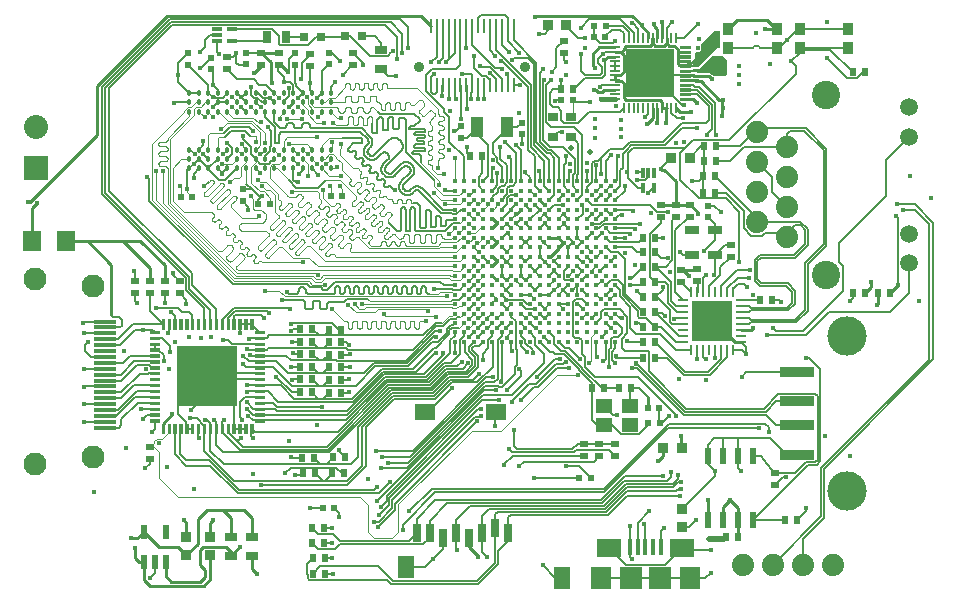
<source format=gbr>
G04 EAGLE Gerber RS-274X export*
G75*
%MOMM*%
%FSLAX34Y34*%
%LPD*%
%INTop Copper*%
%IPPOS*%
%AMOC8*
5,1,8,0,0,1.08239X$1,22.5*%
G01*
G04 Define Apertures*
%ADD10R,0.850000X0.200000*%
%ADD11R,0.200000X0.850000*%
%ADD12C,0.002000*%
%ADD13R,4.050000X4.050000*%
%ADD14C,0.508000*%
%ADD15C,0.400000*%
%ADD16C,0.065000*%
%ADD17R,5.100000X5.100000*%
%ADD18C,3.327400*%
%ADD19R,3.000000X0.900000*%
%ADD20R,0.254000X0.812800*%
%ADD21R,0.812800X0.254000*%
%ADD22R,3.403600X3.403600*%
%ADD23R,0.629100X0.560000*%
%ADD24R,0.560000X0.629100*%
%ADD25C,0.457200*%
%ADD26R,1.400000X1.900000*%
%ADD27R,1.800000X1.400000*%
%ADD28R,0.700000X1.500000*%
%ADD29C,1.879600*%
%ADD30R,0.900000X1.000000*%
%ADD31C,2.400000*%
%ADD32C,1.500000*%
%ADD33R,0.250000X1.150000*%
%ADD34C,0.900000*%
%ADD35R,0.535100X0.644000*%
%ADD36R,1.400000X1.200000*%
%ADD37R,0.900000X0.970200*%
%ADD38R,0.932600X0.970200*%
%ADD39R,1.600000X1.803000*%
%ADD40R,0.644000X0.535100*%
%ADD41R,0.558800X1.460500*%
%ADD42R,2.032000X2.032000*%
%ADD43C,2.032000*%
%ADD44R,1.900000X0.300000*%
%ADD45C,1.950000*%
%ADD46R,0.920900X0.970200*%
%ADD47R,0.800000X0.800000*%
%ADD48R,0.973900X0.798700*%
%ADD49R,0.838200X0.660400*%
%ADD50R,0.550000X1.200000*%
%ADD51R,0.970200X0.920900*%
%ADD52R,1.204800X0.749200*%
%ADD53R,0.798700X0.973900*%
%ADD54R,0.914400X0.304800*%
%ADD55R,0.304800X0.914400*%
%ADD56R,1.800000X1.900000*%
%ADD57R,1.900000X1.900000*%
%ADD58R,2.100000X1.600000*%
%ADD59R,0.400000X1.350000*%
%ADD60R,1.000000X1.800000*%
%ADD61C,0.127000*%
%ADD62C,0.406400*%
%ADD63C,0.125000*%
%ADD64C,0.152400*%
%ADD65C,0.254000*%
%ADD66C,0.250000*%
%ADD67C,0.101600*%
%ADD68C,0.381000*%
%ADD69C,0.508000*%
%ADD70C,0.200000*%
%ADD71C,0.502400*%
%ADD72C,0.203200*%
%ADD73C,0.150000*%
%ADD74C,0.177800*%
G36*
X582767Y447914D02*
X582772Y447906D01*
X583198Y447633D01*
X583656Y447548D01*
X586468Y447548D01*
X586963Y447649D01*
X587366Y447920D01*
X602685Y463239D01*
X602742Y463283D01*
X602832Y463296D01*
X603758Y463296D01*
X604253Y463397D01*
X604670Y463682D01*
X604943Y464108D01*
X605028Y464566D01*
X605028Y476758D01*
X604927Y477253D01*
X604642Y477670D01*
X604216Y477943D01*
X603758Y478028D01*
X600982Y478028D01*
X600487Y477927D01*
X600084Y477656D01*
X588904Y466476D01*
X588625Y466055D01*
X588532Y465558D01*
X588641Y465064D01*
X588904Y464680D01*
X588966Y464618D01*
X588966Y462093D01*
X587181Y460308D01*
X585216Y460308D01*
X584721Y460207D01*
X584304Y459921D01*
X584031Y459496D01*
X583946Y459038D01*
X583946Y453811D01*
X583937Y453738D01*
X583886Y453670D01*
X582339Y452078D01*
X582066Y451653D01*
X581980Y451155D01*
X582095Y450663D01*
X582351Y450295D01*
X582386Y450260D01*
X582386Y448976D01*
X574834Y448976D01*
X574834Y447452D01*
X582767Y447452D01*
X582767Y447914D01*
G37*
G36*
X610151Y439988D02*
X610401Y440160D01*
X610565Y440415D01*
X610616Y440690D01*
X610616Y452820D01*
X610556Y453118D01*
X610393Y453359D01*
X607283Y456469D01*
X607030Y456636D01*
X606744Y456692D01*
X598740Y456692D01*
X598442Y456632D01*
X598201Y456469D01*
X587546Y445814D01*
X587519Y445795D01*
X587414Y445770D01*
X583148Y445770D01*
X582851Y445710D01*
X582601Y445538D01*
X582437Y445283D01*
X582386Y445008D01*
X582386Y444976D01*
X574834Y444976D01*
X574834Y443452D01*
X582444Y443452D01*
X582446Y443441D01*
X582618Y443191D01*
X582873Y443027D01*
X583148Y442976D01*
X584900Y442976D01*
X584932Y442971D01*
X585024Y442914D01*
X585590Y442348D01*
X585843Y442180D01*
X586129Y442125D01*
X596158Y442125D01*
X597878Y440405D01*
X598131Y440238D01*
X598417Y440182D01*
X599179Y440182D01*
X599209Y440151D01*
X599462Y439984D01*
X599748Y439928D01*
X609854Y439928D01*
X610151Y439988D01*
G37*
D10*
X516096Y464214D03*
X516096Y460214D03*
X516096Y456214D03*
X516096Y452214D03*
X516096Y448214D03*
X516096Y444214D03*
X516096Y440214D03*
X516096Y436214D03*
X516096Y432214D03*
X516096Y428214D03*
X516096Y424214D03*
X516096Y420214D03*
D11*
X523846Y412464D03*
X527846Y412464D03*
X531846Y412464D03*
X535846Y412464D03*
X539846Y412464D03*
X543846Y412464D03*
X547846Y412464D03*
X551846Y412464D03*
X555846Y412464D03*
X559846Y412464D03*
X563846Y412464D03*
X567846Y412464D03*
D12*
X571356Y419224D02*
X571356Y421204D01*
X579836Y421204D01*
X579836Y419224D01*
X571356Y419224D01*
X571356Y419243D02*
X579836Y419243D01*
X579836Y419262D02*
X571356Y419262D01*
X571356Y419281D02*
X579836Y419281D01*
X579836Y419300D02*
X571356Y419300D01*
X571356Y419319D02*
X579836Y419319D01*
X579836Y419338D02*
X571356Y419338D01*
X571356Y419357D02*
X579836Y419357D01*
X579836Y419376D02*
X571356Y419376D01*
X571356Y419395D02*
X579836Y419395D01*
X579836Y419414D02*
X571356Y419414D01*
X571356Y419433D02*
X579836Y419433D01*
X579836Y419452D02*
X571356Y419452D01*
X571356Y419471D02*
X579836Y419471D01*
X579836Y419490D02*
X571356Y419490D01*
X571356Y419509D02*
X579836Y419509D01*
X579836Y419528D02*
X571356Y419528D01*
X571356Y419547D02*
X579836Y419547D01*
X579836Y419566D02*
X571356Y419566D01*
X571356Y419585D02*
X579836Y419585D01*
X579836Y419604D02*
X571356Y419604D01*
X571356Y419623D02*
X579836Y419623D01*
X579836Y419642D02*
X571356Y419642D01*
X571356Y419661D02*
X579836Y419661D01*
X579836Y419680D02*
X571356Y419680D01*
X571356Y419699D02*
X579836Y419699D01*
X579836Y419718D02*
X571356Y419718D01*
X571356Y419737D02*
X579836Y419737D01*
X579836Y419756D02*
X571356Y419756D01*
X571356Y419775D02*
X579836Y419775D01*
X579836Y419794D02*
X571356Y419794D01*
X571356Y419813D02*
X579836Y419813D01*
X579836Y419832D02*
X571356Y419832D01*
X571356Y419851D02*
X579836Y419851D01*
X579836Y419870D02*
X571356Y419870D01*
X571356Y419889D02*
X579836Y419889D01*
X579836Y419908D02*
X571356Y419908D01*
X571356Y419927D02*
X579836Y419927D01*
X579836Y419946D02*
X571356Y419946D01*
X571356Y419965D02*
X579836Y419965D01*
X579836Y419984D02*
X571356Y419984D01*
X571356Y420003D02*
X579836Y420003D01*
X579836Y420022D02*
X571356Y420022D01*
X571356Y420041D02*
X579836Y420041D01*
X579836Y420060D02*
X571356Y420060D01*
X571356Y420079D02*
X579836Y420079D01*
X579836Y420098D02*
X571356Y420098D01*
X571356Y420117D02*
X579836Y420117D01*
X579836Y420136D02*
X571356Y420136D01*
X571356Y420155D02*
X579836Y420155D01*
X579836Y420174D02*
X571356Y420174D01*
X571356Y420193D02*
X579836Y420193D01*
X579836Y420212D02*
X571356Y420212D01*
X571356Y420231D02*
X579836Y420231D01*
X579836Y420250D02*
X571356Y420250D01*
X571356Y420269D02*
X579836Y420269D01*
X579836Y420288D02*
X571356Y420288D01*
X571356Y420307D02*
X579836Y420307D01*
X579836Y420326D02*
X571356Y420326D01*
X571356Y420345D02*
X579836Y420345D01*
X579836Y420364D02*
X571356Y420364D01*
X571356Y420383D02*
X579836Y420383D01*
X579836Y420402D02*
X571356Y420402D01*
X571356Y420421D02*
X579836Y420421D01*
X579836Y420440D02*
X571356Y420440D01*
X571356Y420459D02*
X579836Y420459D01*
X579836Y420478D02*
X571356Y420478D01*
X571356Y420497D02*
X579836Y420497D01*
X579836Y420516D02*
X571356Y420516D01*
X571356Y420535D02*
X579836Y420535D01*
X579836Y420554D02*
X571356Y420554D01*
X571356Y420573D02*
X579836Y420573D01*
X579836Y420592D02*
X571356Y420592D01*
X571356Y420611D02*
X579836Y420611D01*
X579836Y420630D02*
X571356Y420630D01*
X571356Y420649D02*
X579836Y420649D01*
X579836Y420668D02*
X571356Y420668D01*
X571356Y420687D02*
X579836Y420687D01*
X579836Y420706D02*
X571356Y420706D01*
X571356Y420725D02*
X579836Y420725D01*
X579836Y420744D02*
X571356Y420744D01*
X571356Y420763D02*
X579836Y420763D01*
X579836Y420782D02*
X571356Y420782D01*
X571356Y420801D02*
X579836Y420801D01*
X579836Y420820D02*
X571356Y420820D01*
X571356Y420839D02*
X579836Y420839D01*
X579836Y420858D02*
X571356Y420858D01*
X571356Y420877D02*
X579836Y420877D01*
X579836Y420896D02*
X571356Y420896D01*
X571356Y420915D02*
X579836Y420915D01*
X579836Y420934D02*
X571356Y420934D01*
X571356Y420953D02*
X579836Y420953D01*
X579836Y420972D02*
X571356Y420972D01*
X571356Y420991D02*
X579836Y420991D01*
X579836Y421010D02*
X571356Y421010D01*
X571356Y421029D02*
X579836Y421029D01*
X579836Y421048D02*
X571356Y421048D01*
X571356Y421067D02*
X579836Y421067D01*
X579836Y421086D02*
X571356Y421086D01*
X571356Y421105D02*
X579836Y421105D01*
X579836Y421124D02*
X571356Y421124D01*
X571356Y421143D02*
X579836Y421143D01*
X579836Y421162D02*
X571356Y421162D01*
X571356Y421181D02*
X579836Y421181D01*
X579836Y421200D02*
X571356Y421200D01*
X571356Y423224D02*
X571356Y425204D01*
X579836Y425204D01*
X579836Y423224D01*
X571356Y423224D01*
X571356Y423243D02*
X579836Y423243D01*
X579836Y423262D02*
X571356Y423262D01*
X571356Y423281D02*
X579836Y423281D01*
X579836Y423300D02*
X571356Y423300D01*
X571356Y423319D02*
X579836Y423319D01*
X579836Y423338D02*
X571356Y423338D01*
X571356Y423357D02*
X579836Y423357D01*
X579836Y423376D02*
X571356Y423376D01*
X571356Y423395D02*
X579836Y423395D01*
X579836Y423414D02*
X571356Y423414D01*
X571356Y423433D02*
X579836Y423433D01*
X579836Y423452D02*
X571356Y423452D01*
X571356Y423471D02*
X579836Y423471D01*
X579836Y423490D02*
X571356Y423490D01*
X571356Y423509D02*
X579836Y423509D01*
X579836Y423528D02*
X571356Y423528D01*
X571356Y423547D02*
X579836Y423547D01*
X579836Y423566D02*
X571356Y423566D01*
X571356Y423585D02*
X579836Y423585D01*
X579836Y423604D02*
X571356Y423604D01*
X571356Y423623D02*
X579836Y423623D01*
X579836Y423642D02*
X571356Y423642D01*
X571356Y423661D02*
X579836Y423661D01*
X579836Y423680D02*
X571356Y423680D01*
X571356Y423699D02*
X579836Y423699D01*
X579836Y423718D02*
X571356Y423718D01*
X571356Y423737D02*
X579836Y423737D01*
X579836Y423756D02*
X571356Y423756D01*
X571356Y423775D02*
X579836Y423775D01*
X579836Y423794D02*
X571356Y423794D01*
X571356Y423813D02*
X579836Y423813D01*
X579836Y423832D02*
X571356Y423832D01*
X571356Y423851D02*
X579836Y423851D01*
X579836Y423870D02*
X571356Y423870D01*
X571356Y423889D02*
X579836Y423889D01*
X579836Y423908D02*
X571356Y423908D01*
X571356Y423927D02*
X579836Y423927D01*
X579836Y423946D02*
X571356Y423946D01*
X571356Y423965D02*
X579836Y423965D01*
X579836Y423984D02*
X571356Y423984D01*
X571356Y424003D02*
X579836Y424003D01*
X579836Y424022D02*
X571356Y424022D01*
X571356Y424041D02*
X579836Y424041D01*
X579836Y424060D02*
X571356Y424060D01*
X571356Y424079D02*
X579836Y424079D01*
X579836Y424098D02*
X571356Y424098D01*
X571356Y424117D02*
X579836Y424117D01*
X579836Y424136D02*
X571356Y424136D01*
X571356Y424155D02*
X579836Y424155D01*
X579836Y424174D02*
X571356Y424174D01*
X571356Y424193D02*
X579836Y424193D01*
X579836Y424212D02*
X571356Y424212D01*
X571356Y424231D02*
X579836Y424231D01*
X579836Y424250D02*
X571356Y424250D01*
X571356Y424269D02*
X579836Y424269D01*
X579836Y424288D02*
X571356Y424288D01*
X571356Y424307D02*
X579836Y424307D01*
X579836Y424326D02*
X571356Y424326D01*
X571356Y424345D02*
X579836Y424345D01*
X579836Y424364D02*
X571356Y424364D01*
X571356Y424383D02*
X579836Y424383D01*
X579836Y424402D02*
X571356Y424402D01*
X571356Y424421D02*
X579836Y424421D01*
X579836Y424440D02*
X571356Y424440D01*
X571356Y424459D02*
X579836Y424459D01*
X579836Y424478D02*
X571356Y424478D01*
X571356Y424497D02*
X579836Y424497D01*
X579836Y424516D02*
X571356Y424516D01*
X571356Y424535D02*
X579836Y424535D01*
X579836Y424554D02*
X571356Y424554D01*
X571356Y424573D02*
X579836Y424573D01*
X579836Y424592D02*
X571356Y424592D01*
X571356Y424611D02*
X579836Y424611D01*
X579836Y424630D02*
X571356Y424630D01*
X571356Y424649D02*
X579836Y424649D01*
X579836Y424668D02*
X571356Y424668D01*
X571356Y424687D02*
X579836Y424687D01*
X579836Y424706D02*
X571356Y424706D01*
X571356Y424725D02*
X579836Y424725D01*
X579836Y424744D02*
X571356Y424744D01*
X571356Y424763D02*
X579836Y424763D01*
X579836Y424782D02*
X571356Y424782D01*
X571356Y424801D02*
X579836Y424801D01*
X579836Y424820D02*
X571356Y424820D01*
X571356Y424839D02*
X579836Y424839D01*
X579836Y424858D02*
X571356Y424858D01*
X571356Y424877D02*
X579836Y424877D01*
X579836Y424896D02*
X571356Y424896D01*
X571356Y424915D02*
X579836Y424915D01*
X579836Y424934D02*
X571356Y424934D01*
X571356Y424953D02*
X579836Y424953D01*
X579836Y424972D02*
X571356Y424972D01*
X571356Y424991D02*
X579836Y424991D01*
X579836Y425010D02*
X571356Y425010D01*
X571356Y425029D02*
X579836Y425029D01*
X579836Y425048D02*
X571356Y425048D01*
X571356Y425067D02*
X579836Y425067D01*
X579836Y425086D02*
X571356Y425086D01*
X571356Y425105D02*
X579836Y425105D01*
X579836Y425124D02*
X571356Y425124D01*
X571356Y425143D02*
X579836Y425143D01*
X579836Y425162D02*
X571356Y425162D01*
X571356Y425181D02*
X579836Y425181D01*
X579836Y425200D02*
X571356Y425200D01*
X571356Y427224D02*
X571356Y429204D01*
X579836Y429204D01*
X579836Y427224D01*
X571356Y427224D01*
X571356Y427243D02*
X579836Y427243D01*
X579836Y427262D02*
X571356Y427262D01*
X571356Y427281D02*
X579836Y427281D01*
X579836Y427300D02*
X571356Y427300D01*
X571356Y427319D02*
X579836Y427319D01*
X579836Y427338D02*
X571356Y427338D01*
X571356Y427357D02*
X579836Y427357D01*
X579836Y427376D02*
X571356Y427376D01*
X571356Y427395D02*
X579836Y427395D01*
X579836Y427414D02*
X571356Y427414D01*
X571356Y427433D02*
X579836Y427433D01*
X579836Y427452D02*
X571356Y427452D01*
X571356Y427471D02*
X579836Y427471D01*
X579836Y427490D02*
X571356Y427490D01*
X571356Y427509D02*
X579836Y427509D01*
X579836Y427528D02*
X571356Y427528D01*
X571356Y427547D02*
X579836Y427547D01*
X579836Y427566D02*
X571356Y427566D01*
X571356Y427585D02*
X579836Y427585D01*
X579836Y427604D02*
X571356Y427604D01*
X571356Y427623D02*
X579836Y427623D01*
X579836Y427642D02*
X571356Y427642D01*
X571356Y427661D02*
X579836Y427661D01*
X579836Y427680D02*
X571356Y427680D01*
X571356Y427699D02*
X579836Y427699D01*
X579836Y427718D02*
X571356Y427718D01*
X571356Y427737D02*
X579836Y427737D01*
X579836Y427756D02*
X571356Y427756D01*
X571356Y427775D02*
X579836Y427775D01*
X579836Y427794D02*
X571356Y427794D01*
X571356Y427813D02*
X579836Y427813D01*
X579836Y427832D02*
X571356Y427832D01*
X571356Y427851D02*
X579836Y427851D01*
X579836Y427870D02*
X571356Y427870D01*
X571356Y427889D02*
X579836Y427889D01*
X579836Y427908D02*
X571356Y427908D01*
X571356Y427927D02*
X579836Y427927D01*
X579836Y427946D02*
X571356Y427946D01*
X571356Y427965D02*
X579836Y427965D01*
X579836Y427984D02*
X571356Y427984D01*
X571356Y428003D02*
X579836Y428003D01*
X579836Y428022D02*
X571356Y428022D01*
X571356Y428041D02*
X579836Y428041D01*
X579836Y428060D02*
X571356Y428060D01*
X571356Y428079D02*
X579836Y428079D01*
X579836Y428098D02*
X571356Y428098D01*
X571356Y428117D02*
X579836Y428117D01*
X579836Y428136D02*
X571356Y428136D01*
X571356Y428155D02*
X579836Y428155D01*
X579836Y428174D02*
X571356Y428174D01*
X571356Y428193D02*
X579836Y428193D01*
X579836Y428212D02*
X571356Y428212D01*
X571356Y428231D02*
X579836Y428231D01*
X579836Y428250D02*
X571356Y428250D01*
X571356Y428269D02*
X579836Y428269D01*
X579836Y428288D02*
X571356Y428288D01*
X571356Y428307D02*
X579836Y428307D01*
X579836Y428326D02*
X571356Y428326D01*
X571356Y428345D02*
X579836Y428345D01*
X579836Y428364D02*
X571356Y428364D01*
X571356Y428383D02*
X579836Y428383D01*
X579836Y428402D02*
X571356Y428402D01*
X571356Y428421D02*
X579836Y428421D01*
X579836Y428440D02*
X571356Y428440D01*
X571356Y428459D02*
X579836Y428459D01*
X579836Y428478D02*
X571356Y428478D01*
X571356Y428497D02*
X579836Y428497D01*
X579836Y428516D02*
X571356Y428516D01*
X571356Y428535D02*
X579836Y428535D01*
X579836Y428554D02*
X571356Y428554D01*
X571356Y428573D02*
X579836Y428573D01*
X579836Y428592D02*
X571356Y428592D01*
X571356Y428611D02*
X579836Y428611D01*
X579836Y428630D02*
X571356Y428630D01*
X571356Y428649D02*
X579836Y428649D01*
X579836Y428668D02*
X571356Y428668D01*
X571356Y428687D02*
X579836Y428687D01*
X579836Y428706D02*
X571356Y428706D01*
X571356Y428725D02*
X579836Y428725D01*
X579836Y428744D02*
X571356Y428744D01*
X571356Y428763D02*
X579836Y428763D01*
X579836Y428782D02*
X571356Y428782D01*
X571356Y428801D02*
X579836Y428801D01*
X579836Y428820D02*
X571356Y428820D01*
X571356Y428839D02*
X579836Y428839D01*
X579836Y428858D02*
X571356Y428858D01*
X571356Y428877D02*
X579836Y428877D01*
X579836Y428896D02*
X571356Y428896D01*
X571356Y428915D02*
X579836Y428915D01*
X579836Y428934D02*
X571356Y428934D01*
X571356Y428953D02*
X579836Y428953D01*
X579836Y428972D02*
X571356Y428972D01*
X571356Y428991D02*
X579836Y428991D01*
X579836Y429010D02*
X571356Y429010D01*
X571356Y429029D02*
X579836Y429029D01*
X579836Y429048D02*
X571356Y429048D01*
X571356Y429067D02*
X579836Y429067D01*
X579836Y429086D02*
X571356Y429086D01*
X571356Y429105D02*
X579836Y429105D01*
X579836Y429124D02*
X571356Y429124D01*
X571356Y429143D02*
X579836Y429143D01*
X579836Y429162D02*
X571356Y429162D01*
X571356Y429181D02*
X579836Y429181D01*
X579836Y429200D02*
X571356Y429200D01*
X571356Y431224D02*
X571356Y433204D01*
X579836Y433204D01*
X579836Y431224D01*
X571356Y431224D01*
X571356Y431243D02*
X579836Y431243D01*
X579836Y431262D02*
X571356Y431262D01*
X571356Y431281D02*
X579836Y431281D01*
X579836Y431300D02*
X571356Y431300D01*
X571356Y431319D02*
X579836Y431319D01*
X579836Y431338D02*
X571356Y431338D01*
X571356Y431357D02*
X579836Y431357D01*
X579836Y431376D02*
X571356Y431376D01*
X571356Y431395D02*
X579836Y431395D01*
X579836Y431414D02*
X571356Y431414D01*
X571356Y431433D02*
X579836Y431433D01*
X579836Y431452D02*
X571356Y431452D01*
X571356Y431471D02*
X579836Y431471D01*
X579836Y431490D02*
X571356Y431490D01*
X571356Y431509D02*
X579836Y431509D01*
X579836Y431528D02*
X571356Y431528D01*
X571356Y431547D02*
X579836Y431547D01*
X579836Y431566D02*
X571356Y431566D01*
X571356Y431585D02*
X579836Y431585D01*
X579836Y431604D02*
X571356Y431604D01*
X571356Y431623D02*
X579836Y431623D01*
X579836Y431642D02*
X571356Y431642D01*
X571356Y431661D02*
X579836Y431661D01*
X579836Y431680D02*
X571356Y431680D01*
X571356Y431699D02*
X579836Y431699D01*
X579836Y431718D02*
X571356Y431718D01*
X571356Y431737D02*
X579836Y431737D01*
X579836Y431756D02*
X571356Y431756D01*
X571356Y431775D02*
X579836Y431775D01*
X579836Y431794D02*
X571356Y431794D01*
X571356Y431813D02*
X579836Y431813D01*
X579836Y431832D02*
X571356Y431832D01*
X571356Y431851D02*
X579836Y431851D01*
X579836Y431870D02*
X571356Y431870D01*
X571356Y431889D02*
X579836Y431889D01*
X579836Y431908D02*
X571356Y431908D01*
X571356Y431927D02*
X579836Y431927D01*
X579836Y431946D02*
X571356Y431946D01*
X571356Y431965D02*
X579836Y431965D01*
X579836Y431984D02*
X571356Y431984D01*
X571356Y432003D02*
X579836Y432003D01*
X579836Y432022D02*
X571356Y432022D01*
X571356Y432041D02*
X579836Y432041D01*
X579836Y432060D02*
X571356Y432060D01*
X571356Y432079D02*
X579836Y432079D01*
X579836Y432098D02*
X571356Y432098D01*
X571356Y432117D02*
X579836Y432117D01*
X579836Y432136D02*
X571356Y432136D01*
X571356Y432155D02*
X579836Y432155D01*
X579836Y432174D02*
X571356Y432174D01*
X571356Y432193D02*
X579836Y432193D01*
X579836Y432212D02*
X571356Y432212D01*
X571356Y432231D02*
X579836Y432231D01*
X579836Y432250D02*
X571356Y432250D01*
X571356Y432269D02*
X579836Y432269D01*
X579836Y432288D02*
X571356Y432288D01*
X571356Y432307D02*
X579836Y432307D01*
X579836Y432326D02*
X571356Y432326D01*
X571356Y432345D02*
X579836Y432345D01*
X579836Y432364D02*
X571356Y432364D01*
X571356Y432383D02*
X579836Y432383D01*
X579836Y432402D02*
X571356Y432402D01*
X571356Y432421D02*
X579836Y432421D01*
X579836Y432440D02*
X571356Y432440D01*
X571356Y432459D02*
X579836Y432459D01*
X579836Y432478D02*
X571356Y432478D01*
X571356Y432497D02*
X579836Y432497D01*
X579836Y432516D02*
X571356Y432516D01*
X571356Y432535D02*
X579836Y432535D01*
X579836Y432554D02*
X571356Y432554D01*
X571356Y432573D02*
X579836Y432573D01*
X579836Y432592D02*
X571356Y432592D01*
X571356Y432611D02*
X579836Y432611D01*
X579836Y432630D02*
X571356Y432630D01*
X571356Y432649D02*
X579836Y432649D01*
X579836Y432668D02*
X571356Y432668D01*
X571356Y432687D02*
X579836Y432687D01*
X579836Y432706D02*
X571356Y432706D01*
X571356Y432725D02*
X579836Y432725D01*
X579836Y432744D02*
X571356Y432744D01*
X571356Y432763D02*
X579836Y432763D01*
X579836Y432782D02*
X571356Y432782D01*
X571356Y432801D02*
X579836Y432801D01*
X579836Y432820D02*
X571356Y432820D01*
X571356Y432839D02*
X579836Y432839D01*
X579836Y432858D02*
X571356Y432858D01*
X571356Y432877D02*
X579836Y432877D01*
X579836Y432896D02*
X571356Y432896D01*
X571356Y432915D02*
X579836Y432915D01*
X579836Y432934D02*
X571356Y432934D01*
X571356Y432953D02*
X579836Y432953D01*
X579836Y432972D02*
X571356Y432972D01*
X571356Y432991D02*
X579836Y432991D01*
X579836Y433010D02*
X571356Y433010D01*
X571356Y433029D02*
X579836Y433029D01*
X579836Y433048D02*
X571356Y433048D01*
X571356Y433067D02*
X579836Y433067D01*
X579836Y433086D02*
X571356Y433086D01*
X571356Y433105D02*
X579836Y433105D01*
X579836Y433124D02*
X571356Y433124D01*
X571356Y433143D02*
X579836Y433143D01*
X579836Y433162D02*
X571356Y433162D01*
X571356Y433181D02*
X579836Y433181D01*
X579836Y433200D02*
X571356Y433200D01*
X571356Y435224D02*
X571356Y437204D01*
X579836Y437204D01*
X579836Y435224D01*
X571356Y435224D01*
X571356Y435243D02*
X579836Y435243D01*
X579836Y435262D02*
X571356Y435262D01*
X571356Y435281D02*
X579836Y435281D01*
X579836Y435300D02*
X571356Y435300D01*
X571356Y435319D02*
X579836Y435319D01*
X579836Y435338D02*
X571356Y435338D01*
X571356Y435357D02*
X579836Y435357D01*
X579836Y435376D02*
X571356Y435376D01*
X571356Y435395D02*
X579836Y435395D01*
X579836Y435414D02*
X571356Y435414D01*
X571356Y435433D02*
X579836Y435433D01*
X579836Y435452D02*
X571356Y435452D01*
X571356Y435471D02*
X579836Y435471D01*
X579836Y435490D02*
X571356Y435490D01*
X571356Y435509D02*
X579836Y435509D01*
X579836Y435528D02*
X571356Y435528D01*
X571356Y435547D02*
X579836Y435547D01*
X579836Y435566D02*
X571356Y435566D01*
X571356Y435585D02*
X579836Y435585D01*
X579836Y435604D02*
X571356Y435604D01*
X571356Y435623D02*
X579836Y435623D01*
X579836Y435642D02*
X571356Y435642D01*
X571356Y435661D02*
X579836Y435661D01*
X579836Y435680D02*
X571356Y435680D01*
X571356Y435699D02*
X579836Y435699D01*
X579836Y435718D02*
X571356Y435718D01*
X571356Y435737D02*
X579836Y435737D01*
X579836Y435756D02*
X571356Y435756D01*
X571356Y435775D02*
X579836Y435775D01*
X579836Y435794D02*
X571356Y435794D01*
X571356Y435813D02*
X579836Y435813D01*
X579836Y435832D02*
X571356Y435832D01*
X571356Y435851D02*
X579836Y435851D01*
X579836Y435870D02*
X571356Y435870D01*
X571356Y435889D02*
X579836Y435889D01*
X579836Y435908D02*
X571356Y435908D01*
X571356Y435927D02*
X579836Y435927D01*
X579836Y435946D02*
X571356Y435946D01*
X571356Y435965D02*
X579836Y435965D01*
X579836Y435984D02*
X571356Y435984D01*
X571356Y436003D02*
X579836Y436003D01*
X579836Y436022D02*
X571356Y436022D01*
X571356Y436041D02*
X579836Y436041D01*
X579836Y436060D02*
X571356Y436060D01*
X571356Y436079D02*
X579836Y436079D01*
X579836Y436098D02*
X571356Y436098D01*
X571356Y436117D02*
X579836Y436117D01*
X579836Y436136D02*
X571356Y436136D01*
X571356Y436155D02*
X579836Y436155D01*
X579836Y436174D02*
X571356Y436174D01*
X571356Y436193D02*
X579836Y436193D01*
X579836Y436212D02*
X571356Y436212D01*
X571356Y436231D02*
X579836Y436231D01*
X579836Y436250D02*
X571356Y436250D01*
X571356Y436269D02*
X579836Y436269D01*
X579836Y436288D02*
X571356Y436288D01*
X571356Y436307D02*
X579836Y436307D01*
X579836Y436326D02*
X571356Y436326D01*
X571356Y436345D02*
X579836Y436345D01*
X579836Y436364D02*
X571356Y436364D01*
X571356Y436383D02*
X579836Y436383D01*
X579836Y436402D02*
X571356Y436402D01*
X571356Y436421D02*
X579836Y436421D01*
X579836Y436440D02*
X571356Y436440D01*
X571356Y436459D02*
X579836Y436459D01*
X579836Y436478D02*
X571356Y436478D01*
X571356Y436497D02*
X579836Y436497D01*
X579836Y436516D02*
X571356Y436516D01*
X571356Y436535D02*
X579836Y436535D01*
X579836Y436554D02*
X571356Y436554D01*
X571356Y436573D02*
X579836Y436573D01*
X579836Y436592D02*
X571356Y436592D01*
X571356Y436611D02*
X579836Y436611D01*
X579836Y436630D02*
X571356Y436630D01*
X571356Y436649D02*
X579836Y436649D01*
X579836Y436668D02*
X571356Y436668D01*
X571356Y436687D02*
X579836Y436687D01*
X579836Y436706D02*
X571356Y436706D01*
X571356Y436725D02*
X579836Y436725D01*
X579836Y436744D02*
X571356Y436744D01*
X571356Y436763D02*
X579836Y436763D01*
X579836Y436782D02*
X571356Y436782D01*
X571356Y436801D02*
X579836Y436801D01*
X579836Y436820D02*
X571356Y436820D01*
X571356Y436839D02*
X579836Y436839D01*
X579836Y436858D02*
X571356Y436858D01*
X571356Y436877D02*
X579836Y436877D01*
X579836Y436896D02*
X571356Y436896D01*
X571356Y436915D02*
X579836Y436915D01*
X579836Y436934D02*
X571356Y436934D01*
X571356Y436953D02*
X579836Y436953D01*
X579836Y436972D02*
X571356Y436972D01*
X571356Y436991D02*
X579836Y436991D01*
X579836Y437010D02*
X571356Y437010D01*
X571356Y437029D02*
X579836Y437029D01*
X579836Y437048D02*
X571356Y437048D01*
X571356Y437067D02*
X579836Y437067D01*
X579836Y437086D02*
X571356Y437086D01*
X571356Y437105D02*
X579836Y437105D01*
X579836Y437124D02*
X571356Y437124D01*
X571356Y437143D02*
X579836Y437143D01*
X579836Y437162D02*
X571356Y437162D01*
X571356Y437181D02*
X579836Y437181D01*
X579836Y437200D02*
X571356Y437200D01*
X571356Y439224D02*
X571356Y441204D01*
X579836Y441204D01*
X579836Y439224D01*
X571356Y439224D01*
X571356Y439243D02*
X579836Y439243D01*
X579836Y439262D02*
X571356Y439262D01*
X571356Y439281D02*
X579836Y439281D01*
X579836Y439300D02*
X571356Y439300D01*
X571356Y439319D02*
X579836Y439319D01*
X579836Y439338D02*
X571356Y439338D01*
X571356Y439357D02*
X579836Y439357D01*
X579836Y439376D02*
X571356Y439376D01*
X571356Y439395D02*
X579836Y439395D01*
X579836Y439414D02*
X571356Y439414D01*
X571356Y439433D02*
X579836Y439433D01*
X579836Y439452D02*
X571356Y439452D01*
X571356Y439471D02*
X579836Y439471D01*
X579836Y439490D02*
X571356Y439490D01*
X571356Y439509D02*
X579836Y439509D01*
X579836Y439528D02*
X571356Y439528D01*
X571356Y439547D02*
X579836Y439547D01*
X579836Y439566D02*
X571356Y439566D01*
X571356Y439585D02*
X579836Y439585D01*
X579836Y439604D02*
X571356Y439604D01*
X571356Y439623D02*
X579836Y439623D01*
X579836Y439642D02*
X571356Y439642D01*
X571356Y439661D02*
X579836Y439661D01*
X579836Y439680D02*
X571356Y439680D01*
X571356Y439699D02*
X579836Y439699D01*
X579836Y439718D02*
X571356Y439718D01*
X571356Y439737D02*
X579836Y439737D01*
X579836Y439756D02*
X571356Y439756D01*
X571356Y439775D02*
X579836Y439775D01*
X579836Y439794D02*
X571356Y439794D01*
X571356Y439813D02*
X579836Y439813D01*
X579836Y439832D02*
X571356Y439832D01*
X571356Y439851D02*
X579836Y439851D01*
X579836Y439870D02*
X571356Y439870D01*
X571356Y439889D02*
X579836Y439889D01*
X579836Y439908D02*
X571356Y439908D01*
X571356Y439927D02*
X579836Y439927D01*
X579836Y439946D02*
X571356Y439946D01*
X571356Y439965D02*
X579836Y439965D01*
X579836Y439984D02*
X571356Y439984D01*
X571356Y440003D02*
X579836Y440003D01*
X579836Y440022D02*
X571356Y440022D01*
X571356Y440041D02*
X579836Y440041D01*
X579836Y440060D02*
X571356Y440060D01*
X571356Y440079D02*
X579836Y440079D01*
X579836Y440098D02*
X571356Y440098D01*
X571356Y440117D02*
X579836Y440117D01*
X579836Y440136D02*
X571356Y440136D01*
X571356Y440155D02*
X579836Y440155D01*
X579836Y440174D02*
X571356Y440174D01*
X571356Y440193D02*
X579836Y440193D01*
X579836Y440212D02*
X571356Y440212D01*
X571356Y440231D02*
X579836Y440231D01*
X579836Y440250D02*
X571356Y440250D01*
X571356Y440269D02*
X579836Y440269D01*
X579836Y440288D02*
X571356Y440288D01*
X571356Y440307D02*
X579836Y440307D01*
X579836Y440326D02*
X571356Y440326D01*
X571356Y440345D02*
X579836Y440345D01*
X579836Y440364D02*
X571356Y440364D01*
X571356Y440383D02*
X579836Y440383D01*
X579836Y440402D02*
X571356Y440402D01*
X571356Y440421D02*
X579836Y440421D01*
X579836Y440440D02*
X571356Y440440D01*
X571356Y440459D02*
X579836Y440459D01*
X579836Y440478D02*
X571356Y440478D01*
X571356Y440497D02*
X579836Y440497D01*
X579836Y440516D02*
X571356Y440516D01*
X571356Y440535D02*
X579836Y440535D01*
X579836Y440554D02*
X571356Y440554D01*
X571356Y440573D02*
X579836Y440573D01*
X579836Y440592D02*
X571356Y440592D01*
X571356Y440611D02*
X579836Y440611D01*
X579836Y440630D02*
X571356Y440630D01*
X571356Y440649D02*
X579836Y440649D01*
X579836Y440668D02*
X571356Y440668D01*
X571356Y440687D02*
X579836Y440687D01*
X579836Y440706D02*
X571356Y440706D01*
X571356Y440725D02*
X579836Y440725D01*
X579836Y440744D02*
X571356Y440744D01*
X571356Y440763D02*
X579836Y440763D01*
X579836Y440782D02*
X571356Y440782D01*
X571356Y440801D02*
X579836Y440801D01*
X579836Y440820D02*
X571356Y440820D01*
X571356Y440839D02*
X579836Y440839D01*
X579836Y440858D02*
X571356Y440858D01*
X571356Y440877D02*
X579836Y440877D01*
X579836Y440896D02*
X571356Y440896D01*
X571356Y440915D02*
X579836Y440915D01*
X579836Y440934D02*
X571356Y440934D01*
X571356Y440953D02*
X579836Y440953D01*
X579836Y440972D02*
X571356Y440972D01*
X571356Y440991D02*
X579836Y440991D01*
X579836Y441010D02*
X571356Y441010D01*
X571356Y441029D02*
X579836Y441029D01*
X579836Y441048D02*
X571356Y441048D01*
X571356Y441067D02*
X579836Y441067D01*
X579836Y441086D02*
X571356Y441086D01*
X571356Y441105D02*
X579836Y441105D01*
X579836Y441124D02*
X571356Y441124D01*
X571356Y441143D02*
X579836Y441143D01*
X579836Y441162D02*
X571356Y441162D01*
X571356Y441181D02*
X579836Y441181D01*
X579836Y441200D02*
X571356Y441200D01*
X571356Y443224D02*
X571356Y445204D01*
X579836Y445204D01*
X579836Y443224D01*
X571356Y443224D01*
X571356Y443243D02*
X579836Y443243D01*
X579836Y443262D02*
X571356Y443262D01*
X571356Y443281D02*
X579836Y443281D01*
X579836Y443300D02*
X571356Y443300D01*
X571356Y443319D02*
X579836Y443319D01*
X579836Y443338D02*
X571356Y443338D01*
X571356Y443357D02*
X579836Y443357D01*
X579836Y443376D02*
X571356Y443376D01*
X571356Y443395D02*
X579836Y443395D01*
X579836Y443414D02*
X571356Y443414D01*
X571356Y443433D02*
X579836Y443433D01*
X579836Y443452D02*
X571356Y443452D01*
X571356Y443471D02*
X579836Y443471D01*
X579836Y443490D02*
X571356Y443490D01*
X571356Y443509D02*
X579836Y443509D01*
X579836Y443528D02*
X571356Y443528D01*
X571356Y443547D02*
X579836Y443547D01*
X579836Y443566D02*
X571356Y443566D01*
X571356Y443585D02*
X579836Y443585D01*
X579836Y443604D02*
X571356Y443604D01*
X571356Y443623D02*
X579836Y443623D01*
X579836Y443642D02*
X571356Y443642D01*
X571356Y443661D02*
X579836Y443661D01*
X579836Y443680D02*
X571356Y443680D01*
X571356Y443699D02*
X579836Y443699D01*
X579836Y443718D02*
X571356Y443718D01*
X571356Y443737D02*
X579836Y443737D01*
X579836Y443756D02*
X571356Y443756D01*
X571356Y443775D02*
X579836Y443775D01*
X579836Y443794D02*
X571356Y443794D01*
X571356Y443813D02*
X579836Y443813D01*
X579836Y443832D02*
X571356Y443832D01*
X571356Y443851D02*
X579836Y443851D01*
X579836Y443870D02*
X571356Y443870D01*
X571356Y443889D02*
X579836Y443889D01*
X579836Y443908D02*
X571356Y443908D01*
X571356Y443927D02*
X579836Y443927D01*
X579836Y443946D02*
X571356Y443946D01*
X571356Y443965D02*
X579836Y443965D01*
X579836Y443984D02*
X571356Y443984D01*
X571356Y444003D02*
X579836Y444003D01*
X579836Y444022D02*
X571356Y444022D01*
X571356Y444041D02*
X579836Y444041D01*
X579836Y444060D02*
X571356Y444060D01*
X571356Y444079D02*
X579836Y444079D01*
X579836Y444098D02*
X571356Y444098D01*
X571356Y444117D02*
X579836Y444117D01*
X579836Y444136D02*
X571356Y444136D01*
X571356Y444155D02*
X579836Y444155D01*
X579836Y444174D02*
X571356Y444174D01*
X571356Y444193D02*
X579836Y444193D01*
X579836Y444212D02*
X571356Y444212D01*
X571356Y444231D02*
X579836Y444231D01*
X579836Y444250D02*
X571356Y444250D01*
X571356Y444269D02*
X579836Y444269D01*
X579836Y444288D02*
X571356Y444288D01*
X571356Y444307D02*
X579836Y444307D01*
X579836Y444326D02*
X571356Y444326D01*
X571356Y444345D02*
X579836Y444345D01*
X579836Y444364D02*
X571356Y444364D01*
X571356Y444383D02*
X579836Y444383D01*
X579836Y444402D02*
X571356Y444402D01*
X571356Y444421D02*
X579836Y444421D01*
X579836Y444440D02*
X571356Y444440D01*
X571356Y444459D02*
X579836Y444459D01*
X579836Y444478D02*
X571356Y444478D01*
X571356Y444497D02*
X579836Y444497D01*
X579836Y444516D02*
X571356Y444516D01*
X571356Y444535D02*
X579836Y444535D01*
X579836Y444554D02*
X571356Y444554D01*
X571356Y444573D02*
X579836Y444573D01*
X579836Y444592D02*
X571356Y444592D01*
X571356Y444611D02*
X579836Y444611D01*
X579836Y444630D02*
X571356Y444630D01*
X571356Y444649D02*
X579836Y444649D01*
X579836Y444668D02*
X571356Y444668D01*
X571356Y444687D02*
X579836Y444687D01*
X579836Y444706D02*
X571356Y444706D01*
X571356Y444725D02*
X579836Y444725D01*
X579836Y444744D02*
X571356Y444744D01*
X571356Y444763D02*
X579836Y444763D01*
X579836Y444782D02*
X571356Y444782D01*
X571356Y444801D02*
X579836Y444801D01*
X579836Y444820D02*
X571356Y444820D01*
X571356Y444839D02*
X579836Y444839D01*
X579836Y444858D02*
X571356Y444858D01*
X571356Y444877D02*
X579836Y444877D01*
X579836Y444896D02*
X571356Y444896D01*
X571356Y444915D02*
X579836Y444915D01*
X579836Y444934D02*
X571356Y444934D01*
X571356Y444953D02*
X579836Y444953D01*
X579836Y444972D02*
X571356Y444972D01*
X571356Y444991D02*
X579836Y444991D01*
X579836Y445010D02*
X571356Y445010D01*
X571356Y445029D02*
X579836Y445029D01*
X579836Y445048D02*
X571356Y445048D01*
X571356Y445067D02*
X579836Y445067D01*
X579836Y445086D02*
X571356Y445086D01*
X571356Y445105D02*
X579836Y445105D01*
X579836Y445124D02*
X571356Y445124D01*
X571356Y445143D02*
X579836Y445143D01*
X579836Y445162D02*
X571356Y445162D01*
X571356Y445181D02*
X579836Y445181D01*
X579836Y445200D02*
X571356Y445200D01*
X571356Y447224D02*
X571356Y449204D01*
X579836Y449204D01*
X579836Y447224D01*
X571356Y447224D01*
X571356Y447243D02*
X579836Y447243D01*
X579836Y447262D02*
X571356Y447262D01*
X571356Y447281D02*
X579836Y447281D01*
X579836Y447300D02*
X571356Y447300D01*
X571356Y447319D02*
X579836Y447319D01*
X579836Y447338D02*
X571356Y447338D01*
X571356Y447357D02*
X579836Y447357D01*
X579836Y447376D02*
X571356Y447376D01*
X571356Y447395D02*
X579836Y447395D01*
X579836Y447414D02*
X571356Y447414D01*
X571356Y447433D02*
X579836Y447433D01*
X579836Y447452D02*
X571356Y447452D01*
X571356Y447471D02*
X579836Y447471D01*
X579836Y447490D02*
X571356Y447490D01*
X571356Y447509D02*
X579836Y447509D01*
X579836Y447528D02*
X571356Y447528D01*
X571356Y447547D02*
X579836Y447547D01*
X579836Y447566D02*
X571356Y447566D01*
X571356Y447585D02*
X579836Y447585D01*
X579836Y447604D02*
X571356Y447604D01*
X571356Y447623D02*
X579836Y447623D01*
X579836Y447642D02*
X571356Y447642D01*
X571356Y447661D02*
X579836Y447661D01*
X579836Y447680D02*
X571356Y447680D01*
X571356Y447699D02*
X579836Y447699D01*
X579836Y447718D02*
X571356Y447718D01*
X571356Y447737D02*
X579836Y447737D01*
X579836Y447756D02*
X571356Y447756D01*
X571356Y447775D02*
X579836Y447775D01*
X579836Y447794D02*
X571356Y447794D01*
X571356Y447813D02*
X579836Y447813D01*
X579836Y447832D02*
X571356Y447832D01*
X571356Y447851D02*
X579836Y447851D01*
X579836Y447870D02*
X571356Y447870D01*
X571356Y447889D02*
X579836Y447889D01*
X579836Y447908D02*
X571356Y447908D01*
X571356Y447927D02*
X579836Y447927D01*
X579836Y447946D02*
X571356Y447946D01*
X571356Y447965D02*
X579836Y447965D01*
X579836Y447984D02*
X571356Y447984D01*
X571356Y448003D02*
X579836Y448003D01*
X579836Y448022D02*
X571356Y448022D01*
X571356Y448041D02*
X579836Y448041D01*
X579836Y448060D02*
X571356Y448060D01*
X571356Y448079D02*
X579836Y448079D01*
X579836Y448098D02*
X571356Y448098D01*
X571356Y448117D02*
X579836Y448117D01*
X579836Y448136D02*
X571356Y448136D01*
X571356Y448155D02*
X579836Y448155D01*
X579836Y448174D02*
X571356Y448174D01*
X571356Y448193D02*
X579836Y448193D01*
X579836Y448212D02*
X571356Y448212D01*
X571356Y448231D02*
X579836Y448231D01*
X579836Y448250D02*
X571356Y448250D01*
X571356Y448269D02*
X579836Y448269D01*
X579836Y448288D02*
X571356Y448288D01*
X571356Y448307D02*
X579836Y448307D01*
X579836Y448326D02*
X571356Y448326D01*
X571356Y448345D02*
X579836Y448345D01*
X579836Y448364D02*
X571356Y448364D01*
X571356Y448383D02*
X579836Y448383D01*
X579836Y448402D02*
X571356Y448402D01*
X571356Y448421D02*
X579836Y448421D01*
X579836Y448440D02*
X571356Y448440D01*
X571356Y448459D02*
X579836Y448459D01*
X579836Y448478D02*
X571356Y448478D01*
X571356Y448497D02*
X579836Y448497D01*
X579836Y448516D02*
X571356Y448516D01*
X571356Y448535D02*
X579836Y448535D01*
X579836Y448554D02*
X571356Y448554D01*
X571356Y448573D02*
X579836Y448573D01*
X579836Y448592D02*
X571356Y448592D01*
X571356Y448611D02*
X579836Y448611D01*
X579836Y448630D02*
X571356Y448630D01*
X571356Y448649D02*
X579836Y448649D01*
X579836Y448668D02*
X571356Y448668D01*
X571356Y448687D02*
X579836Y448687D01*
X579836Y448706D02*
X571356Y448706D01*
X571356Y448725D02*
X579836Y448725D01*
X579836Y448744D02*
X571356Y448744D01*
X571356Y448763D02*
X579836Y448763D01*
X579836Y448782D02*
X571356Y448782D01*
X571356Y448801D02*
X579836Y448801D01*
X579836Y448820D02*
X571356Y448820D01*
X571356Y448839D02*
X579836Y448839D01*
X579836Y448858D02*
X571356Y448858D01*
X571356Y448877D02*
X579836Y448877D01*
X579836Y448896D02*
X571356Y448896D01*
X571356Y448915D02*
X579836Y448915D01*
X579836Y448934D02*
X571356Y448934D01*
X571356Y448953D02*
X579836Y448953D01*
X579836Y448972D02*
X571356Y448972D01*
X571356Y448991D02*
X579836Y448991D01*
X579836Y449010D02*
X571356Y449010D01*
X571356Y449029D02*
X579836Y449029D01*
X579836Y449048D02*
X571356Y449048D01*
X571356Y449067D02*
X579836Y449067D01*
X579836Y449086D02*
X571356Y449086D01*
X571356Y449105D02*
X579836Y449105D01*
X579836Y449124D02*
X571356Y449124D01*
X571356Y449143D02*
X579836Y449143D01*
X579836Y449162D02*
X571356Y449162D01*
X571356Y449181D02*
X579836Y449181D01*
X579836Y449200D02*
X571356Y449200D01*
X571356Y451224D02*
X571356Y453204D01*
X579836Y453204D01*
X579836Y451224D01*
X571356Y451224D01*
X571356Y451243D02*
X579836Y451243D01*
X579836Y451262D02*
X571356Y451262D01*
X571356Y451281D02*
X579836Y451281D01*
X579836Y451300D02*
X571356Y451300D01*
X571356Y451319D02*
X579836Y451319D01*
X579836Y451338D02*
X571356Y451338D01*
X571356Y451357D02*
X579836Y451357D01*
X579836Y451376D02*
X571356Y451376D01*
X571356Y451395D02*
X579836Y451395D01*
X579836Y451414D02*
X571356Y451414D01*
X571356Y451433D02*
X579836Y451433D01*
X579836Y451452D02*
X571356Y451452D01*
X571356Y451471D02*
X579836Y451471D01*
X579836Y451490D02*
X571356Y451490D01*
X571356Y451509D02*
X579836Y451509D01*
X579836Y451528D02*
X571356Y451528D01*
X571356Y451547D02*
X579836Y451547D01*
X579836Y451566D02*
X571356Y451566D01*
X571356Y451585D02*
X579836Y451585D01*
X579836Y451604D02*
X571356Y451604D01*
X571356Y451623D02*
X579836Y451623D01*
X579836Y451642D02*
X571356Y451642D01*
X571356Y451661D02*
X579836Y451661D01*
X579836Y451680D02*
X571356Y451680D01*
X571356Y451699D02*
X579836Y451699D01*
X579836Y451718D02*
X571356Y451718D01*
X571356Y451737D02*
X579836Y451737D01*
X579836Y451756D02*
X571356Y451756D01*
X571356Y451775D02*
X579836Y451775D01*
X579836Y451794D02*
X571356Y451794D01*
X571356Y451813D02*
X579836Y451813D01*
X579836Y451832D02*
X571356Y451832D01*
X571356Y451851D02*
X579836Y451851D01*
X579836Y451870D02*
X571356Y451870D01*
X571356Y451889D02*
X579836Y451889D01*
X579836Y451908D02*
X571356Y451908D01*
X571356Y451927D02*
X579836Y451927D01*
X579836Y451946D02*
X571356Y451946D01*
X571356Y451965D02*
X579836Y451965D01*
X579836Y451984D02*
X571356Y451984D01*
X571356Y452003D02*
X579836Y452003D01*
X579836Y452022D02*
X571356Y452022D01*
X571356Y452041D02*
X579836Y452041D01*
X579836Y452060D02*
X571356Y452060D01*
X571356Y452079D02*
X579836Y452079D01*
X579836Y452098D02*
X571356Y452098D01*
X571356Y452117D02*
X579836Y452117D01*
X579836Y452136D02*
X571356Y452136D01*
X571356Y452155D02*
X579836Y452155D01*
X579836Y452174D02*
X571356Y452174D01*
X571356Y452193D02*
X579836Y452193D01*
X579836Y452212D02*
X571356Y452212D01*
X571356Y452231D02*
X579836Y452231D01*
X579836Y452250D02*
X571356Y452250D01*
X571356Y452269D02*
X579836Y452269D01*
X579836Y452288D02*
X571356Y452288D01*
X571356Y452307D02*
X579836Y452307D01*
X579836Y452326D02*
X571356Y452326D01*
X571356Y452345D02*
X579836Y452345D01*
X579836Y452364D02*
X571356Y452364D01*
X571356Y452383D02*
X579836Y452383D01*
X579836Y452402D02*
X571356Y452402D01*
X571356Y452421D02*
X579836Y452421D01*
X579836Y452440D02*
X571356Y452440D01*
X571356Y452459D02*
X579836Y452459D01*
X579836Y452478D02*
X571356Y452478D01*
X571356Y452497D02*
X579836Y452497D01*
X579836Y452516D02*
X571356Y452516D01*
X571356Y452535D02*
X579836Y452535D01*
X579836Y452554D02*
X571356Y452554D01*
X571356Y452573D02*
X579836Y452573D01*
X579836Y452592D02*
X571356Y452592D01*
X571356Y452611D02*
X579836Y452611D01*
X579836Y452630D02*
X571356Y452630D01*
X571356Y452649D02*
X579836Y452649D01*
X579836Y452668D02*
X571356Y452668D01*
X571356Y452687D02*
X579836Y452687D01*
X579836Y452706D02*
X571356Y452706D01*
X571356Y452725D02*
X579836Y452725D01*
X579836Y452744D02*
X571356Y452744D01*
X571356Y452763D02*
X579836Y452763D01*
X579836Y452782D02*
X571356Y452782D01*
X571356Y452801D02*
X579836Y452801D01*
X579836Y452820D02*
X571356Y452820D01*
X571356Y452839D02*
X579836Y452839D01*
X579836Y452858D02*
X571356Y452858D01*
X571356Y452877D02*
X579836Y452877D01*
X579836Y452896D02*
X571356Y452896D01*
X571356Y452915D02*
X579836Y452915D01*
X579836Y452934D02*
X571356Y452934D01*
X571356Y452953D02*
X579836Y452953D01*
X579836Y452972D02*
X571356Y452972D01*
X571356Y452991D02*
X579836Y452991D01*
X579836Y453010D02*
X571356Y453010D01*
X571356Y453029D02*
X579836Y453029D01*
X579836Y453048D02*
X571356Y453048D01*
X571356Y453067D02*
X579836Y453067D01*
X579836Y453086D02*
X571356Y453086D01*
X571356Y453105D02*
X579836Y453105D01*
X579836Y453124D02*
X571356Y453124D01*
X571356Y453143D02*
X579836Y453143D01*
X579836Y453162D02*
X571356Y453162D01*
X571356Y453181D02*
X579836Y453181D01*
X579836Y453200D02*
X571356Y453200D01*
X571356Y455224D02*
X571356Y457204D01*
X579836Y457204D01*
X579836Y455224D01*
X571356Y455224D01*
X571356Y455243D02*
X579836Y455243D01*
X579836Y455262D02*
X571356Y455262D01*
X571356Y455281D02*
X579836Y455281D01*
X579836Y455300D02*
X571356Y455300D01*
X571356Y455319D02*
X579836Y455319D01*
X579836Y455338D02*
X571356Y455338D01*
X571356Y455357D02*
X579836Y455357D01*
X579836Y455376D02*
X571356Y455376D01*
X571356Y455395D02*
X579836Y455395D01*
X579836Y455414D02*
X571356Y455414D01*
X571356Y455433D02*
X579836Y455433D01*
X579836Y455452D02*
X571356Y455452D01*
X571356Y455471D02*
X579836Y455471D01*
X579836Y455490D02*
X571356Y455490D01*
X571356Y455509D02*
X579836Y455509D01*
X579836Y455528D02*
X571356Y455528D01*
X571356Y455547D02*
X579836Y455547D01*
X579836Y455566D02*
X571356Y455566D01*
X571356Y455585D02*
X579836Y455585D01*
X579836Y455604D02*
X571356Y455604D01*
X571356Y455623D02*
X579836Y455623D01*
X579836Y455642D02*
X571356Y455642D01*
X571356Y455661D02*
X579836Y455661D01*
X579836Y455680D02*
X571356Y455680D01*
X571356Y455699D02*
X579836Y455699D01*
X579836Y455718D02*
X571356Y455718D01*
X571356Y455737D02*
X579836Y455737D01*
X579836Y455756D02*
X571356Y455756D01*
X571356Y455775D02*
X579836Y455775D01*
X579836Y455794D02*
X571356Y455794D01*
X571356Y455813D02*
X579836Y455813D01*
X579836Y455832D02*
X571356Y455832D01*
X571356Y455851D02*
X579836Y455851D01*
X579836Y455870D02*
X571356Y455870D01*
X571356Y455889D02*
X579836Y455889D01*
X579836Y455908D02*
X571356Y455908D01*
X571356Y455927D02*
X579836Y455927D01*
X579836Y455946D02*
X571356Y455946D01*
X571356Y455965D02*
X579836Y455965D01*
X579836Y455984D02*
X571356Y455984D01*
X571356Y456003D02*
X579836Y456003D01*
X579836Y456022D02*
X571356Y456022D01*
X571356Y456041D02*
X579836Y456041D01*
X579836Y456060D02*
X571356Y456060D01*
X571356Y456079D02*
X579836Y456079D01*
X579836Y456098D02*
X571356Y456098D01*
X571356Y456117D02*
X579836Y456117D01*
X579836Y456136D02*
X571356Y456136D01*
X571356Y456155D02*
X579836Y456155D01*
X579836Y456174D02*
X571356Y456174D01*
X571356Y456193D02*
X579836Y456193D01*
X579836Y456212D02*
X571356Y456212D01*
X571356Y456231D02*
X579836Y456231D01*
X579836Y456250D02*
X571356Y456250D01*
X571356Y456269D02*
X579836Y456269D01*
X579836Y456288D02*
X571356Y456288D01*
X571356Y456307D02*
X579836Y456307D01*
X579836Y456326D02*
X571356Y456326D01*
X571356Y456345D02*
X579836Y456345D01*
X579836Y456364D02*
X571356Y456364D01*
X571356Y456383D02*
X579836Y456383D01*
X579836Y456402D02*
X571356Y456402D01*
X571356Y456421D02*
X579836Y456421D01*
X579836Y456440D02*
X571356Y456440D01*
X571356Y456459D02*
X579836Y456459D01*
X579836Y456478D02*
X571356Y456478D01*
X571356Y456497D02*
X579836Y456497D01*
X579836Y456516D02*
X571356Y456516D01*
X571356Y456535D02*
X579836Y456535D01*
X579836Y456554D02*
X571356Y456554D01*
X571356Y456573D02*
X579836Y456573D01*
X579836Y456592D02*
X571356Y456592D01*
X571356Y456611D02*
X579836Y456611D01*
X579836Y456630D02*
X571356Y456630D01*
X571356Y456649D02*
X579836Y456649D01*
X579836Y456668D02*
X571356Y456668D01*
X571356Y456687D02*
X579836Y456687D01*
X579836Y456706D02*
X571356Y456706D01*
X571356Y456725D02*
X579836Y456725D01*
X579836Y456744D02*
X571356Y456744D01*
X571356Y456763D02*
X579836Y456763D01*
X579836Y456782D02*
X571356Y456782D01*
X571356Y456801D02*
X579836Y456801D01*
X579836Y456820D02*
X571356Y456820D01*
X571356Y456839D02*
X579836Y456839D01*
X579836Y456858D02*
X571356Y456858D01*
X571356Y456877D02*
X579836Y456877D01*
X579836Y456896D02*
X571356Y456896D01*
X571356Y456915D02*
X579836Y456915D01*
X579836Y456934D02*
X571356Y456934D01*
X571356Y456953D02*
X579836Y456953D01*
X579836Y456972D02*
X571356Y456972D01*
X571356Y456991D02*
X579836Y456991D01*
X579836Y457010D02*
X571356Y457010D01*
X571356Y457029D02*
X579836Y457029D01*
X579836Y457048D02*
X571356Y457048D01*
X571356Y457067D02*
X579836Y457067D01*
X579836Y457086D02*
X571356Y457086D01*
X571356Y457105D02*
X579836Y457105D01*
X579836Y457124D02*
X571356Y457124D01*
X571356Y457143D02*
X579836Y457143D01*
X579836Y457162D02*
X571356Y457162D01*
X571356Y457181D02*
X579836Y457181D01*
X579836Y457200D02*
X571356Y457200D01*
X571356Y459224D02*
X571356Y461204D01*
X579836Y461204D01*
X579836Y459224D01*
X571356Y459224D01*
X571356Y459243D02*
X579836Y459243D01*
X579836Y459262D02*
X571356Y459262D01*
X571356Y459281D02*
X579836Y459281D01*
X579836Y459300D02*
X571356Y459300D01*
X571356Y459319D02*
X579836Y459319D01*
X579836Y459338D02*
X571356Y459338D01*
X571356Y459357D02*
X579836Y459357D01*
X579836Y459376D02*
X571356Y459376D01*
X571356Y459395D02*
X579836Y459395D01*
X579836Y459414D02*
X571356Y459414D01*
X571356Y459433D02*
X579836Y459433D01*
X579836Y459452D02*
X571356Y459452D01*
X571356Y459471D02*
X579836Y459471D01*
X579836Y459490D02*
X571356Y459490D01*
X571356Y459509D02*
X579836Y459509D01*
X579836Y459528D02*
X571356Y459528D01*
X571356Y459547D02*
X579836Y459547D01*
X579836Y459566D02*
X571356Y459566D01*
X571356Y459585D02*
X579836Y459585D01*
X579836Y459604D02*
X571356Y459604D01*
X571356Y459623D02*
X579836Y459623D01*
X579836Y459642D02*
X571356Y459642D01*
X571356Y459661D02*
X579836Y459661D01*
X579836Y459680D02*
X571356Y459680D01*
X571356Y459699D02*
X579836Y459699D01*
X579836Y459718D02*
X571356Y459718D01*
X571356Y459737D02*
X579836Y459737D01*
X579836Y459756D02*
X571356Y459756D01*
X571356Y459775D02*
X579836Y459775D01*
X579836Y459794D02*
X571356Y459794D01*
X571356Y459813D02*
X579836Y459813D01*
X579836Y459832D02*
X571356Y459832D01*
X571356Y459851D02*
X579836Y459851D01*
X579836Y459870D02*
X571356Y459870D01*
X571356Y459889D02*
X579836Y459889D01*
X579836Y459908D02*
X571356Y459908D01*
X571356Y459927D02*
X579836Y459927D01*
X579836Y459946D02*
X571356Y459946D01*
X571356Y459965D02*
X579836Y459965D01*
X579836Y459984D02*
X571356Y459984D01*
X571356Y460003D02*
X579836Y460003D01*
X579836Y460022D02*
X571356Y460022D01*
X571356Y460041D02*
X579836Y460041D01*
X579836Y460060D02*
X571356Y460060D01*
X571356Y460079D02*
X579836Y460079D01*
X579836Y460098D02*
X571356Y460098D01*
X571356Y460117D02*
X579836Y460117D01*
X579836Y460136D02*
X571356Y460136D01*
X571356Y460155D02*
X579836Y460155D01*
X579836Y460174D02*
X571356Y460174D01*
X571356Y460193D02*
X579836Y460193D01*
X579836Y460212D02*
X571356Y460212D01*
X571356Y460231D02*
X579836Y460231D01*
X579836Y460250D02*
X571356Y460250D01*
X571356Y460269D02*
X579836Y460269D01*
X579836Y460288D02*
X571356Y460288D01*
X571356Y460307D02*
X579836Y460307D01*
X579836Y460326D02*
X571356Y460326D01*
X571356Y460345D02*
X579836Y460345D01*
X579836Y460364D02*
X571356Y460364D01*
X571356Y460383D02*
X579836Y460383D01*
X579836Y460402D02*
X571356Y460402D01*
X571356Y460421D02*
X579836Y460421D01*
X579836Y460440D02*
X571356Y460440D01*
X571356Y460459D02*
X579836Y460459D01*
X579836Y460478D02*
X571356Y460478D01*
X571356Y460497D02*
X579836Y460497D01*
X579836Y460516D02*
X571356Y460516D01*
X571356Y460535D02*
X579836Y460535D01*
X579836Y460554D02*
X571356Y460554D01*
X571356Y460573D02*
X579836Y460573D01*
X579836Y460592D02*
X571356Y460592D01*
X571356Y460611D02*
X579836Y460611D01*
X579836Y460630D02*
X571356Y460630D01*
X571356Y460649D02*
X579836Y460649D01*
X579836Y460668D02*
X571356Y460668D01*
X571356Y460687D02*
X579836Y460687D01*
X579836Y460706D02*
X571356Y460706D01*
X571356Y460725D02*
X579836Y460725D01*
X579836Y460744D02*
X571356Y460744D01*
X571356Y460763D02*
X579836Y460763D01*
X579836Y460782D02*
X571356Y460782D01*
X571356Y460801D02*
X579836Y460801D01*
X579836Y460820D02*
X571356Y460820D01*
X571356Y460839D02*
X579836Y460839D01*
X579836Y460858D02*
X571356Y460858D01*
X571356Y460877D02*
X579836Y460877D01*
X579836Y460896D02*
X571356Y460896D01*
X571356Y460915D02*
X579836Y460915D01*
X579836Y460934D02*
X571356Y460934D01*
X571356Y460953D02*
X579836Y460953D01*
X579836Y460972D02*
X571356Y460972D01*
X571356Y460991D02*
X579836Y460991D01*
X579836Y461010D02*
X571356Y461010D01*
X571356Y461029D02*
X579836Y461029D01*
X579836Y461048D02*
X571356Y461048D01*
X571356Y461067D02*
X579836Y461067D01*
X579836Y461086D02*
X571356Y461086D01*
X571356Y461105D02*
X579836Y461105D01*
X579836Y461124D02*
X571356Y461124D01*
X571356Y461143D02*
X579836Y461143D01*
X579836Y461162D02*
X571356Y461162D01*
X571356Y461181D02*
X579836Y461181D01*
X579836Y461200D02*
X571356Y461200D01*
X571356Y463224D02*
X571356Y465204D01*
X579836Y465204D01*
X579836Y463224D01*
X571356Y463224D01*
X571356Y463243D02*
X579836Y463243D01*
X579836Y463262D02*
X571356Y463262D01*
X571356Y463281D02*
X579836Y463281D01*
X579836Y463300D02*
X571356Y463300D01*
X571356Y463319D02*
X579836Y463319D01*
X579836Y463338D02*
X571356Y463338D01*
X571356Y463357D02*
X579836Y463357D01*
X579836Y463376D02*
X571356Y463376D01*
X571356Y463395D02*
X579836Y463395D01*
X579836Y463414D02*
X571356Y463414D01*
X571356Y463433D02*
X579836Y463433D01*
X579836Y463452D02*
X571356Y463452D01*
X571356Y463471D02*
X579836Y463471D01*
X579836Y463490D02*
X571356Y463490D01*
X571356Y463509D02*
X579836Y463509D01*
X579836Y463528D02*
X571356Y463528D01*
X571356Y463547D02*
X579836Y463547D01*
X579836Y463566D02*
X571356Y463566D01*
X571356Y463585D02*
X579836Y463585D01*
X579836Y463604D02*
X571356Y463604D01*
X571356Y463623D02*
X579836Y463623D01*
X579836Y463642D02*
X571356Y463642D01*
X571356Y463661D02*
X579836Y463661D01*
X579836Y463680D02*
X571356Y463680D01*
X571356Y463699D02*
X579836Y463699D01*
X579836Y463718D02*
X571356Y463718D01*
X571356Y463737D02*
X579836Y463737D01*
X579836Y463756D02*
X571356Y463756D01*
X571356Y463775D02*
X579836Y463775D01*
X579836Y463794D02*
X571356Y463794D01*
X571356Y463813D02*
X579836Y463813D01*
X579836Y463832D02*
X571356Y463832D01*
X571356Y463851D02*
X579836Y463851D01*
X579836Y463870D02*
X571356Y463870D01*
X571356Y463889D02*
X579836Y463889D01*
X579836Y463908D02*
X571356Y463908D01*
X571356Y463927D02*
X579836Y463927D01*
X579836Y463946D02*
X571356Y463946D01*
X571356Y463965D02*
X579836Y463965D01*
X579836Y463984D02*
X571356Y463984D01*
X571356Y464003D02*
X579836Y464003D01*
X579836Y464022D02*
X571356Y464022D01*
X571356Y464041D02*
X579836Y464041D01*
X579836Y464060D02*
X571356Y464060D01*
X571356Y464079D02*
X579836Y464079D01*
X579836Y464098D02*
X571356Y464098D01*
X571356Y464117D02*
X579836Y464117D01*
X579836Y464136D02*
X571356Y464136D01*
X571356Y464155D02*
X579836Y464155D01*
X579836Y464174D02*
X571356Y464174D01*
X571356Y464193D02*
X579836Y464193D01*
X579836Y464212D02*
X571356Y464212D01*
X571356Y464231D02*
X579836Y464231D01*
X579836Y464250D02*
X571356Y464250D01*
X571356Y464269D02*
X579836Y464269D01*
X579836Y464288D02*
X571356Y464288D01*
X571356Y464307D02*
X579836Y464307D01*
X579836Y464326D02*
X571356Y464326D01*
X571356Y464345D02*
X579836Y464345D01*
X579836Y464364D02*
X571356Y464364D01*
X571356Y464383D02*
X579836Y464383D01*
X579836Y464402D02*
X571356Y464402D01*
X571356Y464421D02*
X579836Y464421D01*
X579836Y464440D02*
X571356Y464440D01*
X571356Y464459D02*
X579836Y464459D01*
X579836Y464478D02*
X571356Y464478D01*
X571356Y464497D02*
X579836Y464497D01*
X579836Y464516D02*
X571356Y464516D01*
X571356Y464535D02*
X579836Y464535D01*
X579836Y464554D02*
X571356Y464554D01*
X571356Y464573D02*
X579836Y464573D01*
X579836Y464592D02*
X571356Y464592D01*
X571356Y464611D02*
X579836Y464611D01*
X579836Y464630D02*
X571356Y464630D01*
X571356Y464649D02*
X579836Y464649D01*
X579836Y464668D02*
X571356Y464668D01*
X571356Y464687D02*
X579836Y464687D01*
X579836Y464706D02*
X571356Y464706D01*
X571356Y464725D02*
X579836Y464725D01*
X579836Y464744D02*
X571356Y464744D01*
X571356Y464763D02*
X579836Y464763D01*
X579836Y464782D02*
X571356Y464782D01*
X571356Y464801D02*
X579836Y464801D01*
X579836Y464820D02*
X571356Y464820D01*
X571356Y464839D02*
X579836Y464839D01*
X579836Y464858D02*
X571356Y464858D01*
X571356Y464877D02*
X579836Y464877D01*
X579836Y464896D02*
X571356Y464896D01*
X571356Y464915D02*
X579836Y464915D01*
X579836Y464934D02*
X571356Y464934D01*
X571356Y464953D02*
X579836Y464953D01*
X579836Y464972D02*
X571356Y464972D01*
X571356Y464991D02*
X579836Y464991D01*
X579836Y465010D02*
X571356Y465010D01*
X571356Y465029D02*
X579836Y465029D01*
X579836Y465048D02*
X571356Y465048D01*
X571356Y465067D02*
X579836Y465067D01*
X579836Y465086D02*
X571356Y465086D01*
X571356Y465105D02*
X579836Y465105D01*
X579836Y465124D02*
X571356Y465124D01*
X571356Y465143D02*
X579836Y465143D01*
X579836Y465162D02*
X571356Y465162D01*
X571356Y465181D02*
X579836Y465181D01*
X579836Y465200D02*
X571356Y465200D01*
D11*
X567846Y471964D03*
X563846Y471964D03*
X559846Y471964D03*
X555846Y471964D03*
X551846Y471964D03*
X547846Y471964D03*
X543846Y471964D03*
X539846Y471964D03*
X535846Y471964D03*
X531846Y471964D03*
X527846Y471964D03*
X523846Y471964D03*
D13*
X545846Y442214D03*
D14*
X530098Y426466D03*
X530098Y434340D03*
X530098Y442214D03*
X530098Y450088D03*
X530098Y457962D03*
X537972Y426466D03*
X537972Y434340D03*
X537972Y442214D03*
X537972Y450088D03*
X537972Y457962D03*
X545846Y426466D03*
X545846Y434340D03*
X545846Y442214D03*
X545846Y450088D03*
X545846Y457962D03*
X553720Y426466D03*
X553720Y434340D03*
X553720Y442214D03*
X553720Y450088D03*
X553720Y457962D03*
X561594Y426466D03*
X561594Y434340D03*
X561594Y442214D03*
X561594Y450088D03*
X561594Y457962D03*
D15*
X380238Y238630D03*
X388238Y238630D03*
X396238Y238630D03*
X404238Y238630D03*
X412238Y238630D03*
X420238Y238630D03*
X428238Y238630D03*
X436238Y238630D03*
X444238Y238630D03*
X452238Y238630D03*
X460238Y238630D03*
X468238Y238630D03*
X476238Y238630D03*
X484238Y238630D03*
X492238Y238630D03*
X500238Y238630D03*
X508238Y238630D03*
X516238Y238630D03*
X380238Y246630D03*
X388238Y246630D03*
X396238Y246630D03*
X404238Y246630D03*
X412238Y246630D03*
X420238Y246630D03*
X428238Y246630D03*
X436238Y246630D03*
X444238Y246630D03*
X452238Y246630D03*
X460238Y246630D03*
X468238Y246630D03*
X476238Y246630D03*
X484238Y246630D03*
X492238Y246630D03*
X500238Y246630D03*
X508238Y246630D03*
X516238Y246630D03*
X380238Y254630D03*
X388238Y254630D03*
X396238Y254630D03*
X404238Y254630D03*
X412238Y254630D03*
X420238Y254630D03*
X428238Y254630D03*
X436238Y254630D03*
X444238Y254630D03*
X452238Y254630D03*
X460238Y254630D03*
X468238Y254630D03*
X476238Y254630D03*
X484238Y254630D03*
X492238Y254630D03*
X500238Y254630D03*
X508238Y254630D03*
X516238Y254630D03*
X380238Y262630D03*
X388238Y262630D03*
X396238Y262630D03*
X404238Y262630D03*
X412238Y262630D03*
X420238Y262630D03*
X428238Y262630D03*
X436238Y262630D03*
X444238Y262630D03*
X452238Y262630D03*
X460238Y262630D03*
X468238Y262630D03*
X476238Y262630D03*
X484238Y262630D03*
X492238Y262630D03*
X500238Y262630D03*
X508238Y262630D03*
X516238Y262630D03*
X516238Y270630D03*
X508238Y270630D03*
X500238Y270630D03*
X492238Y270630D03*
X484238Y270630D03*
X476238Y270630D03*
X468238Y270630D03*
X460238Y270630D03*
X452238Y270630D03*
X444238Y270630D03*
X436238Y270630D03*
X428238Y270630D03*
X420238Y270630D03*
X412238Y270630D03*
X404238Y270630D03*
X396238Y270630D03*
X388238Y270630D03*
X380238Y270630D03*
X380238Y278630D03*
X388238Y278630D03*
X396238Y278630D03*
X404238Y278630D03*
X412238Y278630D03*
X420238Y278630D03*
X428238Y278630D03*
X436238Y278630D03*
X444238Y278630D03*
X452238Y278630D03*
X460238Y278630D03*
X468238Y278630D03*
X476238Y278630D03*
X484238Y278630D03*
X492238Y278630D03*
X500238Y278630D03*
X508238Y278630D03*
X516238Y278630D03*
X380238Y286630D03*
X388238Y286630D03*
X396238Y286630D03*
X404238Y286630D03*
X412238Y286630D03*
X420238Y286630D03*
X428238Y286630D03*
X436238Y286630D03*
X444238Y286630D03*
X452238Y286630D03*
X460238Y286630D03*
X468238Y286630D03*
X476238Y286630D03*
X484238Y286630D03*
X492238Y286630D03*
X500238Y286630D03*
X508238Y286630D03*
X516238Y286630D03*
X380238Y294630D03*
X388238Y294630D03*
X396238Y294630D03*
X404238Y294630D03*
X412238Y294630D03*
X420238Y294630D03*
X428238Y294630D03*
X436238Y294630D03*
X444238Y294630D03*
X452238Y294630D03*
X460238Y294630D03*
X468238Y294630D03*
X476238Y294630D03*
X484238Y294630D03*
X492238Y294630D03*
X500238Y294630D03*
X508238Y294630D03*
X516238Y294630D03*
X380238Y302630D03*
X388238Y302630D03*
X396238Y302630D03*
X404238Y302630D03*
X412238Y302630D03*
X420238Y302630D03*
X428238Y302630D03*
X436238Y302630D03*
X444238Y302630D03*
X452238Y302630D03*
X460238Y302630D03*
X468238Y302630D03*
X476238Y302630D03*
X484238Y302630D03*
X492238Y302630D03*
X500238Y302630D03*
X508238Y302630D03*
X516238Y302630D03*
X380238Y310630D03*
X388238Y310630D03*
X396238Y310630D03*
X404238Y310630D03*
X412238Y310630D03*
X420238Y310630D03*
X428238Y310630D03*
X436238Y310630D03*
X444238Y310630D03*
X452238Y310630D03*
X460238Y310630D03*
X468238Y310630D03*
X476238Y310630D03*
X484238Y310630D03*
X492238Y310630D03*
X500238Y310630D03*
X508238Y310630D03*
X516238Y310630D03*
X380238Y318630D03*
X388238Y318630D03*
X396238Y318630D03*
X404238Y318630D03*
X412238Y318630D03*
X420238Y318630D03*
X428238Y318630D03*
X436238Y318630D03*
X444238Y318630D03*
X452238Y318630D03*
X460238Y318630D03*
X468238Y318630D03*
X476238Y318630D03*
X484238Y318630D03*
X492238Y318630D03*
X500238Y318630D03*
X508238Y318630D03*
X516238Y318630D03*
X380238Y326630D03*
X388238Y326630D03*
X396238Y326630D03*
X404238Y326630D03*
X412238Y326630D03*
X420238Y326630D03*
X428238Y326630D03*
X436238Y326630D03*
X444238Y326630D03*
X452238Y326630D03*
X460238Y326630D03*
X468238Y326630D03*
X476238Y326630D03*
X484238Y326630D03*
X492238Y326630D03*
X500238Y326630D03*
X508238Y326630D03*
X516238Y326630D03*
X380238Y334630D03*
X388238Y334630D03*
X396238Y334630D03*
X404238Y334630D03*
X412238Y334630D03*
X420238Y334630D03*
X428238Y334630D03*
X436238Y334630D03*
X444238Y334630D03*
X452238Y334630D03*
X460238Y334630D03*
X468238Y334630D03*
X476238Y334630D03*
X484238Y334630D03*
X492238Y334630D03*
X500238Y334630D03*
X508238Y334630D03*
X516238Y334630D03*
X380238Y342630D03*
X388238Y342630D03*
X396238Y342630D03*
X404238Y342630D03*
X412238Y342630D03*
X420238Y342630D03*
X428238Y342630D03*
X436238Y342630D03*
X444238Y342630D03*
X452238Y342630D03*
X460238Y342630D03*
X468238Y342630D03*
X476238Y342630D03*
X484238Y342630D03*
X492238Y342630D03*
X500238Y342630D03*
X508238Y342630D03*
X516238Y342630D03*
X380238Y350630D03*
X388238Y350630D03*
X396238Y350630D03*
X404238Y350630D03*
X412238Y350630D03*
X420238Y350630D03*
X428238Y350630D03*
X436238Y350630D03*
X444238Y350630D03*
X452238Y350630D03*
X460238Y350630D03*
X468238Y350630D03*
X476238Y350630D03*
X484238Y350630D03*
X492238Y350630D03*
X500238Y350630D03*
X508238Y350630D03*
X516238Y350630D03*
X380238Y222630D03*
X388238Y222630D03*
X396238Y222630D03*
X404238Y222630D03*
X412238Y222630D03*
X420238Y222630D03*
X428238Y222630D03*
X436238Y222630D03*
X444238Y222630D03*
X452238Y222630D03*
X460238Y222630D03*
X468238Y222630D03*
X476238Y222630D03*
X484238Y222630D03*
X492238Y222630D03*
X500238Y222630D03*
X508238Y222630D03*
X516238Y222630D03*
X380238Y230630D03*
X388238Y230630D03*
X396238Y230630D03*
X404238Y230630D03*
X412238Y230630D03*
X420238Y230630D03*
X428238Y230630D03*
X436238Y230630D03*
X444238Y230630D03*
X452238Y230630D03*
X460238Y230630D03*
X468238Y230630D03*
X476238Y230630D03*
X484238Y230630D03*
X492238Y230630D03*
X500238Y230630D03*
X508238Y230630D03*
X516238Y230630D03*
X380238Y214630D03*
X388238Y214630D03*
X396238Y214630D03*
X404238Y214630D03*
X412238Y214630D03*
X420238Y214630D03*
X428238Y214630D03*
X436238Y214630D03*
X444238Y214630D03*
X452238Y214630D03*
X460238Y214630D03*
X468238Y214630D03*
X476238Y214630D03*
X484238Y214630D03*
X492238Y214630D03*
X500238Y214630D03*
X508238Y214630D03*
X516238Y214630D03*
D16*
X207157Y225931D02*
X207157Y233881D01*
X209107Y233881D01*
X209107Y225931D01*
X207157Y225931D01*
X207157Y226548D02*
X209107Y226548D01*
X209107Y227165D02*
X207157Y227165D01*
X207157Y227782D02*
X209107Y227782D01*
X209107Y228399D02*
X207157Y228399D01*
X207157Y229016D02*
X209107Y229016D01*
X209107Y229633D02*
X207157Y229633D01*
X207157Y230250D02*
X209107Y230250D01*
X209107Y230867D02*
X207157Y230867D01*
X207157Y231484D02*
X209107Y231484D01*
X209107Y232101D02*
X207157Y232101D01*
X207157Y232718D02*
X209107Y232718D01*
X209107Y233335D02*
X207157Y233335D01*
X202157Y233881D02*
X202157Y225931D01*
X202157Y233881D02*
X204107Y233881D01*
X204107Y225931D01*
X202157Y225931D01*
X202157Y226548D02*
X204107Y226548D01*
X204107Y227165D02*
X202157Y227165D01*
X202157Y227782D02*
X204107Y227782D01*
X204107Y228399D02*
X202157Y228399D01*
X202157Y229016D02*
X204107Y229016D01*
X204107Y229633D02*
X202157Y229633D01*
X202157Y230250D02*
X204107Y230250D01*
X204107Y230867D02*
X202157Y230867D01*
X202157Y231484D02*
X204107Y231484D01*
X204107Y232101D02*
X202157Y232101D01*
X202157Y232718D02*
X204107Y232718D01*
X204107Y233335D02*
X202157Y233335D01*
X197157Y233881D02*
X197157Y225931D01*
X197157Y233881D02*
X199107Y233881D01*
X199107Y225931D01*
X197157Y225931D01*
X197157Y226548D02*
X199107Y226548D01*
X199107Y227165D02*
X197157Y227165D01*
X197157Y227782D02*
X199107Y227782D01*
X199107Y228399D02*
X197157Y228399D01*
X197157Y229016D02*
X199107Y229016D01*
X199107Y229633D02*
X197157Y229633D01*
X197157Y230250D02*
X199107Y230250D01*
X199107Y230867D02*
X197157Y230867D01*
X197157Y231484D02*
X199107Y231484D01*
X199107Y232101D02*
X197157Y232101D01*
X197157Y232718D02*
X199107Y232718D01*
X199107Y233335D02*
X197157Y233335D01*
X192157Y233881D02*
X192157Y225931D01*
X192157Y233881D02*
X194107Y233881D01*
X194107Y225931D01*
X192157Y225931D01*
X192157Y226548D02*
X194107Y226548D01*
X194107Y227165D02*
X192157Y227165D01*
X192157Y227782D02*
X194107Y227782D01*
X194107Y228399D02*
X192157Y228399D01*
X192157Y229016D02*
X194107Y229016D01*
X194107Y229633D02*
X192157Y229633D01*
X192157Y230250D02*
X194107Y230250D01*
X194107Y230867D02*
X192157Y230867D01*
X192157Y231484D02*
X194107Y231484D01*
X194107Y232101D02*
X192157Y232101D01*
X192157Y232718D02*
X194107Y232718D01*
X194107Y233335D02*
X192157Y233335D01*
X187157Y233881D02*
X187157Y225931D01*
X187157Y233881D02*
X189107Y233881D01*
X189107Y225931D01*
X187157Y225931D01*
X187157Y226548D02*
X189107Y226548D01*
X189107Y227165D02*
X187157Y227165D01*
X187157Y227782D02*
X189107Y227782D01*
X189107Y228399D02*
X187157Y228399D01*
X187157Y229016D02*
X189107Y229016D01*
X189107Y229633D02*
X187157Y229633D01*
X187157Y230250D02*
X189107Y230250D01*
X189107Y230867D02*
X187157Y230867D01*
X187157Y231484D02*
X189107Y231484D01*
X189107Y232101D02*
X187157Y232101D01*
X187157Y232718D02*
X189107Y232718D01*
X189107Y233335D02*
X187157Y233335D01*
X182157Y233881D02*
X182157Y225931D01*
X182157Y233881D02*
X184107Y233881D01*
X184107Y225931D01*
X182157Y225931D01*
X182157Y226548D02*
X184107Y226548D01*
X184107Y227165D02*
X182157Y227165D01*
X182157Y227782D02*
X184107Y227782D01*
X184107Y228399D02*
X182157Y228399D01*
X182157Y229016D02*
X184107Y229016D01*
X184107Y229633D02*
X182157Y229633D01*
X182157Y230250D02*
X184107Y230250D01*
X184107Y230867D02*
X182157Y230867D01*
X182157Y231484D02*
X184107Y231484D01*
X184107Y232101D02*
X182157Y232101D01*
X182157Y232718D02*
X184107Y232718D01*
X184107Y233335D02*
X182157Y233335D01*
X177157Y233881D02*
X177157Y225931D01*
X177157Y233881D02*
X179107Y233881D01*
X179107Y225931D01*
X177157Y225931D01*
X177157Y226548D02*
X179107Y226548D01*
X179107Y227165D02*
X177157Y227165D01*
X177157Y227782D02*
X179107Y227782D01*
X179107Y228399D02*
X177157Y228399D01*
X177157Y229016D02*
X179107Y229016D01*
X179107Y229633D02*
X177157Y229633D01*
X177157Y230250D02*
X179107Y230250D01*
X179107Y230867D02*
X177157Y230867D01*
X177157Y231484D02*
X179107Y231484D01*
X179107Y232101D02*
X177157Y232101D01*
X177157Y232718D02*
X179107Y232718D01*
X179107Y233335D02*
X177157Y233335D01*
X172157Y233881D02*
X172157Y225931D01*
X172157Y233881D02*
X174107Y233881D01*
X174107Y225931D01*
X172157Y225931D01*
X172157Y226548D02*
X174107Y226548D01*
X174107Y227165D02*
X172157Y227165D01*
X172157Y227782D02*
X174107Y227782D01*
X174107Y228399D02*
X172157Y228399D01*
X172157Y229016D02*
X174107Y229016D01*
X174107Y229633D02*
X172157Y229633D01*
X172157Y230250D02*
X174107Y230250D01*
X174107Y230867D02*
X172157Y230867D01*
X172157Y231484D02*
X174107Y231484D01*
X174107Y232101D02*
X172157Y232101D01*
X172157Y232718D02*
X174107Y232718D01*
X174107Y233335D02*
X172157Y233335D01*
X167157Y233881D02*
X167157Y225931D01*
X167157Y233881D02*
X169107Y233881D01*
X169107Y225931D01*
X167157Y225931D01*
X167157Y226548D02*
X169107Y226548D01*
X169107Y227165D02*
X167157Y227165D01*
X167157Y227782D02*
X169107Y227782D01*
X169107Y228399D02*
X167157Y228399D01*
X167157Y229016D02*
X169107Y229016D01*
X169107Y229633D02*
X167157Y229633D01*
X167157Y230250D02*
X169107Y230250D01*
X169107Y230867D02*
X167157Y230867D01*
X167157Y231484D02*
X169107Y231484D01*
X169107Y232101D02*
X167157Y232101D01*
X167157Y232718D02*
X169107Y232718D01*
X169107Y233335D02*
X167157Y233335D01*
X162157Y233881D02*
X162157Y225931D01*
X162157Y233881D02*
X164107Y233881D01*
X164107Y225931D01*
X162157Y225931D01*
X162157Y226548D02*
X164107Y226548D01*
X164107Y227165D02*
X162157Y227165D01*
X162157Y227782D02*
X164107Y227782D01*
X164107Y228399D02*
X162157Y228399D01*
X162157Y229016D02*
X164107Y229016D01*
X164107Y229633D02*
X162157Y229633D01*
X162157Y230250D02*
X164107Y230250D01*
X164107Y230867D02*
X162157Y230867D01*
X162157Y231484D02*
X164107Y231484D01*
X164107Y232101D02*
X162157Y232101D01*
X162157Y232718D02*
X164107Y232718D01*
X164107Y233335D02*
X162157Y233335D01*
X157157Y233881D02*
X157157Y225931D01*
X157157Y233881D02*
X159107Y233881D01*
X159107Y225931D01*
X157157Y225931D01*
X157157Y226548D02*
X159107Y226548D01*
X159107Y227165D02*
X157157Y227165D01*
X157157Y227782D02*
X159107Y227782D01*
X159107Y228399D02*
X157157Y228399D01*
X157157Y229016D02*
X159107Y229016D01*
X159107Y229633D02*
X157157Y229633D01*
X157157Y230250D02*
X159107Y230250D01*
X159107Y230867D02*
X157157Y230867D01*
X157157Y231484D02*
X159107Y231484D01*
X159107Y232101D02*
X157157Y232101D01*
X157157Y232718D02*
X159107Y232718D01*
X159107Y233335D02*
X157157Y233335D01*
X152157Y233881D02*
X152157Y225931D01*
X152157Y233881D02*
X154107Y233881D01*
X154107Y225931D01*
X152157Y225931D01*
X152157Y226548D02*
X154107Y226548D01*
X154107Y227165D02*
X152157Y227165D01*
X152157Y227782D02*
X154107Y227782D01*
X154107Y228399D02*
X152157Y228399D01*
X152157Y229016D02*
X154107Y229016D01*
X154107Y229633D02*
X152157Y229633D01*
X152157Y230250D02*
X154107Y230250D01*
X154107Y230867D02*
X152157Y230867D01*
X152157Y231484D02*
X154107Y231484D01*
X154107Y232101D02*
X152157Y232101D01*
X152157Y232718D02*
X154107Y232718D01*
X154107Y233335D02*
X152157Y233335D01*
X147157Y233881D02*
X147157Y225931D01*
X147157Y233881D02*
X149107Y233881D01*
X149107Y225931D01*
X147157Y225931D01*
X147157Y226548D02*
X149107Y226548D01*
X149107Y227165D02*
X147157Y227165D01*
X147157Y227782D02*
X149107Y227782D01*
X149107Y228399D02*
X147157Y228399D01*
X147157Y229016D02*
X149107Y229016D01*
X149107Y229633D02*
X147157Y229633D01*
X147157Y230250D02*
X149107Y230250D01*
X149107Y230867D02*
X147157Y230867D01*
X147157Y231484D02*
X149107Y231484D01*
X149107Y232101D02*
X147157Y232101D01*
X147157Y232718D02*
X149107Y232718D01*
X149107Y233335D02*
X147157Y233335D01*
X142157Y233881D02*
X142157Y225931D01*
X142157Y233881D02*
X144107Y233881D01*
X144107Y225931D01*
X142157Y225931D01*
X142157Y226548D02*
X144107Y226548D01*
X144107Y227165D02*
X142157Y227165D01*
X142157Y227782D02*
X144107Y227782D01*
X144107Y228399D02*
X142157Y228399D01*
X142157Y229016D02*
X144107Y229016D01*
X144107Y229633D02*
X142157Y229633D01*
X142157Y230250D02*
X144107Y230250D01*
X144107Y230867D02*
X142157Y230867D01*
X142157Y231484D02*
X144107Y231484D01*
X144107Y232101D02*
X142157Y232101D01*
X142157Y232718D02*
X144107Y232718D01*
X144107Y233335D02*
X142157Y233335D01*
X137157Y233881D02*
X137157Y225931D01*
X137157Y233881D02*
X139107Y233881D01*
X139107Y225931D01*
X137157Y225931D01*
X137157Y226548D02*
X139107Y226548D01*
X139107Y227165D02*
X137157Y227165D01*
X137157Y227782D02*
X139107Y227782D01*
X139107Y228399D02*
X137157Y228399D01*
X137157Y229016D02*
X139107Y229016D01*
X139107Y229633D02*
X137157Y229633D01*
X137157Y230250D02*
X139107Y230250D01*
X139107Y230867D02*
X137157Y230867D01*
X137157Y231484D02*
X139107Y231484D01*
X139107Y232101D02*
X137157Y232101D01*
X137157Y232718D02*
X139107Y232718D01*
X139107Y233335D02*
X137157Y233335D01*
X132157Y233881D02*
X132157Y225931D01*
X132157Y233881D02*
X134107Y233881D01*
X134107Y225931D01*
X132157Y225931D01*
X132157Y226548D02*
X134107Y226548D01*
X134107Y227165D02*
X132157Y227165D01*
X132157Y227782D02*
X134107Y227782D01*
X134107Y228399D02*
X132157Y228399D01*
X132157Y229016D02*
X134107Y229016D01*
X134107Y229633D02*
X132157Y229633D01*
X132157Y230250D02*
X134107Y230250D01*
X134107Y230867D02*
X132157Y230867D01*
X132157Y231484D02*
X134107Y231484D01*
X134107Y232101D02*
X132157Y232101D01*
X132157Y232718D02*
X134107Y232718D01*
X134107Y233335D02*
X132157Y233335D01*
X132157Y145181D02*
X132157Y137231D01*
X132157Y145181D02*
X134107Y145181D01*
X134107Y137231D01*
X132157Y137231D01*
X132157Y137848D02*
X134107Y137848D01*
X134107Y138465D02*
X132157Y138465D01*
X132157Y139082D02*
X134107Y139082D01*
X134107Y139699D02*
X132157Y139699D01*
X132157Y140316D02*
X134107Y140316D01*
X134107Y140933D02*
X132157Y140933D01*
X132157Y141550D02*
X134107Y141550D01*
X134107Y142167D02*
X132157Y142167D01*
X132157Y142784D02*
X134107Y142784D01*
X134107Y143401D02*
X132157Y143401D01*
X132157Y144018D02*
X134107Y144018D01*
X134107Y144635D02*
X132157Y144635D01*
X137157Y145181D02*
X137157Y137231D01*
X137157Y145181D02*
X139107Y145181D01*
X139107Y137231D01*
X137157Y137231D01*
X137157Y137848D02*
X139107Y137848D01*
X139107Y138465D02*
X137157Y138465D01*
X137157Y139082D02*
X139107Y139082D01*
X139107Y139699D02*
X137157Y139699D01*
X137157Y140316D02*
X139107Y140316D01*
X139107Y140933D02*
X137157Y140933D01*
X137157Y141550D02*
X139107Y141550D01*
X139107Y142167D02*
X137157Y142167D01*
X137157Y142784D02*
X139107Y142784D01*
X139107Y143401D02*
X137157Y143401D01*
X137157Y144018D02*
X139107Y144018D01*
X139107Y144635D02*
X137157Y144635D01*
X142157Y145181D02*
X142157Y137231D01*
X142157Y145181D02*
X144107Y145181D01*
X144107Y137231D01*
X142157Y137231D01*
X142157Y137848D02*
X144107Y137848D01*
X144107Y138465D02*
X142157Y138465D01*
X142157Y139082D02*
X144107Y139082D01*
X144107Y139699D02*
X142157Y139699D01*
X142157Y140316D02*
X144107Y140316D01*
X144107Y140933D02*
X142157Y140933D01*
X142157Y141550D02*
X144107Y141550D01*
X144107Y142167D02*
X142157Y142167D01*
X142157Y142784D02*
X144107Y142784D01*
X144107Y143401D02*
X142157Y143401D01*
X142157Y144018D02*
X144107Y144018D01*
X144107Y144635D02*
X142157Y144635D01*
X147157Y145181D02*
X147157Y137231D01*
X147157Y145181D02*
X149107Y145181D01*
X149107Y137231D01*
X147157Y137231D01*
X147157Y137848D02*
X149107Y137848D01*
X149107Y138465D02*
X147157Y138465D01*
X147157Y139082D02*
X149107Y139082D01*
X149107Y139699D02*
X147157Y139699D01*
X147157Y140316D02*
X149107Y140316D01*
X149107Y140933D02*
X147157Y140933D01*
X147157Y141550D02*
X149107Y141550D01*
X149107Y142167D02*
X147157Y142167D01*
X147157Y142784D02*
X149107Y142784D01*
X149107Y143401D02*
X147157Y143401D01*
X147157Y144018D02*
X149107Y144018D01*
X149107Y144635D02*
X147157Y144635D01*
X152157Y145181D02*
X152157Y137231D01*
X152157Y145181D02*
X154107Y145181D01*
X154107Y137231D01*
X152157Y137231D01*
X152157Y137848D02*
X154107Y137848D01*
X154107Y138465D02*
X152157Y138465D01*
X152157Y139082D02*
X154107Y139082D01*
X154107Y139699D02*
X152157Y139699D01*
X152157Y140316D02*
X154107Y140316D01*
X154107Y140933D02*
X152157Y140933D01*
X152157Y141550D02*
X154107Y141550D01*
X154107Y142167D02*
X152157Y142167D01*
X152157Y142784D02*
X154107Y142784D01*
X154107Y143401D02*
X152157Y143401D01*
X152157Y144018D02*
X154107Y144018D01*
X154107Y144635D02*
X152157Y144635D01*
X157157Y145181D02*
X157157Y137231D01*
X157157Y145181D02*
X159107Y145181D01*
X159107Y137231D01*
X157157Y137231D01*
X157157Y137848D02*
X159107Y137848D01*
X159107Y138465D02*
X157157Y138465D01*
X157157Y139082D02*
X159107Y139082D01*
X159107Y139699D02*
X157157Y139699D01*
X157157Y140316D02*
X159107Y140316D01*
X159107Y140933D02*
X157157Y140933D01*
X157157Y141550D02*
X159107Y141550D01*
X159107Y142167D02*
X157157Y142167D01*
X157157Y142784D02*
X159107Y142784D01*
X159107Y143401D02*
X157157Y143401D01*
X157157Y144018D02*
X159107Y144018D01*
X159107Y144635D02*
X157157Y144635D01*
X162157Y145181D02*
X162157Y137231D01*
X162157Y145181D02*
X164107Y145181D01*
X164107Y137231D01*
X162157Y137231D01*
X162157Y137848D02*
X164107Y137848D01*
X164107Y138465D02*
X162157Y138465D01*
X162157Y139082D02*
X164107Y139082D01*
X164107Y139699D02*
X162157Y139699D01*
X162157Y140316D02*
X164107Y140316D01*
X164107Y140933D02*
X162157Y140933D01*
X162157Y141550D02*
X164107Y141550D01*
X164107Y142167D02*
X162157Y142167D01*
X162157Y142784D02*
X164107Y142784D01*
X164107Y143401D02*
X162157Y143401D01*
X162157Y144018D02*
X164107Y144018D01*
X164107Y144635D02*
X162157Y144635D01*
X167157Y145181D02*
X167157Y137231D01*
X167157Y145181D02*
X169107Y145181D01*
X169107Y137231D01*
X167157Y137231D01*
X167157Y137848D02*
X169107Y137848D01*
X169107Y138465D02*
X167157Y138465D01*
X167157Y139082D02*
X169107Y139082D01*
X169107Y139699D02*
X167157Y139699D01*
X167157Y140316D02*
X169107Y140316D01*
X169107Y140933D02*
X167157Y140933D01*
X167157Y141550D02*
X169107Y141550D01*
X169107Y142167D02*
X167157Y142167D01*
X167157Y142784D02*
X169107Y142784D01*
X169107Y143401D02*
X167157Y143401D01*
X167157Y144018D02*
X169107Y144018D01*
X169107Y144635D02*
X167157Y144635D01*
X172157Y145181D02*
X172157Y137231D01*
X172157Y145181D02*
X174107Y145181D01*
X174107Y137231D01*
X172157Y137231D01*
X172157Y137848D02*
X174107Y137848D01*
X174107Y138465D02*
X172157Y138465D01*
X172157Y139082D02*
X174107Y139082D01*
X174107Y139699D02*
X172157Y139699D01*
X172157Y140316D02*
X174107Y140316D01*
X174107Y140933D02*
X172157Y140933D01*
X172157Y141550D02*
X174107Y141550D01*
X174107Y142167D02*
X172157Y142167D01*
X172157Y142784D02*
X174107Y142784D01*
X174107Y143401D02*
X172157Y143401D01*
X172157Y144018D02*
X174107Y144018D01*
X174107Y144635D02*
X172157Y144635D01*
X177157Y145181D02*
X177157Y137231D01*
X177157Y145181D02*
X179107Y145181D01*
X179107Y137231D01*
X177157Y137231D01*
X177157Y137848D02*
X179107Y137848D01*
X179107Y138465D02*
X177157Y138465D01*
X177157Y139082D02*
X179107Y139082D01*
X179107Y139699D02*
X177157Y139699D01*
X177157Y140316D02*
X179107Y140316D01*
X179107Y140933D02*
X177157Y140933D01*
X177157Y141550D02*
X179107Y141550D01*
X179107Y142167D02*
X177157Y142167D01*
X177157Y142784D02*
X179107Y142784D01*
X179107Y143401D02*
X177157Y143401D01*
X177157Y144018D02*
X179107Y144018D01*
X179107Y144635D02*
X177157Y144635D01*
X182157Y145181D02*
X182157Y137231D01*
X182157Y145181D02*
X184107Y145181D01*
X184107Y137231D01*
X182157Y137231D01*
X182157Y137848D02*
X184107Y137848D01*
X184107Y138465D02*
X182157Y138465D01*
X182157Y139082D02*
X184107Y139082D01*
X184107Y139699D02*
X182157Y139699D01*
X182157Y140316D02*
X184107Y140316D01*
X184107Y140933D02*
X182157Y140933D01*
X182157Y141550D02*
X184107Y141550D01*
X184107Y142167D02*
X182157Y142167D01*
X182157Y142784D02*
X184107Y142784D01*
X184107Y143401D02*
X182157Y143401D01*
X182157Y144018D02*
X184107Y144018D01*
X184107Y144635D02*
X182157Y144635D01*
X187157Y145181D02*
X187157Y137231D01*
X187157Y145181D02*
X189107Y145181D01*
X189107Y137231D01*
X187157Y137231D01*
X187157Y137848D02*
X189107Y137848D01*
X189107Y138465D02*
X187157Y138465D01*
X187157Y139082D02*
X189107Y139082D01*
X189107Y139699D02*
X187157Y139699D01*
X187157Y140316D02*
X189107Y140316D01*
X189107Y140933D02*
X187157Y140933D01*
X187157Y141550D02*
X189107Y141550D01*
X189107Y142167D02*
X187157Y142167D01*
X187157Y142784D02*
X189107Y142784D01*
X189107Y143401D02*
X187157Y143401D01*
X187157Y144018D02*
X189107Y144018D01*
X189107Y144635D02*
X187157Y144635D01*
X192157Y145181D02*
X192157Y137231D01*
X192157Y145181D02*
X194107Y145181D01*
X194107Y137231D01*
X192157Y137231D01*
X192157Y137848D02*
X194107Y137848D01*
X194107Y138465D02*
X192157Y138465D01*
X192157Y139082D02*
X194107Y139082D01*
X194107Y139699D02*
X192157Y139699D01*
X192157Y140316D02*
X194107Y140316D01*
X194107Y140933D02*
X192157Y140933D01*
X192157Y141550D02*
X194107Y141550D01*
X194107Y142167D02*
X192157Y142167D01*
X192157Y142784D02*
X194107Y142784D01*
X194107Y143401D02*
X192157Y143401D01*
X192157Y144018D02*
X194107Y144018D01*
X194107Y144635D02*
X192157Y144635D01*
X197157Y145181D02*
X197157Y137231D01*
X197157Y145181D02*
X199107Y145181D01*
X199107Y137231D01*
X197157Y137231D01*
X197157Y137848D02*
X199107Y137848D01*
X199107Y138465D02*
X197157Y138465D01*
X197157Y139082D02*
X199107Y139082D01*
X199107Y139699D02*
X197157Y139699D01*
X197157Y140316D02*
X199107Y140316D01*
X199107Y140933D02*
X197157Y140933D01*
X197157Y141550D02*
X199107Y141550D01*
X199107Y142167D02*
X197157Y142167D01*
X197157Y142784D02*
X199107Y142784D01*
X199107Y143401D02*
X197157Y143401D01*
X197157Y144018D02*
X199107Y144018D01*
X199107Y144635D02*
X197157Y144635D01*
X202157Y145181D02*
X202157Y137231D01*
X202157Y145181D02*
X204107Y145181D01*
X204107Y137231D01*
X202157Y137231D01*
X202157Y137848D02*
X204107Y137848D01*
X204107Y138465D02*
X202157Y138465D01*
X202157Y139082D02*
X204107Y139082D01*
X204107Y139699D02*
X202157Y139699D01*
X202157Y140316D02*
X204107Y140316D01*
X204107Y140933D02*
X202157Y140933D01*
X202157Y141550D02*
X204107Y141550D01*
X204107Y142167D02*
X202157Y142167D01*
X202157Y142784D02*
X204107Y142784D01*
X204107Y143401D02*
X202157Y143401D01*
X202157Y144018D02*
X204107Y144018D01*
X204107Y144635D02*
X202157Y144635D01*
X207157Y145181D02*
X207157Y137231D01*
X207157Y145181D02*
X209107Y145181D01*
X209107Y137231D01*
X207157Y137231D01*
X207157Y137848D02*
X209107Y137848D01*
X209107Y138465D02*
X207157Y138465D01*
X207157Y139082D02*
X209107Y139082D01*
X209107Y139699D02*
X207157Y139699D01*
X207157Y140316D02*
X209107Y140316D01*
X209107Y140933D02*
X207157Y140933D01*
X207157Y141550D02*
X209107Y141550D01*
X209107Y142167D02*
X207157Y142167D01*
X207157Y142784D02*
X209107Y142784D01*
X209107Y143401D02*
X207157Y143401D01*
X207157Y144018D02*
X209107Y144018D01*
X209107Y144635D02*
X207157Y144635D01*
X211007Y149031D02*
X218957Y149031D01*
X218957Y147081D01*
X211007Y147081D01*
X211007Y149031D01*
X211007Y147698D02*
X218957Y147698D01*
X218957Y148315D02*
X211007Y148315D01*
X211007Y148932D02*
X218957Y148932D01*
X218957Y154031D02*
X211007Y154031D01*
X218957Y154031D02*
X218957Y152081D01*
X211007Y152081D01*
X211007Y154031D01*
X211007Y152698D02*
X218957Y152698D01*
X218957Y153315D02*
X211007Y153315D01*
X211007Y153932D02*
X218957Y153932D01*
X218957Y159031D02*
X211007Y159031D01*
X218957Y159031D02*
X218957Y157081D01*
X211007Y157081D01*
X211007Y159031D01*
X211007Y157698D02*
X218957Y157698D01*
X218957Y158315D02*
X211007Y158315D01*
X211007Y158932D02*
X218957Y158932D01*
X218957Y164031D02*
X211007Y164031D01*
X218957Y164031D02*
X218957Y162081D01*
X211007Y162081D01*
X211007Y164031D01*
X211007Y162698D02*
X218957Y162698D01*
X218957Y163315D02*
X211007Y163315D01*
X211007Y163932D02*
X218957Y163932D01*
X218957Y169031D02*
X211007Y169031D01*
X218957Y169031D02*
X218957Y167081D01*
X211007Y167081D01*
X211007Y169031D01*
X211007Y167698D02*
X218957Y167698D01*
X218957Y168315D02*
X211007Y168315D01*
X211007Y168932D02*
X218957Y168932D01*
X218957Y174031D02*
X211007Y174031D01*
X218957Y174031D02*
X218957Y172081D01*
X211007Y172081D01*
X211007Y174031D01*
X211007Y172698D02*
X218957Y172698D01*
X218957Y173315D02*
X211007Y173315D01*
X211007Y173932D02*
X218957Y173932D01*
X218957Y179031D02*
X211007Y179031D01*
X218957Y179031D02*
X218957Y177081D01*
X211007Y177081D01*
X211007Y179031D01*
X211007Y177698D02*
X218957Y177698D01*
X218957Y178315D02*
X211007Y178315D01*
X211007Y178932D02*
X218957Y178932D01*
X218957Y184031D02*
X211007Y184031D01*
X218957Y184031D02*
X218957Y182081D01*
X211007Y182081D01*
X211007Y184031D01*
X211007Y182698D02*
X218957Y182698D01*
X218957Y183315D02*
X211007Y183315D01*
X211007Y183932D02*
X218957Y183932D01*
X218957Y189031D02*
X211007Y189031D01*
X218957Y189031D02*
X218957Y187081D01*
X211007Y187081D01*
X211007Y189031D01*
X211007Y187698D02*
X218957Y187698D01*
X218957Y188315D02*
X211007Y188315D01*
X211007Y188932D02*
X218957Y188932D01*
X218957Y194031D02*
X211007Y194031D01*
X218957Y194031D02*
X218957Y192081D01*
X211007Y192081D01*
X211007Y194031D01*
X211007Y192698D02*
X218957Y192698D01*
X218957Y193315D02*
X211007Y193315D01*
X211007Y193932D02*
X218957Y193932D01*
X218957Y199031D02*
X211007Y199031D01*
X218957Y199031D02*
X218957Y197081D01*
X211007Y197081D01*
X211007Y199031D01*
X211007Y197698D02*
X218957Y197698D01*
X218957Y198315D02*
X211007Y198315D01*
X211007Y198932D02*
X218957Y198932D01*
X218957Y204031D02*
X211007Y204031D01*
X218957Y204031D02*
X218957Y202081D01*
X211007Y202081D01*
X211007Y204031D01*
X211007Y202698D02*
X218957Y202698D01*
X218957Y203315D02*
X211007Y203315D01*
X211007Y203932D02*
X218957Y203932D01*
X218957Y209031D02*
X211007Y209031D01*
X218957Y209031D02*
X218957Y207081D01*
X211007Y207081D01*
X211007Y209031D01*
X211007Y207698D02*
X218957Y207698D01*
X218957Y208315D02*
X211007Y208315D01*
X211007Y208932D02*
X218957Y208932D01*
X218957Y214031D02*
X211007Y214031D01*
X218957Y214031D02*
X218957Y212081D01*
X211007Y212081D01*
X211007Y214031D01*
X211007Y212698D02*
X218957Y212698D01*
X218957Y213315D02*
X211007Y213315D01*
X211007Y213932D02*
X218957Y213932D01*
X218957Y219031D02*
X211007Y219031D01*
X218957Y219031D02*
X218957Y217081D01*
X211007Y217081D01*
X211007Y219031D01*
X211007Y217698D02*
X218957Y217698D01*
X218957Y218315D02*
X211007Y218315D01*
X211007Y218932D02*
X218957Y218932D01*
X218957Y224031D02*
X211007Y224031D01*
X218957Y224031D02*
X218957Y222081D01*
X211007Y222081D01*
X211007Y224031D01*
X211007Y222698D02*
X218957Y222698D01*
X218957Y223315D02*
X211007Y223315D01*
X211007Y223932D02*
X218957Y223932D01*
X130257Y224031D02*
X122307Y224031D01*
X130257Y224031D02*
X130257Y222081D01*
X122307Y222081D01*
X122307Y224031D01*
X122307Y222698D02*
X130257Y222698D01*
X130257Y223315D02*
X122307Y223315D01*
X122307Y223932D02*
X130257Y223932D01*
X130257Y219031D02*
X122307Y219031D01*
X130257Y219031D02*
X130257Y217081D01*
X122307Y217081D01*
X122307Y219031D01*
X122307Y217698D02*
X130257Y217698D01*
X130257Y218315D02*
X122307Y218315D01*
X122307Y218932D02*
X130257Y218932D01*
X130257Y214031D02*
X122307Y214031D01*
X130257Y214031D02*
X130257Y212081D01*
X122307Y212081D01*
X122307Y214031D01*
X122307Y212698D02*
X130257Y212698D01*
X130257Y213315D02*
X122307Y213315D01*
X122307Y213932D02*
X130257Y213932D01*
X130257Y209031D02*
X122307Y209031D01*
X130257Y209031D02*
X130257Y207081D01*
X122307Y207081D01*
X122307Y209031D01*
X122307Y207698D02*
X130257Y207698D01*
X130257Y208315D02*
X122307Y208315D01*
X122307Y208932D02*
X130257Y208932D01*
X130257Y204031D02*
X122307Y204031D01*
X130257Y204031D02*
X130257Y202081D01*
X122307Y202081D01*
X122307Y204031D01*
X122307Y202698D02*
X130257Y202698D01*
X130257Y203315D02*
X122307Y203315D01*
X122307Y203932D02*
X130257Y203932D01*
X130257Y199031D02*
X122307Y199031D01*
X130257Y199031D02*
X130257Y197081D01*
X122307Y197081D01*
X122307Y199031D01*
X122307Y197698D02*
X130257Y197698D01*
X130257Y198315D02*
X122307Y198315D01*
X122307Y198932D02*
X130257Y198932D01*
X130257Y194031D02*
X122307Y194031D01*
X130257Y194031D02*
X130257Y192081D01*
X122307Y192081D01*
X122307Y194031D01*
X122307Y192698D02*
X130257Y192698D01*
X130257Y193315D02*
X122307Y193315D01*
X122307Y193932D02*
X130257Y193932D01*
X130257Y189031D02*
X122307Y189031D01*
X130257Y189031D02*
X130257Y187081D01*
X122307Y187081D01*
X122307Y189031D01*
X122307Y187698D02*
X130257Y187698D01*
X130257Y188315D02*
X122307Y188315D01*
X122307Y188932D02*
X130257Y188932D01*
X130257Y184031D02*
X122307Y184031D01*
X130257Y184031D02*
X130257Y182081D01*
X122307Y182081D01*
X122307Y184031D01*
X122307Y182698D02*
X130257Y182698D01*
X130257Y183315D02*
X122307Y183315D01*
X122307Y183932D02*
X130257Y183932D01*
X130257Y179031D02*
X122307Y179031D01*
X130257Y179031D02*
X130257Y177081D01*
X122307Y177081D01*
X122307Y179031D01*
X122307Y177698D02*
X130257Y177698D01*
X130257Y178315D02*
X122307Y178315D01*
X122307Y178932D02*
X130257Y178932D01*
X130257Y174031D02*
X122307Y174031D01*
X130257Y174031D02*
X130257Y172081D01*
X122307Y172081D01*
X122307Y174031D01*
X122307Y172698D02*
X130257Y172698D01*
X130257Y173315D02*
X122307Y173315D01*
X122307Y173932D02*
X130257Y173932D01*
X130257Y169031D02*
X122307Y169031D01*
X130257Y169031D02*
X130257Y167081D01*
X122307Y167081D01*
X122307Y169031D01*
X122307Y167698D02*
X130257Y167698D01*
X130257Y168315D02*
X122307Y168315D01*
X122307Y168932D02*
X130257Y168932D01*
X130257Y164031D02*
X122307Y164031D01*
X130257Y164031D02*
X130257Y162081D01*
X122307Y162081D01*
X122307Y164031D01*
X122307Y162698D02*
X130257Y162698D01*
X130257Y163315D02*
X122307Y163315D01*
X122307Y163932D02*
X130257Y163932D01*
X130257Y159031D02*
X122307Y159031D01*
X130257Y159031D02*
X130257Y157081D01*
X122307Y157081D01*
X122307Y159031D01*
X122307Y157698D02*
X130257Y157698D01*
X130257Y158315D02*
X122307Y158315D01*
X122307Y158932D02*
X130257Y158932D01*
X130257Y154031D02*
X122307Y154031D01*
X130257Y154031D02*
X130257Y152081D01*
X122307Y152081D01*
X122307Y154031D01*
X122307Y152698D02*
X130257Y152698D01*
X130257Y153315D02*
X122307Y153315D01*
X122307Y153932D02*
X130257Y153932D01*
X130257Y149031D02*
X122307Y149031D01*
X130257Y149031D02*
X130257Y147081D01*
X122307Y147081D01*
X122307Y149031D01*
X122307Y147698D02*
X130257Y147698D01*
X130257Y148315D02*
X122307Y148315D01*
X122307Y148932D02*
X130257Y148932D01*
D17*
X170632Y185556D03*
D18*
X712179Y219837D03*
X712179Y88519D03*
D19*
X670059Y144178D03*
X670059Y119178D03*
X670059Y164178D03*
X670059Y189178D03*
D20*
X616255Y256702D03*
X611175Y256702D03*
X606095Y256702D03*
X601015Y256702D03*
X595935Y256702D03*
X590855Y256702D03*
X585775Y256702D03*
X580695Y256702D03*
D21*
X573964Y249971D03*
X573964Y244891D03*
X573964Y239811D03*
X573964Y234731D03*
X573964Y229651D03*
X573964Y224571D03*
X573964Y219491D03*
X573964Y214411D03*
D20*
X580695Y207680D03*
X585775Y207680D03*
X590855Y207680D03*
X595935Y207680D03*
X601015Y207680D03*
X606095Y207680D03*
X611175Y207680D03*
X616255Y207680D03*
D21*
X622986Y214411D03*
X622986Y219491D03*
X622986Y224571D03*
X622986Y229651D03*
X622986Y234731D03*
X622986Y239811D03*
X622986Y244891D03*
X622986Y249971D03*
D22*
X598475Y232191D03*
D23*
X174298Y445255D03*
X174298Y454947D03*
X245118Y449229D03*
X245118Y458921D03*
X154508Y449171D03*
X154508Y458863D03*
X273566Y449489D03*
X273566Y459181D03*
D24*
X285262Y337820D03*
X275570Y337820D03*
X223794Y331216D03*
X214102Y331216D03*
X158008Y337058D03*
X148316Y337058D03*
D25*
X155646Y361446D03*
X155646Y369446D03*
X155646Y377446D03*
X155646Y409446D03*
X155646Y417446D03*
X155646Y425446D03*
X163646Y361446D03*
X163646Y369446D03*
X163646Y377446D03*
X163646Y409446D03*
X163646Y417446D03*
X163646Y425446D03*
X171646Y361446D03*
X171646Y369446D03*
X171646Y377446D03*
X171646Y409446D03*
X171646Y417446D03*
X171646Y425446D03*
X179646Y361446D03*
X179646Y369446D03*
X179646Y377446D03*
X179646Y409446D03*
X179646Y417446D03*
X179646Y425446D03*
X187646Y361446D03*
X187646Y369446D03*
X187646Y377446D03*
X187646Y409446D03*
X187646Y417446D03*
X187646Y425446D03*
X195646Y361446D03*
X195646Y369446D03*
X195646Y377446D03*
X195646Y409446D03*
X195646Y417446D03*
X195646Y425446D03*
X203646Y361446D03*
X203646Y369446D03*
X203646Y377446D03*
X203646Y409446D03*
X203646Y417446D03*
X203646Y425446D03*
X211646Y361446D03*
X211646Y369446D03*
X211646Y377446D03*
X211646Y409446D03*
X211646Y417446D03*
X211646Y425446D03*
X219646Y361446D03*
X219646Y369446D03*
X219646Y377446D03*
X219646Y409446D03*
X219646Y417446D03*
X219646Y425446D03*
X227646Y361446D03*
X227646Y369446D03*
X227646Y377446D03*
X227646Y409446D03*
X227646Y417446D03*
X227646Y425446D03*
X235646Y361446D03*
X235646Y369446D03*
X235646Y377446D03*
X235646Y409446D03*
X235646Y417446D03*
X235646Y425446D03*
X243646Y361446D03*
X243646Y369446D03*
X243646Y377446D03*
X243646Y409446D03*
X243646Y417446D03*
X243646Y425446D03*
X251646Y361446D03*
X251646Y369446D03*
X251646Y377446D03*
X251646Y409446D03*
X251646Y417446D03*
X251646Y425446D03*
X259646Y361446D03*
X259646Y369446D03*
X259646Y377446D03*
X259646Y409446D03*
X259646Y417446D03*
X259646Y425446D03*
X267646Y361446D03*
X267646Y369446D03*
X267646Y377446D03*
X267646Y409446D03*
X267646Y417446D03*
X267646Y425446D03*
X275646Y361446D03*
X275646Y369446D03*
X275646Y377446D03*
X275646Y409446D03*
X275646Y417446D03*
X275646Y425446D03*
D26*
X339260Y23961D03*
X471260Y14961D03*
D27*
X355260Y154961D03*
X415260Y154961D03*
D28*
X348260Y52961D03*
X359260Y52961D03*
X370260Y48961D03*
X381260Y52961D03*
X392260Y48961D03*
X403260Y52961D03*
X414260Y56961D03*
X425260Y52961D03*
D29*
X624078Y26035D03*
X649478Y26035D03*
X674878Y26035D03*
X700278Y26035D03*
D30*
X652852Y479678D03*
X652852Y463678D03*
X611852Y463678D03*
X611852Y479678D03*
D29*
X636184Y391955D03*
X661584Y379255D03*
X636184Y366555D03*
X636184Y341155D03*
X636184Y315755D03*
X661584Y353855D03*
X661584Y328455D03*
X661584Y303055D03*
D31*
X695034Y271305D03*
X695034Y423305D03*
D32*
X765034Y281305D03*
X765034Y413305D03*
X765034Y388305D03*
X765034Y306305D03*
D33*
X430152Y432150D03*
X425152Y432150D03*
X420152Y432150D03*
X415152Y432150D03*
X410152Y432150D03*
X405152Y432150D03*
X400152Y432150D03*
X395152Y432150D03*
X390152Y432150D03*
X385152Y432150D03*
X380152Y432150D03*
X375152Y432150D03*
X370152Y432150D03*
X365152Y432150D03*
X360152Y432150D03*
X430152Y482150D03*
X425152Y482150D03*
X420152Y482150D03*
X415152Y482150D03*
X410152Y482150D03*
X405152Y482150D03*
X400152Y482150D03*
X395152Y482150D03*
X390152Y482150D03*
X385152Y482150D03*
X380152Y482150D03*
X375152Y482150D03*
X370152Y482150D03*
X365152Y482150D03*
X360152Y482150D03*
D34*
X440152Y447150D03*
X350152Y447150D03*
D35*
X470667Y429122D03*
X480817Y429122D03*
D24*
X508020Y482346D03*
X498328Y482346D03*
X507886Y472414D03*
X498194Y472414D03*
D36*
X506652Y160400D03*
X506652Y144400D03*
X528652Y144400D03*
X528652Y160400D03*
D35*
X529585Y175260D03*
X519435Y175260D03*
D24*
X543794Y159004D03*
X553486Y159004D03*
D35*
X496575Y175260D03*
X506725Y175260D03*
D24*
X544048Y146050D03*
X553740Y146050D03*
D35*
X251465Y103378D03*
X261615Y103378D03*
X251211Y116078D03*
X261361Y116078D03*
X249433Y171778D03*
X259583Y171778D03*
X249433Y183134D03*
X259583Y183134D03*
X249433Y193204D03*
X259583Y193204D03*
X249433Y204470D03*
X259583Y204470D03*
X249433Y214630D03*
X259583Y214630D03*
X249433Y225552D03*
X259583Y225552D03*
X273817Y225044D03*
X283967Y225044D03*
X273817Y214376D03*
X283967Y214376D03*
X273817Y203708D03*
X283967Y203708D03*
X273817Y193294D03*
X283967Y193294D03*
X273817Y182372D03*
X283967Y182372D03*
X273817Y171196D03*
X283967Y171196D03*
X277627Y116840D03*
X287777Y116840D03*
X276357Y103378D03*
X286507Y103378D03*
D37*
X579097Y370332D03*
D38*
X563558Y370332D03*
D35*
X600439Y340936D03*
X590289Y340936D03*
X601069Y354768D03*
X590919Y354768D03*
X601329Y367678D03*
X591179Y367678D03*
X601339Y380206D03*
X591189Y380206D03*
X738939Y256135D03*
X749089Y256135D03*
X649219Y249779D03*
X639069Y249779D03*
D39*
X22610Y299875D03*
X51050Y299875D03*
D40*
X134620Y255783D03*
X134620Y265933D03*
X122174Y255787D03*
X122174Y265937D03*
X109474Y255783D03*
X109474Y265933D03*
X231914Y448895D03*
X231914Y459045D03*
X216526Y449281D03*
X216526Y459431D03*
X187450Y455541D03*
X187450Y445391D03*
X257922Y448585D03*
X257922Y458735D03*
D35*
X717555Y256032D03*
X727705Y256032D03*
D30*
X672412Y463424D03*
X672412Y479424D03*
X713412Y479424D03*
X713412Y463424D03*
D35*
X717301Y442722D03*
X727451Y442722D03*
X393533Y372106D03*
X403683Y372106D03*
D41*
X594614Y63705D03*
X607314Y63705D03*
X620014Y63705D03*
X632714Y63705D03*
X632714Y118188D03*
X620014Y118188D03*
X607314Y118188D03*
X594614Y118188D03*
D40*
X651382Y103373D03*
X651382Y93223D03*
D35*
X659643Y64008D03*
X669793Y64008D03*
D40*
X121920Y125471D03*
X121920Y115321D03*
X147320Y255783D03*
X147320Y265933D03*
D42*
X25908Y361442D03*
D43*
X25908Y396442D03*
D35*
X539755Y227330D03*
X549905Y227330D03*
X539755Y240030D03*
X549905Y240030D03*
D44*
X84168Y141842D03*
X84168Y146842D03*
X84168Y151842D03*
X84168Y156842D03*
X84168Y161842D03*
X84168Y166842D03*
X84168Y171842D03*
X84168Y176842D03*
X84168Y181842D03*
X84168Y186842D03*
X84168Y191842D03*
X84168Y196842D03*
X84168Y201842D03*
X84168Y206842D03*
X84168Y211842D03*
X84168Y216842D03*
X84168Y221842D03*
X84168Y226842D03*
X84168Y231842D03*
D45*
X74168Y261842D03*
X74168Y116842D03*
X25168Y267842D03*
X25168Y110842D03*
D35*
X539755Y265176D03*
X549905Y265176D03*
X539755Y278130D03*
X549905Y278130D03*
X539755Y214122D03*
X549905Y214122D03*
X539755Y201168D03*
X549905Y201168D03*
X539755Y252222D03*
X549905Y252222D03*
D40*
X579882Y320553D03*
X579882Y330703D03*
X567436Y320299D03*
X567436Y330449D03*
X554990Y320299D03*
X554990Y330449D03*
X585470Y266451D03*
X585470Y276601D03*
X571754Y265689D03*
X571754Y275839D03*
D46*
X556896Y124460D03*
X572388Y124460D03*
D24*
X495320Y99568D03*
X485628Y99568D03*
X278404Y73914D03*
X268712Y73914D03*
D35*
X550159Y302260D03*
X540009Y302260D03*
X609605Y49022D03*
X619755Y49022D03*
D47*
X302152Y473180D03*
X287152Y473180D03*
D48*
X318008Y445746D03*
X318008Y462050D03*
D23*
X385572Y387584D03*
X385572Y397276D03*
X437134Y400324D03*
X437134Y390632D03*
D49*
X463423Y405003D03*
X463423Y388493D03*
X478917Y388493D03*
X478917Y405003D03*
D24*
X480334Y419100D03*
X470642Y419100D03*
D35*
X539755Y290322D03*
X549905Y290322D03*
D50*
X116992Y27893D03*
X126492Y27893D03*
X135992Y27893D03*
X135992Y53895D03*
X116992Y53895D03*
D48*
X191008Y49808D03*
X191008Y33504D03*
X208534Y49808D03*
X208534Y33504D03*
D51*
X173482Y33910D03*
X173482Y49402D03*
X153162Y34164D03*
X153162Y49656D03*
X573024Y73278D03*
X573024Y57786D03*
D46*
X474852Y483108D03*
X459360Y483108D03*
D52*
X581280Y308950D03*
X581280Y287950D03*
X600328Y287950D03*
X600328Y308950D03*
D23*
X594868Y320274D03*
X594868Y329966D03*
D40*
X614172Y296667D03*
X614172Y286517D03*
X294138Y449151D03*
X294138Y459301D03*
D23*
X200660Y333990D03*
X200660Y343682D03*
X203598Y459202D03*
X203598Y449510D03*
D47*
X252464Y472856D03*
X267464Y472856D03*
D53*
X220956Y472694D03*
X237260Y472694D03*
D35*
X259593Y44196D03*
X269743Y44196D03*
X259593Y57150D03*
X269743Y57150D03*
X260101Y31242D03*
X270251Y31242D03*
X260101Y18288D03*
X270251Y18288D03*
D40*
X489458Y118115D03*
X489458Y128265D03*
X502666Y118115D03*
X502666Y128265D03*
X516128Y118115D03*
X516128Y128265D03*
D54*
X178853Y479474D03*
X178853Y474474D03*
X178853Y469474D03*
X191807Y469474D03*
X191807Y479474D03*
D55*
X549322Y358013D03*
X544322Y358013D03*
X539322Y358013D03*
X539322Y345059D03*
X549322Y345059D03*
D40*
X473202Y469387D03*
X473202Y459237D03*
D56*
X503782Y14379D03*
D57*
X529782Y14379D03*
X553782Y14379D03*
D56*
X579782Y14379D03*
D58*
X572782Y39879D03*
X510782Y39879D03*
D59*
X541782Y41129D03*
X535282Y41129D03*
X554782Y41129D03*
X548282Y41129D03*
X528782Y41129D03*
D60*
X424417Y396240D03*
X399417Y396240D03*
D61*
X396238Y262630D02*
X392430Y258822D01*
X392430Y258572D01*
D62*
X392430Y258572D03*
X183966Y373310D03*
D63*
X183966Y373766D01*
X187646Y377446D01*
X400180Y258572D02*
X404238Y262630D01*
X400180Y258572D02*
X400050Y258572D01*
D62*
X400050Y258572D03*
X191978Y413212D03*
D63*
X195646Y409543D02*
X195646Y409446D01*
X195646Y409543D02*
X191978Y413212D01*
X359664Y255392D02*
X366522Y255392D01*
X240162Y255392D02*
X238506Y257048D01*
D62*
X238506Y257048D03*
D63*
X191573Y365373D02*
X195646Y369446D01*
X366522Y255392D02*
X368061Y256931D01*
X377196Y256931D02*
X377678Y256449D01*
X378419Y256449D01*
X380238Y254630D01*
X377196Y256931D02*
X368061Y256931D01*
D62*
X183612Y365383D03*
D63*
X183622Y365373D01*
X191573Y365373D01*
D61*
X254000Y258318D02*
X254002Y258211D01*
X254008Y258104D01*
X254018Y257998D01*
X254031Y257892D01*
X254049Y257787D01*
X254070Y257682D01*
X254095Y257578D01*
X254124Y257475D01*
X254157Y257373D01*
X254193Y257273D01*
X254233Y257174D01*
X254277Y257076D01*
X254324Y256980D01*
X254374Y256886D01*
X254428Y256794D01*
X254486Y256704D01*
X254546Y256615D01*
X254610Y256530D01*
X254677Y256446D01*
X254747Y256365D01*
X254820Y256287D01*
X254895Y256212D01*
X254973Y256139D01*
X255054Y256069D01*
X255138Y256002D01*
X255223Y255938D01*
X255312Y255878D01*
X255402Y255820D01*
X255494Y255766D01*
X255588Y255716D01*
X255684Y255669D01*
X255782Y255625D01*
X255881Y255585D01*
X255981Y255549D01*
X256083Y255516D01*
X256186Y255487D01*
X256290Y255462D01*
X256395Y255441D01*
X256500Y255423D01*
X256606Y255410D01*
X256712Y255400D01*
X256819Y255394D01*
X256926Y255392D01*
X254000Y258318D02*
X254000Y258572D01*
X253998Y258672D01*
X253992Y258771D01*
X253982Y258871D01*
X253969Y258969D01*
X253951Y259068D01*
X253930Y259165D01*
X253905Y259261D01*
X253876Y259357D01*
X253843Y259451D01*
X253807Y259544D01*
X253767Y259635D01*
X253723Y259725D01*
X253676Y259813D01*
X253626Y259899D01*
X253572Y259983D01*
X253515Y260065D01*
X253455Y260144D01*
X253391Y260222D01*
X253325Y260296D01*
X253256Y260368D01*
X253184Y260437D01*
X253110Y260503D01*
X253032Y260567D01*
X252953Y260627D01*
X252871Y260684D01*
X252787Y260738D01*
X252701Y260788D01*
X252613Y260835D01*
X252523Y260879D01*
X252432Y260919D01*
X252339Y260955D01*
X252245Y260988D01*
X252149Y261017D01*
X252053Y261042D01*
X251956Y261063D01*
X251857Y261081D01*
X251759Y261094D01*
X251659Y261104D01*
X251560Y261110D01*
X251460Y261112D01*
X251206Y261112D01*
X251097Y261110D01*
X250989Y261104D01*
X250880Y261095D01*
X250772Y261081D01*
X250665Y261064D01*
X250558Y261042D01*
X250452Y261017D01*
X250347Y260989D01*
X250243Y260956D01*
X250141Y260920D01*
X250040Y260880D01*
X249940Y260837D01*
X249842Y260790D01*
X249745Y260739D01*
X249651Y260685D01*
X249558Y260628D01*
X249468Y260568D01*
X249379Y260504D01*
X249293Y260437D01*
X249210Y260368D01*
X249129Y260295D01*
X249051Y260219D01*
X248975Y260141D01*
X248902Y260060D01*
X248833Y259977D01*
X248766Y259891D01*
X248702Y259802D01*
X248642Y259712D01*
X248585Y259619D01*
X248531Y259525D01*
X248480Y259428D01*
X248433Y259330D01*
X248390Y259230D01*
X248350Y259129D01*
X248314Y259027D01*
X248281Y258923D01*
X248253Y258818D01*
X248228Y258712D01*
X248206Y258605D01*
X248189Y258498D01*
X248175Y258390D01*
X248166Y258281D01*
X248160Y258173D01*
X248158Y258064D01*
X248156Y257962D01*
X248150Y257859D01*
X248140Y257758D01*
X248127Y257656D01*
X248109Y257555D01*
X248088Y257455D01*
X248062Y257356D01*
X248033Y257258D01*
X248001Y257161D01*
X247964Y257065D01*
X247924Y256971D01*
X247881Y256878D01*
X247833Y256788D01*
X247783Y256699D01*
X247729Y256612D01*
X247672Y256527D01*
X247611Y256444D01*
X247547Y256364D01*
X247481Y256286D01*
X247411Y256211D01*
X247339Y256139D01*
X247264Y256069D01*
X247186Y256003D01*
X247106Y255939D01*
X247023Y255878D01*
X246938Y255821D01*
X246851Y255767D01*
X246762Y255717D01*
X246672Y255669D01*
X246579Y255626D01*
X246485Y255586D01*
X246389Y255549D01*
X246292Y255517D01*
X246194Y255488D01*
X246095Y255462D01*
X245995Y255441D01*
X245894Y255423D01*
X245792Y255410D01*
X245691Y255400D01*
X245588Y255394D01*
X245486Y255392D01*
X240162Y255392D01*
X256926Y255392D02*
X277149Y255392D01*
X277234Y255394D01*
X277320Y255400D01*
X277405Y255409D01*
X277489Y255423D01*
X277573Y255440D01*
X277656Y255461D01*
X277738Y255485D01*
X277818Y255513D01*
X277898Y255545D01*
X277976Y255581D01*
X278052Y255619D01*
X278126Y255662D01*
X278198Y255707D01*
X278269Y255756D01*
X278337Y255808D01*
X278402Y255862D01*
X278465Y255920D01*
X278526Y255981D01*
X278584Y256044D01*
X278638Y256109D01*
X278690Y256177D01*
X278739Y256248D01*
X278784Y256320D01*
X278827Y256394D01*
X278865Y256470D01*
X278901Y256548D01*
X278933Y256628D01*
X278961Y256708D01*
X278985Y256790D01*
X279006Y256873D01*
X279023Y256957D01*
X279037Y257041D01*
X279046Y257126D01*
X279052Y257212D01*
X279054Y257297D01*
X279054Y260005D01*
X279056Y260090D01*
X279062Y260176D01*
X279071Y260261D01*
X279085Y260345D01*
X279102Y260429D01*
X279123Y260512D01*
X279147Y260594D01*
X279175Y260674D01*
X279207Y260754D01*
X279243Y260832D01*
X279281Y260908D01*
X279324Y260982D01*
X279369Y261054D01*
X279418Y261125D01*
X279470Y261193D01*
X279524Y261258D01*
X279582Y261321D01*
X279643Y261382D01*
X279706Y261440D01*
X279771Y261494D01*
X279839Y261546D01*
X279910Y261595D01*
X279982Y261640D01*
X280056Y261683D01*
X280132Y261721D01*
X280210Y261757D01*
X280290Y261789D01*
X280370Y261817D01*
X280452Y261841D01*
X280535Y261862D01*
X280619Y261879D01*
X280703Y261893D01*
X280788Y261902D01*
X280874Y261908D01*
X280959Y261910D01*
X281211Y261910D01*
X281296Y261908D01*
X281382Y261902D01*
X281467Y261893D01*
X281551Y261879D01*
X281635Y261862D01*
X281718Y261841D01*
X281800Y261817D01*
X281880Y261789D01*
X281960Y261757D01*
X282038Y261721D01*
X282114Y261683D01*
X282188Y261640D01*
X282260Y261595D01*
X282331Y261546D01*
X282399Y261494D01*
X282464Y261440D01*
X282527Y261382D01*
X282588Y261321D01*
X282646Y261258D01*
X282700Y261193D01*
X282752Y261125D01*
X282801Y261054D01*
X282846Y260982D01*
X282889Y260908D01*
X282927Y260832D01*
X282963Y260754D01*
X282995Y260674D01*
X283023Y260594D01*
X283047Y260512D01*
X283068Y260429D01*
X283085Y260345D01*
X283099Y260261D01*
X283108Y260176D01*
X283114Y260090D01*
X283116Y260005D01*
X283116Y257297D01*
X283118Y257212D01*
X283124Y257126D01*
X283133Y257041D01*
X283147Y256957D01*
X283164Y256873D01*
X283185Y256790D01*
X283209Y256708D01*
X283237Y256628D01*
X283269Y256548D01*
X283305Y256470D01*
X283343Y256394D01*
X283386Y256320D01*
X283431Y256248D01*
X283480Y256177D01*
X283532Y256109D01*
X283586Y256044D01*
X283644Y255981D01*
X283705Y255920D01*
X283768Y255862D01*
X283833Y255808D01*
X283901Y255756D01*
X283972Y255707D01*
X284044Y255662D01*
X284118Y255619D01*
X284194Y255581D01*
X284272Y255545D01*
X284352Y255513D01*
X284432Y255485D01*
X284514Y255461D01*
X284597Y255440D01*
X284681Y255423D01*
X284765Y255409D01*
X284850Y255400D01*
X284936Y255394D01*
X285021Y255392D01*
X285274Y255392D01*
X285359Y255394D01*
X285445Y255400D01*
X285530Y255409D01*
X285614Y255423D01*
X285698Y255440D01*
X285781Y255461D01*
X285863Y255485D01*
X285943Y255513D01*
X286023Y255545D01*
X286101Y255581D01*
X286177Y255619D01*
X286251Y255662D01*
X286323Y255707D01*
X286394Y255756D01*
X286462Y255808D01*
X286527Y255862D01*
X286590Y255920D01*
X286651Y255981D01*
X286709Y256044D01*
X286763Y256109D01*
X286815Y256177D01*
X286864Y256248D01*
X286909Y256320D01*
X286952Y256394D01*
X286990Y256470D01*
X287026Y256548D01*
X287058Y256628D01*
X287086Y256708D01*
X287110Y256790D01*
X287131Y256873D01*
X287148Y256957D01*
X287162Y257041D01*
X287171Y257126D01*
X287177Y257212D01*
X287179Y257297D01*
X287179Y260005D01*
X287181Y260090D01*
X287187Y260176D01*
X287196Y260261D01*
X287210Y260345D01*
X287227Y260429D01*
X287248Y260512D01*
X287272Y260594D01*
X287300Y260674D01*
X287332Y260754D01*
X287368Y260832D01*
X287406Y260908D01*
X287449Y260982D01*
X287494Y261054D01*
X287543Y261125D01*
X287595Y261193D01*
X287649Y261258D01*
X287707Y261321D01*
X287768Y261382D01*
X287831Y261440D01*
X287896Y261494D01*
X287964Y261546D01*
X288035Y261595D01*
X288107Y261640D01*
X288181Y261683D01*
X288257Y261721D01*
X288335Y261757D01*
X288415Y261789D01*
X288495Y261817D01*
X288577Y261841D01*
X288660Y261862D01*
X288744Y261879D01*
X288828Y261893D01*
X288913Y261902D01*
X288999Y261908D01*
X289084Y261910D01*
X289336Y261910D01*
X289421Y261908D01*
X289507Y261902D01*
X289592Y261893D01*
X289676Y261879D01*
X289760Y261862D01*
X289843Y261841D01*
X289925Y261817D01*
X290005Y261789D01*
X290085Y261757D01*
X290163Y261721D01*
X290239Y261683D01*
X290313Y261640D01*
X290385Y261595D01*
X290456Y261546D01*
X290524Y261494D01*
X290589Y261440D01*
X290652Y261382D01*
X290713Y261321D01*
X290771Y261258D01*
X290825Y261193D01*
X290877Y261125D01*
X290926Y261054D01*
X290971Y260982D01*
X291014Y260908D01*
X291052Y260832D01*
X291088Y260754D01*
X291120Y260674D01*
X291148Y260594D01*
X291172Y260512D01*
X291193Y260429D01*
X291210Y260345D01*
X291224Y260261D01*
X291233Y260176D01*
X291239Y260090D01*
X291241Y260005D01*
X291241Y257297D01*
X291243Y257212D01*
X291249Y257126D01*
X291258Y257041D01*
X291272Y256957D01*
X291289Y256873D01*
X291310Y256790D01*
X291334Y256708D01*
X291362Y256628D01*
X291394Y256548D01*
X291430Y256470D01*
X291468Y256394D01*
X291511Y256320D01*
X291556Y256248D01*
X291605Y256177D01*
X291657Y256109D01*
X291711Y256044D01*
X291769Y255981D01*
X291830Y255920D01*
X291893Y255862D01*
X291958Y255808D01*
X292026Y255756D01*
X292097Y255707D01*
X292169Y255662D01*
X292243Y255619D01*
X292319Y255581D01*
X292397Y255545D01*
X292477Y255513D01*
X292557Y255485D01*
X292639Y255461D01*
X292722Y255440D01*
X292806Y255423D01*
X292890Y255409D01*
X292975Y255400D01*
X293061Y255394D01*
X293146Y255392D01*
X293398Y255392D01*
X293483Y255394D01*
X293569Y255400D01*
X293654Y255409D01*
X293738Y255423D01*
X293822Y255440D01*
X293905Y255461D01*
X293987Y255485D01*
X294067Y255513D01*
X294147Y255545D01*
X294225Y255581D01*
X294301Y255619D01*
X294375Y255662D01*
X294447Y255707D01*
X294518Y255756D01*
X294586Y255808D01*
X294651Y255862D01*
X294714Y255920D01*
X294775Y255981D01*
X294833Y256044D01*
X294887Y256109D01*
X294939Y256177D01*
X294988Y256248D01*
X295033Y256320D01*
X295076Y256394D01*
X295114Y256470D01*
X295150Y256548D01*
X295182Y256628D01*
X295210Y256708D01*
X295234Y256790D01*
X295255Y256873D01*
X295272Y256957D01*
X295286Y257041D01*
X295295Y257126D01*
X295301Y257212D01*
X295303Y257297D01*
X295303Y260005D01*
X295305Y260090D01*
X295311Y260176D01*
X295320Y260261D01*
X295334Y260345D01*
X295351Y260429D01*
X295372Y260512D01*
X295396Y260594D01*
X295424Y260674D01*
X295456Y260754D01*
X295492Y260832D01*
X295530Y260908D01*
X295573Y260982D01*
X295618Y261054D01*
X295667Y261125D01*
X295719Y261193D01*
X295773Y261258D01*
X295831Y261321D01*
X295892Y261382D01*
X295955Y261440D01*
X296020Y261494D01*
X296088Y261546D01*
X296159Y261595D01*
X296231Y261640D01*
X296305Y261683D01*
X296381Y261721D01*
X296459Y261757D01*
X296539Y261789D01*
X296619Y261817D01*
X296701Y261841D01*
X296784Y261862D01*
X296868Y261879D01*
X296952Y261893D01*
X297037Y261902D01*
X297123Y261908D01*
X297208Y261910D01*
X297460Y261910D01*
X297545Y261908D01*
X297631Y261902D01*
X297716Y261893D01*
X297800Y261879D01*
X297884Y261862D01*
X297967Y261841D01*
X298049Y261817D01*
X298129Y261789D01*
X298209Y261757D01*
X298287Y261721D01*
X298363Y261683D01*
X298437Y261640D01*
X298509Y261595D01*
X298580Y261546D01*
X298648Y261494D01*
X298713Y261440D01*
X298776Y261382D01*
X298837Y261321D01*
X298895Y261258D01*
X298949Y261193D01*
X299001Y261125D01*
X299050Y261054D01*
X299095Y260982D01*
X299138Y260908D01*
X299176Y260832D01*
X299212Y260754D01*
X299244Y260674D01*
X299272Y260594D01*
X299296Y260512D01*
X299317Y260429D01*
X299334Y260345D01*
X299348Y260261D01*
X299357Y260176D01*
X299363Y260090D01*
X299365Y260005D01*
X299365Y257297D01*
X299367Y257212D01*
X299373Y257126D01*
X299382Y257041D01*
X299396Y256957D01*
X299413Y256873D01*
X299434Y256790D01*
X299458Y256708D01*
X299486Y256628D01*
X299518Y256548D01*
X299554Y256470D01*
X299592Y256394D01*
X299635Y256320D01*
X299680Y256248D01*
X299729Y256177D01*
X299781Y256109D01*
X299835Y256044D01*
X299893Y255981D01*
X299954Y255920D01*
X300017Y255862D01*
X300082Y255808D01*
X300150Y255756D01*
X300221Y255707D01*
X300293Y255662D01*
X300367Y255619D01*
X300443Y255581D01*
X300521Y255545D01*
X300601Y255513D01*
X300681Y255485D01*
X300763Y255461D01*
X300846Y255440D01*
X300930Y255423D01*
X301014Y255409D01*
X301099Y255400D01*
X301185Y255394D01*
X301270Y255392D01*
X301522Y255392D01*
X301607Y255394D01*
X301693Y255400D01*
X301778Y255409D01*
X301862Y255423D01*
X301946Y255440D01*
X302029Y255461D01*
X302111Y255485D01*
X302191Y255513D01*
X302271Y255545D01*
X302349Y255581D01*
X302425Y255619D01*
X302499Y255662D01*
X302571Y255707D01*
X302642Y255756D01*
X302710Y255808D01*
X302775Y255862D01*
X302838Y255920D01*
X302899Y255981D01*
X302957Y256044D01*
X303011Y256109D01*
X303063Y256177D01*
X303112Y256248D01*
X303157Y256320D01*
X303200Y256394D01*
X303238Y256470D01*
X303274Y256548D01*
X303306Y256628D01*
X303334Y256708D01*
X303358Y256790D01*
X303379Y256873D01*
X303396Y256957D01*
X303410Y257041D01*
X303419Y257126D01*
X303425Y257212D01*
X303427Y257297D01*
X303427Y260005D01*
X303429Y260090D01*
X303435Y260176D01*
X303444Y260261D01*
X303458Y260345D01*
X303475Y260429D01*
X303496Y260512D01*
X303520Y260594D01*
X303548Y260674D01*
X303580Y260754D01*
X303616Y260832D01*
X303654Y260908D01*
X303697Y260982D01*
X303742Y261054D01*
X303791Y261125D01*
X303843Y261193D01*
X303897Y261258D01*
X303955Y261321D01*
X304016Y261382D01*
X304079Y261440D01*
X304144Y261494D01*
X304212Y261546D01*
X304283Y261595D01*
X304355Y261640D01*
X304429Y261683D01*
X304505Y261721D01*
X304583Y261757D01*
X304663Y261789D01*
X304743Y261817D01*
X304825Y261841D01*
X304908Y261862D01*
X304992Y261879D01*
X305076Y261893D01*
X305161Y261902D01*
X305247Y261908D01*
X305332Y261910D01*
X305584Y261910D01*
X305669Y261908D01*
X305755Y261902D01*
X305840Y261893D01*
X305924Y261879D01*
X306008Y261862D01*
X306091Y261841D01*
X306173Y261817D01*
X306253Y261789D01*
X306333Y261757D01*
X306411Y261721D01*
X306487Y261683D01*
X306561Y261640D01*
X306633Y261595D01*
X306704Y261546D01*
X306772Y261494D01*
X306837Y261440D01*
X306900Y261382D01*
X306961Y261321D01*
X307019Y261258D01*
X307073Y261193D01*
X307125Y261125D01*
X307174Y261054D01*
X307219Y260982D01*
X307262Y260908D01*
X307300Y260832D01*
X307336Y260754D01*
X307368Y260674D01*
X307396Y260594D01*
X307420Y260512D01*
X307441Y260429D01*
X307458Y260345D01*
X307472Y260261D01*
X307481Y260176D01*
X307487Y260090D01*
X307489Y260005D01*
X307489Y257297D01*
X307491Y257212D01*
X307497Y257126D01*
X307506Y257041D01*
X307520Y256957D01*
X307537Y256873D01*
X307558Y256790D01*
X307582Y256708D01*
X307610Y256628D01*
X307642Y256548D01*
X307678Y256470D01*
X307716Y256394D01*
X307759Y256320D01*
X307804Y256248D01*
X307853Y256177D01*
X307905Y256109D01*
X307959Y256044D01*
X308017Y255981D01*
X308078Y255920D01*
X308141Y255862D01*
X308206Y255808D01*
X308274Y255756D01*
X308345Y255707D01*
X308417Y255662D01*
X308491Y255619D01*
X308567Y255581D01*
X308645Y255545D01*
X308725Y255513D01*
X308805Y255485D01*
X308887Y255461D01*
X308970Y255440D01*
X309054Y255423D01*
X309138Y255409D01*
X309223Y255400D01*
X309309Y255394D01*
X309394Y255392D01*
X309646Y255392D01*
X309731Y255394D01*
X309817Y255400D01*
X309902Y255409D01*
X309986Y255423D01*
X310070Y255440D01*
X310153Y255461D01*
X310235Y255485D01*
X310315Y255513D01*
X310395Y255545D01*
X310473Y255581D01*
X310549Y255619D01*
X310623Y255662D01*
X310695Y255707D01*
X310766Y255756D01*
X310834Y255808D01*
X310899Y255862D01*
X310962Y255920D01*
X311023Y255981D01*
X311081Y256044D01*
X311135Y256109D01*
X311187Y256177D01*
X311236Y256248D01*
X311281Y256320D01*
X311324Y256394D01*
X311362Y256470D01*
X311398Y256548D01*
X311430Y256628D01*
X311458Y256708D01*
X311482Y256790D01*
X311503Y256873D01*
X311520Y256957D01*
X311534Y257041D01*
X311543Y257126D01*
X311549Y257212D01*
X311551Y257297D01*
X311551Y260005D01*
X311553Y260090D01*
X311559Y260176D01*
X311568Y260261D01*
X311582Y260345D01*
X311599Y260429D01*
X311620Y260512D01*
X311644Y260594D01*
X311672Y260674D01*
X311704Y260754D01*
X311740Y260832D01*
X311778Y260908D01*
X311821Y260982D01*
X311866Y261054D01*
X311915Y261125D01*
X311967Y261193D01*
X312021Y261258D01*
X312079Y261321D01*
X312140Y261382D01*
X312203Y261440D01*
X312268Y261494D01*
X312336Y261546D01*
X312407Y261595D01*
X312479Y261640D01*
X312553Y261683D01*
X312629Y261721D01*
X312707Y261757D01*
X312787Y261789D01*
X312867Y261817D01*
X312949Y261841D01*
X313032Y261862D01*
X313116Y261879D01*
X313200Y261893D01*
X313285Y261902D01*
X313371Y261908D01*
X313456Y261910D01*
X313709Y261910D01*
X313794Y261908D01*
X313880Y261902D01*
X313965Y261893D01*
X314049Y261879D01*
X314133Y261862D01*
X314216Y261841D01*
X314298Y261817D01*
X314378Y261789D01*
X314458Y261757D01*
X314536Y261721D01*
X314612Y261683D01*
X314686Y261640D01*
X314758Y261595D01*
X314829Y261546D01*
X314897Y261494D01*
X314962Y261440D01*
X315025Y261382D01*
X315086Y261321D01*
X315144Y261258D01*
X315198Y261193D01*
X315250Y261125D01*
X315299Y261054D01*
X315344Y260982D01*
X315387Y260908D01*
X315425Y260832D01*
X315461Y260754D01*
X315493Y260674D01*
X315521Y260594D01*
X315545Y260512D01*
X315566Y260429D01*
X315583Y260345D01*
X315597Y260261D01*
X315606Y260176D01*
X315612Y260090D01*
X315614Y260005D01*
X315614Y257297D01*
X315616Y257212D01*
X315622Y257126D01*
X315631Y257041D01*
X315645Y256957D01*
X315662Y256873D01*
X315683Y256790D01*
X315707Y256708D01*
X315735Y256628D01*
X315767Y256548D01*
X315803Y256470D01*
X315841Y256394D01*
X315884Y256320D01*
X315929Y256248D01*
X315978Y256177D01*
X316030Y256109D01*
X316084Y256044D01*
X316142Y255981D01*
X316203Y255920D01*
X316266Y255862D01*
X316331Y255808D01*
X316399Y255756D01*
X316470Y255707D01*
X316542Y255662D01*
X316616Y255619D01*
X316692Y255581D01*
X316770Y255545D01*
X316850Y255513D01*
X316930Y255485D01*
X317012Y255461D01*
X317095Y255440D01*
X317179Y255423D01*
X317263Y255409D01*
X317348Y255400D01*
X317434Y255394D01*
X317519Y255392D01*
X317771Y255392D01*
X317856Y255394D01*
X317942Y255400D01*
X318027Y255409D01*
X318111Y255423D01*
X318195Y255440D01*
X318278Y255461D01*
X318360Y255485D01*
X318440Y255513D01*
X318520Y255545D01*
X318598Y255581D01*
X318674Y255619D01*
X318748Y255662D01*
X318820Y255707D01*
X318891Y255756D01*
X318959Y255808D01*
X319024Y255862D01*
X319087Y255920D01*
X319148Y255981D01*
X319206Y256044D01*
X319260Y256109D01*
X319312Y256177D01*
X319361Y256248D01*
X319406Y256320D01*
X319449Y256394D01*
X319487Y256470D01*
X319523Y256548D01*
X319555Y256628D01*
X319583Y256708D01*
X319607Y256790D01*
X319628Y256873D01*
X319645Y256957D01*
X319659Y257041D01*
X319668Y257126D01*
X319674Y257212D01*
X319676Y257297D01*
X319676Y260005D01*
X319678Y260090D01*
X319684Y260176D01*
X319693Y260261D01*
X319707Y260345D01*
X319724Y260429D01*
X319745Y260512D01*
X319769Y260594D01*
X319797Y260674D01*
X319829Y260754D01*
X319865Y260832D01*
X319903Y260908D01*
X319946Y260982D01*
X319991Y261054D01*
X320040Y261125D01*
X320092Y261193D01*
X320146Y261258D01*
X320204Y261321D01*
X320265Y261382D01*
X320328Y261440D01*
X320393Y261494D01*
X320461Y261546D01*
X320532Y261595D01*
X320604Y261640D01*
X320678Y261683D01*
X320754Y261721D01*
X320832Y261757D01*
X320912Y261789D01*
X320992Y261817D01*
X321074Y261841D01*
X321157Y261862D01*
X321241Y261879D01*
X321325Y261893D01*
X321410Y261902D01*
X321496Y261908D01*
X321581Y261910D01*
X321833Y261910D01*
X321918Y261908D01*
X322004Y261902D01*
X322089Y261893D01*
X322173Y261879D01*
X322257Y261862D01*
X322340Y261841D01*
X322422Y261817D01*
X322502Y261789D01*
X322582Y261757D01*
X322660Y261721D01*
X322736Y261683D01*
X322810Y261640D01*
X322882Y261595D01*
X322953Y261546D01*
X323021Y261494D01*
X323086Y261440D01*
X323149Y261382D01*
X323210Y261321D01*
X323268Y261258D01*
X323322Y261193D01*
X323374Y261125D01*
X323423Y261054D01*
X323468Y260982D01*
X323511Y260908D01*
X323549Y260832D01*
X323585Y260754D01*
X323617Y260674D01*
X323645Y260594D01*
X323669Y260512D01*
X323690Y260429D01*
X323707Y260345D01*
X323721Y260261D01*
X323730Y260176D01*
X323736Y260090D01*
X323738Y260005D01*
X323738Y257297D01*
X323740Y257212D01*
X323746Y257126D01*
X323755Y257041D01*
X323769Y256957D01*
X323786Y256873D01*
X323807Y256790D01*
X323831Y256708D01*
X323859Y256628D01*
X323891Y256548D01*
X323927Y256470D01*
X323965Y256394D01*
X324008Y256320D01*
X324053Y256248D01*
X324102Y256177D01*
X324154Y256109D01*
X324208Y256044D01*
X324266Y255981D01*
X324327Y255920D01*
X324390Y255862D01*
X324455Y255808D01*
X324523Y255756D01*
X324594Y255707D01*
X324666Y255662D01*
X324740Y255619D01*
X324816Y255581D01*
X324894Y255545D01*
X324974Y255513D01*
X325054Y255485D01*
X325136Y255461D01*
X325219Y255440D01*
X325303Y255423D01*
X325387Y255409D01*
X325472Y255400D01*
X325558Y255394D01*
X325643Y255392D01*
X325895Y255392D01*
X325980Y255394D01*
X326066Y255400D01*
X326151Y255409D01*
X326235Y255423D01*
X326319Y255440D01*
X326402Y255461D01*
X326484Y255485D01*
X326564Y255513D01*
X326644Y255545D01*
X326722Y255581D01*
X326798Y255619D01*
X326872Y255662D01*
X326944Y255707D01*
X327015Y255756D01*
X327083Y255808D01*
X327148Y255862D01*
X327211Y255920D01*
X327272Y255981D01*
X327330Y256044D01*
X327384Y256109D01*
X327436Y256177D01*
X327485Y256248D01*
X327530Y256320D01*
X327573Y256394D01*
X327611Y256470D01*
X327647Y256548D01*
X327679Y256628D01*
X327707Y256708D01*
X327731Y256790D01*
X327752Y256873D01*
X327769Y256957D01*
X327783Y257041D01*
X327792Y257126D01*
X327798Y257212D01*
X327800Y257297D01*
X327800Y260005D01*
X327802Y260090D01*
X327808Y260176D01*
X327817Y260261D01*
X327831Y260345D01*
X327848Y260429D01*
X327869Y260512D01*
X327893Y260594D01*
X327921Y260674D01*
X327953Y260754D01*
X327989Y260832D01*
X328027Y260908D01*
X328070Y260982D01*
X328115Y261054D01*
X328164Y261125D01*
X328216Y261193D01*
X328270Y261258D01*
X328328Y261321D01*
X328389Y261382D01*
X328452Y261440D01*
X328517Y261494D01*
X328585Y261546D01*
X328656Y261595D01*
X328728Y261640D01*
X328802Y261683D01*
X328878Y261721D01*
X328956Y261757D01*
X329036Y261789D01*
X329116Y261817D01*
X329198Y261841D01*
X329281Y261862D01*
X329365Y261879D01*
X329449Y261893D01*
X329534Y261902D01*
X329620Y261908D01*
X329705Y261910D01*
X329957Y261910D01*
X330042Y261908D01*
X330128Y261902D01*
X330213Y261893D01*
X330297Y261879D01*
X330381Y261862D01*
X330464Y261841D01*
X330546Y261817D01*
X330626Y261789D01*
X330706Y261757D01*
X330784Y261721D01*
X330860Y261683D01*
X330934Y261640D01*
X331006Y261595D01*
X331077Y261546D01*
X331145Y261494D01*
X331210Y261440D01*
X331273Y261382D01*
X331334Y261321D01*
X331392Y261258D01*
X331446Y261193D01*
X331498Y261125D01*
X331547Y261054D01*
X331592Y260982D01*
X331635Y260908D01*
X331673Y260832D01*
X331709Y260754D01*
X331741Y260674D01*
X331769Y260594D01*
X331793Y260512D01*
X331814Y260429D01*
X331831Y260345D01*
X331845Y260261D01*
X331854Y260176D01*
X331860Y260090D01*
X331862Y260005D01*
X331862Y257297D01*
X331864Y257212D01*
X331870Y257126D01*
X331879Y257041D01*
X331893Y256957D01*
X331910Y256873D01*
X331931Y256790D01*
X331955Y256708D01*
X331983Y256628D01*
X332015Y256548D01*
X332051Y256470D01*
X332089Y256394D01*
X332132Y256320D01*
X332177Y256248D01*
X332226Y256177D01*
X332278Y256109D01*
X332332Y256044D01*
X332390Y255981D01*
X332451Y255920D01*
X332514Y255862D01*
X332579Y255808D01*
X332647Y255756D01*
X332718Y255707D01*
X332790Y255662D01*
X332864Y255619D01*
X332940Y255581D01*
X333018Y255545D01*
X333098Y255513D01*
X333178Y255485D01*
X333260Y255461D01*
X333343Y255440D01*
X333427Y255423D01*
X333511Y255409D01*
X333596Y255400D01*
X333682Y255394D01*
X333767Y255392D01*
X334019Y255392D01*
X334104Y255394D01*
X334190Y255400D01*
X334275Y255409D01*
X334359Y255423D01*
X334443Y255440D01*
X334526Y255461D01*
X334608Y255485D01*
X334688Y255513D01*
X334768Y255545D01*
X334846Y255581D01*
X334922Y255619D01*
X334996Y255662D01*
X335068Y255707D01*
X335139Y255756D01*
X335207Y255808D01*
X335272Y255862D01*
X335335Y255920D01*
X335396Y255981D01*
X335454Y256044D01*
X335508Y256109D01*
X335560Y256177D01*
X335609Y256248D01*
X335654Y256320D01*
X335697Y256394D01*
X335735Y256470D01*
X335771Y256548D01*
X335803Y256628D01*
X335831Y256708D01*
X335855Y256790D01*
X335876Y256873D01*
X335893Y256957D01*
X335907Y257041D01*
X335916Y257126D01*
X335922Y257212D01*
X335924Y257297D01*
X335924Y260005D01*
X335926Y260090D01*
X335932Y260176D01*
X335941Y260261D01*
X335955Y260345D01*
X335972Y260429D01*
X335993Y260512D01*
X336017Y260594D01*
X336045Y260674D01*
X336077Y260754D01*
X336113Y260832D01*
X336151Y260908D01*
X336194Y260982D01*
X336239Y261054D01*
X336288Y261125D01*
X336340Y261193D01*
X336394Y261258D01*
X336452Y261321D01*
X336513Y261382D01*
X336576Y261440D01*
X336641Y261494D01*
X336709Y261546D01*
X336780Y261595D01*
X336852Y261640D01*
X336926Y261683D01*
X337002Y261721D01*
X337080Y261757D01*
X337160Y261789D01*
X337240Y261817D01*
X337322Y261841D01*
X337405Y261862D01*
X337489Y261879D01*
X337573Y261893D01*
X337658Y261902D01*
X337744Y261908D01*
X337829Y261910D01*
X338081Y261910D01*
X338166Y261908D01*
X338252Y261902D01*
X338337Y261893D01*
X338421Y261879D01*
X338505Y261862D01*
X338588Y261841D01*
X338670Y261817D01*
X338750Y261789D01*
X338830Y261757D01*
X338908Y261721D01*
X338984Y261683D01*
X339058Y261640D01*
X339130Y261595D01*
X339201Y261546D01*
X339269Y261494D01*
X339334Y261440D01*
X339397Y261382D01*
X339458Y261321D01*
X339516Y261258D01*
X339570Y261193D01*
X339622Y261125D01*
X339671Y261054D01*
X339716Y260982D01*
X339759Y260908D01*
X339797Y260832D01*
X339833Y260754D01*
X339865Y260674D01*
X339893Y260594D01*
X339917Y260512D01*
X339938Y260429D01*
X339955Y260345D01*
X339969Y260261D01*
X339978Y260176D01*
X339984Y260090D01*
X339986Y260005D01*
X339986Y257297D01*
X339988Y257212D01*
X339994Y257126D01*
X340003Y257041D01*
X340017Y256957D01*
X340034Y256873D01*
X340055Y256790D01*
X340079Y256708D01*
X340107Y256628D01*
X340139Y256548D01*
X340175Y256470D01*
X340213Y256394D01*
X340256Y256320D01*
X340301Y256248D01*
X340350Y256177D01*
X340402Y256109D01*
X340456Y256044D01*
X340514Y255981D01*
X340575Y255920D01*
X340638Y255862D01*
X340703Y255808D01*
X340771Y255756D01*
X340842Y255707D01*
X340914Y255662D01*
X340988Y255619D01*
X341064Y255581D01*
X341142Y255545D01*
X341222Y255513D01*
X341302Y255485D01*
X341384Y255461D01*
X341467Y255440D01*
X341551Y255423D01*
X341635Y255409D01*
X341720Y255400D01*
X341806Y255394D01*
X341891Y255392D01*
X342144Y255392D01*
X342229Y255394D01*
X342315Y255400D01*
X342400Y255409D01*
X342484Y255423D01*
X342568Y255440D01*
X342651Y255461D01*
X342733Y255485D01*
X342813Y255513D01*
X342893Y255545D01*
X342971Y255581D01*
X343047Y255619D01*
X343121Y255662D01*
X343193Y255707D01*
X343264Y255756D01*
X343332Y255808D01*
X343397Y255862D01*
X343460Y255920D01*
X343521Y255981D01*
X343579Y256044D01*
X343633Y256109D01*
X343685Y256177D01*
X343734Y256248D01*
X343779Y256320D01*
X343822Y256394D01*
X343860Y256470D01*
X343896Y256548D01*
X343928Y256628D01*
X343956Y256708D01*
X343980Y256790D01*
X344001Y256873D01*
X344018Y256957D01*
X344032Y257041D01*
X344041Y257126D01*
X344047Y257212D01*
X344049Y257297D01*
X344049Y260005D01*
X344051Y260090D01*
X344057Y260176D01*
X344066Y260261D01*
X344080Y260345D01*
X344097Y260429D01*
X344118Y260512D01*
X344142Y260594D01*
X344170Y260674D01*
X344202Y260754D01*
X344238Y260832D01*
X344276Y260908D01*
X344319Y260982D01*
X344364Y261054D01*
X344413Y261125D01*
X344465Y261193D01*
X344519Y261258D01*
X344577Y261321D01*
X344638Y261382D01*
X344701Y261440D01*
X344766Y261494D01*
X344834Y261546D01*
X344905Y261595D01*
X344977Y261640D01*
X345051Y261683D01*
X345127Y261721D01*
X345205Y261757D01*
X345285Y261789D01*
X345365Y261817D01*
X345447Y261841D01*
X345530Y261862D01*
X345614Y261879D01*
X345698Y261893D01*
X345783Y261902D01*
X345869Y261908D01*
X345954Y261910D01*
X346206Y261910D01*
X346291Y261908D01*
X346377Y261902D01*
X346462Y261893D01*
X346546Y261879D01*
X346630Y261862D01*
X346713Y261841D01*
X346795Y261817D01*
X346875Y261789D01*
X346955Y261757D01*
X347033Y261721D01*
X347109Y261683D01*
X347183Y261640D01*
X347255Y261595D01*
X347326Y261546D01*
X347394Y261494D01*
X347459Y261440D01*
X347522Y261382D01*
X347583Y261321D01*
X347641Y261258D01*
X347695Y261193D01*
X347747Y261125D01*
X347796Y261054D01*
X347841Y260982D01*
X347884Y260908D01*
X347922Y260832D01*
X347958Y260754D01*
X347990Y260674D01*
X348018Y260594D01*
X348042Y260512D01*
X348063Y260429D01*
X348080Y260345D01*
X348094Y260261D01*
X348103Y260176D01*
X348109Y260090D01*
X348111Y260005D01*
X348111Y257297D01*
X348113Y257212D01*
X348119Y257126D01*
X348128Y257041D01*
X348142Y256957D01*
X348159Y256873D01*
X348180Y256790D01*
X348204Y256708D01*
X348232Y256628D01*
X348264Y256548D01*
X348300Y256470D01*
X348338Y256394D01*
X348381Y256320D01*
X348426Y256248D01*
X348475Y256177D01*
X348527Y256109D01*
X348581Y256044D01*
X348639Y255981D01*
X348700Y255920D01*
X348763Y255862D01*
X348828Y255808D01*
X348896Y255756D01*
X348967Y255707D01*
X349039Y255662D01*
X349113Y255619D01*
X349189Y255581D01*
X349267Y255545D01*
X349347Y255513D01*
X349427Y255485D01*
X349509Y255461D01*
X349592Y255440D01*
X349676Y255423D01*
X349760Y255409D01*
X349845Y255400D01*
X349931Y255394D01*
X350016Y255392D01*
X350268Y255392D01*
X350353Y255394D01*
X350439Y255400D01*
X350524Y255409D01*
X350608Y255423D01*
X350692Y255440D01*
X350775Y255461D01*
X350857Y255485D01*
X350937Y255513D01*
X351017Y255545D01*
X351095Y255581D01*
X351171Y255619D01*
X351245Y255662D01*
X351317Y255707D01*
X351388Y255756D01*
X351456Y255808D01*
X351521Y255862D01*
X351584Y255920D01*
X351645Y255981D01*
X351703Y256044D01*
X351757Y256109D01*
X351809Y256177D01*
X351858Y256248D01*
X351903Y256320D01*
X351946Y256394D01*
X351984Y256470D01*
X352020Y256548D01*
X352052Y256628D01*
X352080Y256708D01*
X352104Y256790D01*
X352125Y256873D01*
X352142Y256957D01*
X352156Y257041D01*
X352165Y257126D01*
X352171Y257212D01*
X352173Y257297D01*
X352173Y260005D01*
X352175Y260090D01*
X352181Y260176D01*
X352190Y260261D01*
X352204Y260345D01*
X352221Y260429D01*
X352242Y260512D01*
X352266Y260594D01*
X352294Y260674D01*
X352326Y260754D01*
X352362Y260832D01*
X352400Y260908D01*
X352443Y260982D01*
X352488Y261054D01*
X352537Y261125D01*
X352589Y261193D01*
X352643Y261258D01*
X352701Y261321D01*
X352762Y261382D01*
X352825Y261440D01*
X352890Y261494D01*
X352958Y261546D01*
X353029Y261595D01*
X353101Y261640D01*
X353175Y261683D01*
X353251Y261721D01*
X353329Y261757D01*
X353409Y261789D01*
X353489Y261817D01*
X353571Y261841D01*
X353654Y261862D01*
X353738Y261879D01*
X353822Y261893D01*
X353907Y261902D01*
X353993Y261908D01*
X354078Y261910D01*
X354330Y261910D01*
X354415Y261908D01*
X354501Y261902D01*
X354586Y261893D01*
X354670Y261879D01*
X354754Y261862D01*
X354837Y261841D01*
X354919Y261817D01*
X354999Y261789D01*
X355079Y261757D01*
X355157Y261721D01*
X355233Y261683D01*
X355307Y261640D01*
X355379Y261595D01*
X355450Y261546D01*
X355518Y261494D01*
X355583Y261440D01*
X355646Y261382D01*
X355707Y261321D01*
X355765Y261258D01*
X355819Y261193D01*
X355871Y261125D01*
X355920Y261054D01*
X355965Y260982D01*
X356008Y260908D01*
X356046Y260832D01*
X356082Y260754D01*
X356114Y260674D01*
X356142Y260594D01*
X356166Y260512D01*
X356187Y260429D01*
X356204Y260345D01*
X356218Y260261D01*
X356227Y260176D01*
X356233Y260090D01*
X356235Y260005D01*
X356235Y257297D01*
X356237Y257212D01*
X356243Y257126D01*
X356252Y257041D01*
X356266Y256957D01*
X356283Y256873D01*
X356304Y256790D01*
X356328Y256708D01*
X356356Y256628D01*
X356388Y256548D01*
X356424Y256470D01*
X356462Y256394D01*
X356505Y256320D01*
X356550Y256248D01*
X356599Y256177D01*
X356651Y256109D01*
X356705Y256044D01*
X356763Y255981D01*
X356824Y255920D01*
X356887Y255862D01*
X356952Y255808D01*
X357020Y255756D01*
X357091Y255707D01*
X357163Y255662D01*
X357237Y255619D01*
X357313Y255581D01*
X357391Y255545D01*
X357471Y255513D01*
X357551Y255485D01*
X357633Y255461D01*
X357716Y255440D01*
X357800Y255423D01*
X357884Y255409D01*
X357969Y255400D01*
X358055Y255394D01*
X358140Y255392D01*
X359664Y255392D01*
X378635Y250190D02*
X378726Y250281D01*
X378635Y250190D02*
X377952Y250190D01*
X383889Y250281D02*
X388238Y254630D01*
X383889Y250281D02*
X378726Y250281D01*
D62*
X233934Y250190D03*
X191966Y421582D03*
D63*
X195646Y417903D01*
X195646Y417446D01*
X307594Y249682D02*
X308380Y248896D01*
X307594Y249682D02*
X307086Y250190D01*
X308380Y248896D02*
X376658Y248896D01*
X377952Y250190D01*
D61*
X251460Y250190D02*
X233934Y250190D01*
X251460Y250190D02*
X251549Y250188D01*
X251637Y250182D01*
X251725Y250173D01*
X251813Y250159D01*
X251900Y250142D01*
X251986Y250121D01*
X252071Y250096D01*
X252155Y250067D01*
X252238Y250035D01*
X252319Y250000D01*
X252398Y249960D01*
X252476Y249918D01*
X252552Y249872D01*
X252626Y249823D01*
X252697Y249770D01*
X252766Y249715D01*
X252833Y249656D01*
X252897Y249595D01*
X252958Y249531D01*
X253017Y249464D01*
X253072Y249395D01*
X253125Y249324D01*
X253174Y249250D01*
X253220Y249174D01*
X253262Y249096D01*
X253302Y249017D01*
X253337Y248936D01*
X253369Y248853D01*
X253398Y248769D01*
X253423Y248684D01*
X253444Y248598D01*
X253461Y248511D01*
X253475Y248423D01*
X253484Y248335D01*
X253490Y248247D01*
X253492Y248158D01*
X253492Y244602D01*
X253494Y244513D01*
X253500Y244425D01*
X253509Y244337D01*
X253523Y244249D01*
X253540Y244162D01*
X253561Y244076D01*
X253586Y243991D01*
X253615Y243907D01*
X253647Y243824D01*
X253682Y243743D01*
X253722Y243664D01*
X253764Y243586D01*
X253810Y243510D01*
X253859Y243436D01*
X253912Y243365D01*
X253967Y243296D01*
X254026Y243229D01*
X254087Y243165D01*
X254151Y243104D01*
X254218Y243045D01*
X254287Y242990D01*
X254358Y242937D01*
X254432Y242888D01*
X254508Y242842D01*
X254586Y242800D01*
X254665Y242760D01*
X254746Y242725D01*
X254829Y242693D01*
X254913Y242664D01*
X254998Y242639D01*
X255084Y242618D01*
X255171Y242601D01*
X255259Y242587D01*
X255347Y242578D01*
X255435Y242572D01*
X255524Y242570D01*
X258572Y242570D01*
X258649Y242572D01*
X258726Y242578D01*
X258803Y242588D01*
X258879Y242601D01*
X258954Y242619D01*
X259028Y242640D01*
X259101Y242665D01*
X259173Y242694D01*
X259243Y242726D01*
X259312Y242761D01*
X259378Y242801D01*
X259443Y242843D01*
X259505Y242889D01*
X259565Y242938D01*
X259622Y242989D01*
X259677Y243044D01*
X259728Y243101D01*
X259777Y243161D01*
X259823Y243223D01*
X259865Y243288D01*
X259905Y243354D01*
X259940Y243423D01*
X259972Y243493D01*
X260001Y243565D01*
X260026Y243638D01*
X260047Y243712D01*
X260065Y243787D01*
X260078Y243863D01*
X260088Y243940D01*
X260094Y244017D01*
X260096Y244094D01*
X260096Y247904D01*
X260098Y247981D01*
X260104Y248058D01*
X260114Y248135D01*
X260127Y248211D01*
X260145Y248286D01*
X260166Y248360D01*
X260191Y248433D01*
X260220Y248505D01*
X260252Y248575D01*
X260287Y248644D01*
X260327Y248710D01*
X260369Y248775D01*
X260415Y248837D01*
X260464Y248897D01*
X260515Y248954D01*
X260570Y249009D01*
X260627Y249060D01*
X260687Y249109D01*
X260749Y249155D01*
X260814Y249197D01*
X260880Y249237D01*
X260949Y249272D01*
X261019Y249304D01*
X261091Y249333D01*
X261164Y249358D01*
X261238Y249379D01*
X261313Y249397D01*
X261389Y249410D01*
X261466Y249420D01*
X261543Y249426D01*
X261620Y249428D01*
X264668Y249428D01*
X264745Y249426D01*
X264822Y249420D01*
X264899Y249410D01*
X264975Y249397D01*
X265050Y249379D01*
X265124Y249358D01*
X265197Y249333D01*
X265269Y249304D01*
X265339Y249272D01*
X265408Y249237D01*
X265474Y249197D01*
X265539Y249155D01*
X265601Y249109D01*
X265661Y249060D01*
X265718Y249009D01*
X265773Y248954D01*
X265824Y248897D01*
X265873Y248837D01*
X265919Y248775D01*
X265961Y248710D01*
X266001Y248644D01*
X266036Y248575D01*
X266068Y248505D01*
X266097Y248433D01*
X266122Y248360D01*
X266143Y248286D01*
X266161Y248211D01*
X266174Y248135D01*
X266184Y248058D01*
X266190Y247981D01*
X266192Y247904D01*
X266192Y244094D01*
X266194Y244025D01*
X266199Y243957D01*
X266209Y243889D01*
X266222Y243821D01*
X266238Y243754D01*
X266258Y243688D01*
X266282Y243624D01*
X266309Y243561D01*
X266340Y243499D01*
X266374Y243439D01*
X266411Y243381D01*
X266451Y243325D01*
X266494Y243272D01*
X266540Y243221D01*
X266589Y243172D01*
X266640Y243126D01*
X266693Y243083D01*
X266749Y243043D01*
X266807Y243006D01*
X266867Y242972D01*
X266929Y242941D01*
X266992Y242914D01*
X267056Y242890D01*
X267122Y242870D01*
X267189Y242854D01*
X267257Y242841D01*
X267325Y242831D01*
X267393Y242826D01*
X267462Y242824D01*
X270764Y242824D01*
X270841Y242826D01*
X270918Y242832D01*
X270995Y242842D01*
X271071Y242855D01*
X271146Y242873D01*
X271220Y242894D01*
X271293Y242919D01*
X271365Y242948D01*
X271435Y242980D01*
X271504Y243015D01*
X271570Y243055D01*
X271635Y243097D01*
X271697Y243143D01*
X271757Y243192D01*
X271814Y243243D01*
X271869Y243298D01*
X271920Y243355D01*
X271969Y243415D01*
X272015Y243477D01*
X272057Y243542D01*
X272097Y243608D01*
X272132Y243677D01*
X272164Y243747D01*
X272193Y243819D01*
X272218Y243892D01*
X272239Y243966D01*
X272257Y244041D01*
X272270Y244117D01*
X272280Y244194D01*
X272286Y244271D01*
X272288Y244348D01*
X272288Y246380D01*
X272290Y246462D01*
X272296Y246544D01*
X272305Y246626D01*
X272318Y246707D01*
X272335Y246787D01*
X272356Y246867D01*
X272380Y246945D01*
X272408Y247022D01*
X272439Y247098D01*
X272474Y247173D01*
X272513Y247245D01*
X272554Y247316D01*
X272599Y247385D01*
X272647Y247451D01*
X272698Y247516D01*
X272752Y247578D01*
X272809Y247637D01*
X272868Y247694D01*
X272930Y247748D01*
X272995Y247799D01*
X273061Y247847D01*
X273130Y247892D01*
X273201Y247933D01*
X273273Y247972D01*
X273348Y248007D01*
X273424Y248038D01*
X273501Y248066D01*
X273579Y248090D01*
X273659Y248111D01*
X273739Y248128D01*
X273820Y248141D01*
X273902Y248150D01*
X273984Y248156D01*
X274066Y248158D01*
X286766Y248158D01*
X289448Y250840D01*
X306436Y250840D01*
X307594Y249682D01*
X392560Y250952D02*
X396238Y254630D01*
X392560Y250952D02*
X392430Y250952D01*
D62*
X392430Y250952D03*
D63*
X215646Y381446D02*
X211646Y377446D01*
D62*
X374142Y253238D03*
D63*
X367573Y253238D01*
X231578Y257880D02*
X219526Y257880D01*
D62*
X219526Y257880D03*
X182161Y395067D03*
D63*
X187201Y399776D02*
X208023Y399776D01*
X182492Y395067D02*
X182161Y395067D01*
X182492Y395067D02*
X187201Y399776D01*
X208023Y399776D02*
X215646Y392153D01*
X215646Y381446D01*
X231578Y257880D02*
X236342Y253116D01*
X367451Y253116D02*
X367573Y253238D01*
X367451Y253116D02*
X236342Y253116D01*
D61*
X400560Y250952D02*
X404238Y254630D01*
X400560Y250952D02*
X400050Y250952D01*
D62*
X400050Y250952D03*
D63*
X215512Y413580D02*
X211646Y417446D01*
X215512Y413580D02*
X215968Y413580D01*
D62*
X215968Y413580D03*
X289941Y245999D03*
D63*
X296418Y239522D01*
X313182Y239522D02*
X315758Y242098D01*
X313182Y239522D02*
X296418Y239522D01*
X315758Y242098D02*
X355971Y242098D01*
X357632Y240437D01*
D62*
X357632Y240437D03*
D61*
X392430Y242822D02*
X396238Y246630D01*
X392430Y242822D02*
X392430Y242570D01*
D62*
X392430Y242570D03*
X355854Y232664D03*
D63*
X289632Y230769D02*
X289630Y230854D01*
X289624Y230939D01*
X289615Y231023D01*
X289602Y231107D01*
X289584Y231191D01*
X289564Y231273D01*
X289539Y231355D01*
X289511Y231435D01*
X289480Y231514D01*
X289444Y231591D01*
X289406Y231667D01*
X289364Y231741D01*
X289319Y231813D01*
X289270Y231883D01*
X289219Y231951D01*
X289164Y232016D01*
X289107Y232079D01*
X289047Y232139D01*
X288984Y232196D01*
X288919Y232251D01*
X288851Y232302D01*
X288781Y232351D01*
X288709Y232396D01*
X288635Y232438D01*
X288559Y232476D01*
X288482Y232512D01*
X288403Y232543D01*
X288323Y232571D01*
X288241Y232596D01*
X288159Y232616D01*
X288075Y232634D01*
X287991Y232647D01*
X287907Y232656D01*
X287822Y232662D01*
X287737Y232664D01*
X289632Y230769D02*
X289632Y227731D01*
X289634Y227646D01*
X289640Y227561D01*
X289649Y227477D01*
X289662Y227393D01*
X289680Y227309D01*
X289700Y227227D01*
X289725Y227145D01*
X289753Y227065D01*
X289784Y226986D01*
X289820Y226909D01*
X289858Y226833D01*
X289900Y226759D01*
X289945Y226687D01*
X289994Y226617D01*
X290045Y226549D01*
X290100Y226484D01*
X290157Y226421D01*
X290217Y226361D01*
X290280Y226304D01*
X290345Y226249D01*
X290413Y226198D01*
X290483Y226149D01*
X290555Y226104D01*
X290629Y226062D01*
X290705Y226024D01*
X290782Y225988D01*
X290861Y225957D01*
X290941Y225929D01*
X291023Y225904D01*
X291105Y225884D01*
X291189Y225866D01*
X291273Y225853D01*
X291357Y225844D01*
X291442Y225838D01*
X291527Y225836D01*
X291771Y225836D01*
X291856Y225838D01*
X291941Y225844D01*
X292025Y225853D01*
X292109Y225866D01*
X292193Y225884D01*
X292275Y225904D01*
X292357Y225929D01*
X292437Y225957D01*
X292516Y225988D01*
X292593Y226024D01*
X292669Y226062D01*
X292743Y226104D01*
X292815Y226149D01*
X292885Y226198D01*
X292953Y226249D01*
X293018Y226304D01*
X293081Y226361D01*
X293141Y226421D01*
X293198Y226484D01*
X293253Y226549D01*
X293304Y226617D01*
X293353Y226687D01*
X293398Y226759D01*
X293440Y226833D01*
X293478Y226909D01*
X293514Y226986D01*
X293545Y227065D01*
X293573Y227145D01*
X293598Y227227D01*
X293618Y227309D01*
X293636Y227393D01*
X293649Y227477D01*
X293658Y227561D01*
X293664Y227646D01*
X293666Y227731D01*
X293666Y230769D01*
X293668Y230854D01*
X293674Y230939D01*
X293683Y231023D01*
X293696Y231107D01*
X293714Y231191D01*
X293734Y231273D01*
X293759Y231355D01*
X293787Y231435D01*
X293818Y231514D01*
X293854Y231591D01*
X293892Y231667D01*
X293934Y231741D01*
X293979Y231813D01*
X294028Y231883D01*
X294079Y231951D01*
X294134Y232016D01*
X294191Y232079D01*
X294251Y232139D01*
X294314Y232196D01*
X294379Y232251D01*
X294447Y232302D01*
X294517Y232351D01*
X294589Y232396D01*
X294663Y232438D01*
X294739Y232476D01*
X294816Y232512D01*
X294895Y232543D01*
X294975Y232571D01*
X295057Y232596D01*
X295139Y232616D01*
X295223Y232634D01*
X295307Y232647D01*
X295391Y232656D01*
X295476Y232662D01*
X295561Y232664D01*
X295806Y232664D01*
X295891Y232662D01*
X295976Y232656D01*
X296060Y232647D01*
X296144Y232634D01*
X296228Y232616D01*
X296310Y232596D01*
X296392Y232571D01*
X296472Y232543D01*
X296551Y232512D01*
X296628Y232476D01*
X296704Y232438D01*
X296778Y232396D01*
X296850Y232351D01*
X296920Y232302D01*
X296988Y232251D01*
X297053Y232196D01*
X297116Y232139D01*
X297176Y232079D01*
X297233Y232016D01*
X297288Y231951D01*
X297339Y231883D01*
X297388Y231813D01*
X297433Y231741D01*
X297475Y231667D01*
X297513Y231591D01*
X297549Y231514D01*
X297580Y231435D01*
X297608Y231355D01*
X297633Y231273D01*
X297653Y231191D01*
X297671Y231107D01*
X297684Y231023D01*
X297693Y230939D01*
X297699Y230854D01*
X297701Y230769D01*
X297701Y227731D01*
X297703Y227646D01*
X297709Y227561D01*
X297718Y227477D01*
X297731Y227393D01*
X297749Y227309D01*
X297769Y227227D01*
X297794Y227145D01*
X297822Y227065D01*
X297853Y226986D01*
X297889Y226909D01*
X297927Y226833D01*
X297969Y226759D01*
X298014Y226687D01*
X298063Y226617D01*
X298114Y226549D01*
X298169Y226484D01*
X298226Y226421D01*
X298286Y226361D01*
X298349Y226304D01*
X298414Y226249D01*
X298482Y226198D01*
X298552Y226149D01*
X298624Y226104D01*
X298698Y226062D01*
X298774Y226024D01*
X298851Y225988D01*
X298930Y225957D01*
X299010Y225929D01*
X299092Y225904D01*
X299174Y225884D01*
X299258Y225866D01*
X299342Y225853D01*
X299426Y225844D01*
X299511Y225838D01*
X299596Y225836D01*
X299840Y225836D01*
X299925Y225838D01*
X300010Y225844D01*
X300094Y225853D01*
X300178Y225866D01*
X300262Y225884D01*
X300344Y225904D01*
X300426Y225929D01*
X300506Y225957D01*
X300585Y225988D01*
X300662Y226024D01*
X300738Y226062D01*
X300812Y226104D01*
X300884Y226149D01*
X300954Y226198D01*
X301022Y226249D01*
X301087Y226304D01*
X301150Y226361D01*
X301210Y226421D01*
X301267Y226484D01*
X301322Y226549D01*
X301373Y226617D01*
X301422Y226687D01*
X301467Y226759D01*
X301509Y226833D01*
X301547Y226909D01*
X301583Y226986D01*
X301614Y227065D01*
X301642Y227145D01*
X301667Y227227D01*
X301687Y227309D01*
X301705Y227393D01*
X301718Y227477D01*
X301727Y227561D01*
X301733Y227646D01*
X301735Y227731D01*
X301735Y230769D01*
X301737Y230854D01*
X301743Y230939D01*
X301752Y231023D01*
X301765Y231107D01*
X301783Y231191D01*
X301803Y231273D01*
X301828Y231355D01*
X301856Y231435D01*
X301887Y231514D01*
X301923Y231591D01*
X301961Y231667D01*
X302003Y231741D01*
X302048Y231813D01*
X302097Y231883D01*
X302148Y231951D01*
X302203Y232016D01*
X302260Y232079D01*
X302320Y232139D01*
X302383Y232196D01*
X302448Y232251D01*
X302516Y232302D01*
X302586Y232351D01*
X302658Y232396D01*
X302732Y232438D01*
X302808Y232476D01*
X302885Y232512D01*
X302964Y232543D01*
X303044Y232571D01*
X303126Y232596D01*
X303208Y232616D01*
X303292Y232634D01*
X303376Y232647D01*
X303460Y232656D01*
X303545Y232662D01*
X303630Y232664D01*
X303875Y232664D01*
X303960Y232662D01*
X304045Y232656D01*
X304129Y232647D01*
X304213Y232634D01*
X304297Y232616D01*
X304379Y232596D01*
X304461Y232571D01*
X304541Y232543D01*
X304620Y232512D01*
X304697Y232476D01*
X304773Y232438D01*
X304847Y232396D01*
X304919Y232351D01*
X304989Y232302D01*
X305057Y232251D01*
X305122Y232196D01*
X305185Y232139D01*
X305245Y232079D01*
X305302Y232016D01*
X305357Y231951D01*
X305408Y231883D01*
X305457Y231813D01*
X305502Y231741D01*
X305544Y231667D01*
X305582Y231591D01*
X305618Y231514D01*
X305649Y231435D01*
X305677Y231355D01*
X305702Y231273D01*
X305722Y231191D01*
X305740Y231107D01*
X305753Y231023D01*
X305762Y230939D01*
X305768Y230854D01*
X305770Y230769D01*
X305770Y227731D01*
X305772Y227646D01*
X305778Y227561D01*
X305787Y227477D01*
X305800Y227393D01*
X305818Y227309D01*
X305838Y227227D01*
X305863Y227145D01*
X305891Y227065D01*
X305922Y226986D01*
X305958Y226909D01*
X305996Y226833D01*
X306038Y226759D01*
X306083Y226687D01*
X306132Y226617D01*
X306183Y226549D01*
X306238Y226484D01*
X306295Y226421D01*
X306355Y226361D01*
X306418Y226304D01*
X306483Y226249D01*
X306551Y226198D01*
X306621Y226149D01*
X306693Y226104D01*
X306767Y226062D01*
X306843Y226024D01*
X306920Y225988D01*
X306999Y225957D01*
X307079Y225929D01*
X307161Y225904D01*
X307243Y225884D01*
X307327Y225866D01*
X307411Y225853D01*
X307495Y225844D01*
X307580Y225838D01*
X307665Y225836D01*
X307909Y225836D01*
X307994Y225838D01*
X308079Y225844D01*
X308163Y225853D01*
X308247Y225866D01*
X308331Y225884D01*
X308413Y225904D01*
X308495Y225929D01*
X308575Y225957D01*
X308654Y225988D01*
X308731Y226024D01*
X308807Y226062D01*
X308881Y226104D01*
X308953Y226149D01*
X309023Y226198D01*
X309091Y226249D01*
X309156Y226304D01*
X309219Y226361D01*
X309279Y226421D01*
X309336Y226484D01*
X309391Y226549D01*
X309442Y226617D01*
X309491Y226687D01*
X309536Y226759D01*
X309578Y226833D01*
X309616Y226909D01*
X309652Y226986D01*
X309683Y227065D01*
X309711Y227145D01*
X309736Y227227D01*
X309756Y227309D01*
X309774Y227393D01*
X309787Y227477D01*
X309796Y227561D01*
X309802Y227646D01*
X309804Y227731D01*
X309804Y230769D01*
X309806Y230854D01*
X309812Y230939D01*
X309821Y231023D01*
X309834Y231107D01*
X309852Y231191D01*
X309872Y231273D01*
X309897Y231355D01*
X309925Y231435D01*
X309956Y231514D01*
X309992Y231591D01*
X310030Y231667D01*
X310072Y231741D01*
X310117Y231813D01*
X310166Y231883D01*
X310217Y231951D01*
X310272Y232016D01*
X310329Y232079D01*
X310389Y232139D01*
X310452Y232196D01*
X310517Y232251D01*
X310585Y232302D01*
X310655Y232351D01*
X310727Y232396D01*
X310801Y232438D01*
X310877Y232476D01*
X310954Y232512D01*
X311033Y232543D01*
X311113Y232571D01*
X311195Y232596D01*
X311277Y232616D01*
X311361Y232634D01*
X311445Y232647D01*
X311529Y232656D01*
X311614Y232662D01*
X311699Y232664D01*
X311944Y232664D01*
X312029Y232662D01*
X312114Y232656D01*
X312198Y232647D01*
X312282Y232634D01*
X312366Y232616D01*
X312448Y232596D01*
X312530Y232571D01*
X312610Y232543D01*
X312689Y232512D01*
X312766Y232476D01*
X312842Y232438D01*
X312916Y232396D01*
X312988Y232351D01*
X313058Y232302D01*
X313126Y232251D01*
X313191Y232196D01*
X313254Y232139D01*
X313314Y232079D01*
X313371Y232016D01*
X313426Y231951D01*
X313477Y231883D01*
X313526Y231813D01*
X313571Y231741D01*
X313613Y231667D01*
X313651Y231591D01*
X313687Y231514D01*
X313718Y231435D01*
X313746Y231355D01*
X313771Y231273D01*
X313791Y231191D01*
X313809Y231107D01*
X313822Y231023D01*
X313831Y230939D01*
X313837Y230854D01*
X313839Y230769D01*
X313839Y227731D01*
X313841Y227646D01*
X313847Y227561D01*
X313856Y227477D01*
X313869Y227393D01*
X313887Y227309D01*
X313907Y227227D01*
X313932Y227145D01*
X313960Y227065D01*
X313991Y226986D01*
X314027Y226909D01*
X314065Y226833D01*
X314107Y226759D01*
X314152Y226687D01*
X314201Y226617D01*
X314252Y226549D01*
X314307Y226484D01*
X314364Y226421D01*
X314424Y226361D01*
X314487Y226304D01*
X314552Y226249D01*
X314620Y226198D01*
X314690Y226149D01*
X314762Y226104D01*
X314836Y226062D01*
X314912Y226024D01*
X314989Y225988D01*
X315068Y225957D01*
X315148Y225929D01*
X315230Y225904D01*
X315312Y225884D01*
X315396Y225866D01*
X315480Y225853D01*
X315564Y225844D01*
X315649Y225838D01*
X315734Y225836D01*
X315978Y225836D01*
X316063Y225838D01*
X316148Y225844D01*
X316232Y225853D01*
X316316Y225866D01*
X316400Y225884D01*
X316482Y225904D01*
X316564Y225929D01*
X316644Y225957D01*
X316723Y225988D01*
X316800Y226024D01*
X316876Y226062D01*
X316950Y226104D01*
X317022Y226149D01*
X317092Y226198D01*
X317160Y226249D01*
X317225Y226304D01*
X317288Y226361D01*
X317348Y226421D01*
X317405Y226484D01*
X317460Y226549D01*
X317511Y226617D01*
X317560Y226687D01*
X317605Y226759D01*
X317647Y226833D01*
X317685Y226909D01*
X317721Y226986D01*
X317752Y227065D01*
X317780Y227145D01*
X317805Y227227D01*
X317825Y227309D01*
X317843Y227393D01*
X317856Y227477D01*
X317865Y227561D01*
X317871Y227646D01*
X317873Y227731D01*
X317873Y230769D01*
X317875Y230854D01*
X317881Y230939D01*
X317890Y231023D01*
X317903Y231107D01*
X317921Y231191D01*
X317941Y231273D01*
X317966Y231355D01*
X317994Y231435D01*
X318025Y231514D01*
X318061Y231591D01*
X318099Y231667D01*
X318141Y231741D01*
X318186Y231813D01*
X318235Y231883D01*
X318286Y231951D01*
X318341Y232016D01*
X318398Y232079D01*
X318458Y232139D01*
X318521Y232196D01*
X318586Y232251D01*
X318654Y232302D01*
X318724Y232351D01*
X318796Y232396D01*
X318870Y232438D01*
X318946Y232476D01*
X319023Y232512D01*
X319102Y232543D01*
X319182Y232571D01*
X319264Y232596D01*
X319346Y232616D01*
X319430Y232634D01*
X319514Y232647D01*
X319598Y232656D01*
X319683Y232662D01*
X319768Y232664D01*
X320013Y232664D01*
X320098Y232662D01*
X320183Y232656D01*
X320267Y232647D01*
X320351Y232634D01*
X320435Y232616D01*
X320517Y232596D01*
X320599Y232571D01*
X320679Y232543D01*
X320758Y232512D01*
X320835Y232476D01*
X320911Y232438D01*
X320985Y232396D01*
X321057Y232351D01*
X321127Y232302D01*
X321195Y232251D01*
X321260Y232196D01*
X321323Y232139D01*
X321383Y232079D01*
X321440Y232016D01*
X321495Y231951D01*
X321546Y231883D01*
X321595Y231813D01*
X321640Y231741D01*
X321682Y231667D01*
X321720Y231591D01*
X321756Y231514D01*
X321787Y231435D01*
X321815Y231355D01*
X321840Y231273D01*
X321860Y231191D01*
X321878Y231107D01*
X321891Y231023D01*
X321900Y230939D01*
X321906Y230854D01*
X321908Y230769D01*
X321908Y227731D01*
X321910Y227646D01*
X321916Y227561D01*
X321925Y227477D01*
X321938Y227393D01*
X321956Y227309D01*
X321976Y227227D01*
X322001Y227145D01*
X322029Y227065D01*
X322060Y226986D01*
X322096Y226909D01*
X322134Y226833D01*
X322176Y226759D01*
X322221Y226687D01*
X322270Y226617D01*
X322321Y226549D01*
X322376Y226484D01*
X322433Y226421D01*
X322493Y226361D01*
X322556Y226304D01*
X322621Y226249D01*
X322689Y226198D01*
X322759Y226149D01*
X322831Y226104D01*
X322905Y226062D01*
X322981Y226024D01*
X323058Y225988D01*
X323137Y225957D01*
X323217Y225929D01*
X323299Y225904D01*
X323381Y225884D01*
X323465Y225866D01*
X323549Y225853D01*
X323633Y225844D01*
X323718Y225838D01*
X323803Y225836D01*
X324047Y225836D01*
X324132Y225838D01*
X324217Y225844D01*
X324301Y225853D01*
X324385Y225866D01*
X324469Y225884D01*
X324551Y225904D01*
X324633Y225929D01*
X324713Y225957D01*
X324792Y225988D01*
X324869Y226024D01*
X324945Y226062D01*
X325019Y226104D01*
X325091Y226149D01*
X325161Y226198D01*
X325229Y226249D01*
X325294Y226304D01*
X325357Y226361D01*
X325417Y226421D01*
X325474Y226484D01*
X325529Y226549D01*
X325580Y226617D01*
X325629Y226687D01*
X325674Y226759D01*
X325716Y226833D01*
X325754Y226909D01*
X325790Y226986D01*
X325821Y227065D01*
X325849Y227145D01*
X325874Y227227D01*
X325894Y227309D01*
X325912Y227393D01*
X325925Y227477D01*
X325934Y227561D01*
X325940Y227646D01*
X325942Y227731D01*
X325942Y230769D01*
X325944Y230854D01*
X325950Y230939D01*
X325959Y231023D01*
X325972Y231107D01*
X325990Y231191D01*
X326010Y231273D01*
X326035Y231355D01*
X326063Y231435D01*
X326094Y231514D01*
X326130Y231591D01*
X326168Y231667D01*
X326210Y231741D01*
X326255Y231813D01*
X326304Y231883D01*
X326355Y231951D01*
X326410Y232016D01*
X326467Y232079D01*
X326527Y232139D01*
X326590Y232196D01*
X326655Y232251D01*
X326723Y232302D01*
X326793Y232351D01*
X326865Y232396D01*
X326939Y232438D01*
X327015Y232476D01*
X327092Y232512D01*
X327171Y232543D01*
X327251Y232571D01*
X327333Y232596D01*
X327415Y232616D01*
X327499Y232634D01*
X327583Y232647D01*
X327667Y232656D01*
X327752Y232662D01*
X327837Y232664D01*
X328082Y232664D01*
X328167Y232662D01*
X328252Y232656D01*
X328336Y232647D01*
X328420Y232634D01*
X328504Y232616D01*
X328586Y232596D01*
X328668Y232571D01*
X328748Y232543D01*
X328827Y232512D01*
X328904Y232476D01*
X328980Y232438D01*
X329054Y232396D01*
X329126Y232351D01*
X329196Y232302D01*
X329264Y232251D01*
X329329Y232196D01*
X329392Y232139D01*
X329452Y232079D01*
X329509Y232016D01*
X329564Y231951D01*
X329615Y231883D01*
X329664Y231813D01*
X329709Y231741D01*
X329751Y231667D01*
X329789Y231591D01*
X329825Y231514D01*
X329856Y231435D01*
X329884Y231355D01*
X329909Y231273D01*
X329929Y231191D01*
X329947Y231107D01*
X329960Y231023D01*
X329969Y230939D01*
X329975Y230854D01*
X329977Y230769D01*
X329977Y227731D01*
X329979Y227646D01*
X329985Y227561D01*
X329994Y227477D01*
X330007Y227393D01*
X330025Y227309D01*
X330045Y227227D01*
X330070Y227145D01*
X330098Y227065D01*
X330129Y226986D01*
X330165Y226909D01*
X330203Y226833D01*
X330245Y226759D01*
X330290Y226687D01*
X330339Y226617D01*
X330390Y226549D01*
X330445Y226484D01*
X330502Y226421D01*
X330562Y226361D01*
X330625Y226304D01*
X330690Y226249D01*
X330758Y226198D01*
X330828Y226149D01*
X330900Y226104D01*
X330974Y226062D01*
X331050Y226024D01*
X331127Y225988D01*
X331206Y225957D01*
X331286Y225929D01*
X331368Y225904D01*
X331450Y225884D01*
X331534Y225866D01*
X331618Y225853D01*
X331702Y225844D01*
X331787Y225838D01*
X331872Y225836D01*
X332116Y225836D01*
X332201Y225838D01*
X332286Y225844D01*
X332370Y225853D01*
X332454Y225866D01*
X332538Y225884D01*
X332620Y225904D01*
X332702Y225929D01*
X332782Y225957D01*
X332861Y225988D01*
X332938Y226024D01*
X333014Y226062D01*
X333088Y226104D01*
X333160Y226149D01*
X333230Y226198D01*
X333298Y226249D01*
X333363Y226304D01*
X333426Y226361D01*
X333486Y226421D01*
X333543Y226484D01*
X333598Y226549D01*
X333649Y226617D01*
X333698Y226687D01*
X333743Y226759D01*
X333785Y226833D01*
X333823Y226909D01*
X333859Y226986D01*
X333890Y227065D01*
X333918Y227145D01*
X333943Y227227D01*
X333963Y227309D01*
X333981Y227393D01*
X333994Y227477D01*
X334003Y227561D01*
X334009Y227646D01*
X334011Y227731D01*
X334011Y230769D01*
X334013Y230854D01*
X334019Y230939D01*
X334028Y231023D01*
X334041Y231107D01*
X334059Y231191D01*
X334079Y231273D01*
X334104Y231355D01*
X334132Y231435D01*
X334163Y231514D01*
X334199Y231591D01*
X334237Y231667D01*
X334279Y231741D01*
X334324Y231813D01*
X334373Y231883D01*
X334424Y231951D01*
X334479Y232016D01*
X334536Y232079D01*
X334596Y232139D01*
X334659Y232196D01*
X334724Y232251D01*
X334792Y232302D01*
X334862Y232351D01*
X334934Y232396D01*
X335008Y232438D01*
X335084Y232476D01*
X335161Y232512D01*
X335240Y232543D01*
X335320Y232571D01*
X335402Y232596D01*
X335484Y232616D01*
X335568Y232634D01*
X335652Y232647D01*
X335736Y232656D01*
X335821Y232662D01*
X335906Y232664D01*
X336151Y232664D01*
X336236Y232662D01*
X336321Y232656D01*
X336405Y232647D01*
X336489Y232634D01*
X336573Y232616D01*
X336655Y232596D01*
X336737Y232571D01*
X336817Y232543D01*
X336896Y232512D01*
X336973Y232476D01*
X337049Y232438D01*
X337123Y232396D01*
X337195Y232351D01*
X337265Y232302D01*
X337333Y232251D01*
X337398Y232196D01*
X337461Y232139D01*
X337521Y232079D01*
X337578Y232016D01*
X337633Y231951D01*
X337684Y231883D01*
X337733Y231813D01*
X337778Y231741D01*
X337820Y231667D01*
X337858Y231591D01*
X337894Y231514D01*
X337925Y231435D01*
X337953Y231355D01*
X337978Y231273D01*
X337998Y231191D01*
X338016Y231107D01*
X338029Y231023D01*
X338038Y230939D01*
X338044Y230854D01*
X338046Y230769D01*
X338046Y227731D01*
X338048Y227646D01*
X338054Y227561D01*
X338063Y227477D01*
X338076Y227393D01*
X338094Y227309D01*
X338114Y227227D01*
X338139Y227145D01*
X338167Y227065D01*
X338198Y226986D01*
X338234Y226909D01*
X338272Y226833D01*
X338314Y226759D01*
X338359Y226687D01*
X338408Y226617D01*
X338459Y226549D01*
X338514Y226484D01*
X338571Y226421D01*
X338631Y226361D01*
X338694Y226304D01*
X338759Y226249D01*
X338827Y226198D01*
X338897Y226149D01*
X338969Y226104D01*
X339043Y226062D01*
X339119Y226024D01*
X339196Y225988D01*
X339275Y225957D01*
X339355Y225929D01*
X339437Y225904D01*
X339519Y225884D01*
X339603Y225866D01*
X339687Y225853D01*
X339771Y225844D01*
X339856Y225838D01*
X339941Y225836D01*
X340185Y225836D01*
X340270Y225838D01*
X340355Y225844D01*
X340439Y225853D01*
X340523Y225866D01*
X340607Y225884D01*
X340689Y225904D01*
X340771Y225929D01*
X340851Y225957D01*
X340930Y225988D01*
X341007Y226024D01*
X341083Y226062D01*
X341157Y226104D01*
X341229Y226149D01*
X341299Y226198D01*
X341367Y226249D01*
X341432Y226304D01*
X341495Y226361D01*
X341555Y226421D01*
X341612Y226484D01*
X341667Y226549D01*
X341718Y226617D01*
X341767Y226687D01*
X341812Y226759D01*
X341854Y226833D01*
X341892Y226909D01*
X341928Y226986D01*
X341959Y227065D01*
X341987Y227145D01*
X342012Y227227D01*
X342032Y227309D01*
X342050Y227393D01*
X342063Y227477D01*
X342072Y227561D01*
X342078Y227646D01*
X342080Y227731D01*
X342080Y230769D01*
X342082Y230854D01*
X342088Y230939D01*
X342097Y231023D01*
X342110Y231107D01*
X342128Y231191D01*
X342148Y231273D01*
X342173Y231355D01*
X342201Y231435D01*
X342232Y231514D01*
X342268Y231591D01*
X342306Y231667D01*
X342348Y231741D01*
X342393Y231813D01*
X342442Y231883D01*
X342493Y231951D01*
X342548Y232016D01*
X342605Y232079D01*
X342665Y232139D01*
X342728Y232196D01*
X342793Y232251D01*
X342861Y232302D01*
X342931Y232351D01*
X343003Y232396D01*
X343077Y232438D01*
X343153Y232476D01*
X343230Y232512D01*
X343309Y232543D01*
X343389Y232571D01*
X343471Y232596D01*
X343553Y232616D01*
X343637Y232634D01*
X343721Y232647D01*
X343805Y232656D01*
X343890Y232662D01*
X343975Y232664D01*
X344220Y232664D01*
X344305Y232662D01*
X344390Y232656D01*
X344474Y232647D01*
X344558Y232634D01*
X344642Y232616D01*
X344724Y232596D01*
X344806Y232571D01*
X344886Y232543D01*
X344965Y232512D01*
X345042Y232476D01*
X345118Y232438D01*
X345192Y232396D01*
X345264Y232351D01*
X345334Y232302D01*
X345402Y232251D01*
X345467Y232196D01*
X345530Y232139D01*
X345590Y232079D01*
X345647Y232016D01*
X345702Y231951D01*
X345753Y231883D01*
X345802Y231813D01*
X345847Y231741D01*
X345889Y231667D01*
X345927Y231591D01*
X345963Y231514D01*
X345994Y231435D01*
X346022Y231355D01*
X346047Y231273D01*
X346067Y231191D01*
X346085Y231107D01*
X346098Y231023D01*
X346107Y230939D01*
X346113Y230854D01*
X346115Y230769D01*
X346115Y227731D01*
X346117Y227646D01*
X346123Y227561D01*
X346132Y227477D01*
X346145Y227393D01*
X346163Y227309D01*
X346183Y227227D01*
X346208Y227145D01*
X346236Y227065D01*
X346267Y226986D01*
X346303Y226909D01*
X346341Y226833D01*
X346383Y226759D01*
X346428Y226687D01*
X346477Y226617D01*
X346528Y226549D01*
X346583Y226484D01*
X346640Y226421D01*
X346700Y226361D01*
X346763Y226304D01*
X346828Y226249D01*
X346896Y226198D01*
X346966Y226149D01*
X347038Y226104D01*
X347112Y226062D01*
X347188Y226024D01*
X347265Y225988D01*
X347344Y225957D01*
X347424Y225929D01*
X347506Y225904D01*
X347588Y225884D01*
X347672Y225866D01*
X347756Y225853D01*
X347840Y225844D01*
X347925Y225838D01*
X348010Y225836D01*
X348254Y225836D01*
X348339Y225838D01*
X348424Y225844D01*
X348508Y225853D01*
X348592Y225866D01*
X348676Y225884D01*
X348758Y225904D01*
X348840Y225929D01*
X348920Y225957D01*
X348999Y225988D01*
X349076Y226024D01*
X349152Y226062D01*
X349226Y226104D01*
X349298Y226149D01*
X349368Y226198D01*
X349436Y226249D01*
X349501Y226304D01*
X349564Y226361D01*
X349624Y226421D01*
X349681Y226484D01*
X349736Y226549D01*
X349787Y226617D01*
X349836Y226687D01*
X349881Y226759D01*
X349923Y226833D01*
X349961Y226909D01*
X349997Y226986D01*
X350028Y227065D01*
X350056Y227145D01*
X350081Y227227D01*
X350101Y227309D01*
X350119Y227393D01*
X350132Y227477D01*
X350141Y227561D01*
X350147Y227646D01*
X350149Y227731D01*
X350149Y230769D01*
X350151Y230854D01*
X350157Y230939D01*
X350166Y231023D01*
X350179Y231107D01*
X350197Y231191D01*
X350217Y231273D01*
X350242Y231355D01*
X350270Y231435D01*
X350301Y231514D01*
X350337Y231591D01*
X350375Y231667D01*
X350417Y231741D01*
X350462Y231813D01*
X350511Y231883D01*
X350562Y231951D01*
X350617Y232016D01*
X350674Y232079D01*
X350734Y232139D01*
X350797Y232196D01*
X350862Y232251D01*
X350930Y232302D01*
X351000Y232351D01*
X351072Y232396D01*
X351146Y232438D01*
X351222Y232476D01*
X351299Y232512D01*
X351378Y232543D01*
X351458Y232571D01*
X351540Y232596D01*
X351622Y232616D01*
X351706Y232634D01*
X351790Y232647D01*
X351874Y232656D01*
X351959Y232662D01*
X352044Y232664D01*
X355854Y232664D01*
D62*
X189748Y349622D03*
D63*
X193186Y353060D01*
X197358Y353060D01*
X199719Y355421D01*
X203646Y367000D02*
X203646Y369446D01*
X199719Y363073D02*
X199719Y355421D01*
X199719Y363073D02*
X203646Y367000D01*
D62*
X276606Y242697D03*
D63*
X286639Y232664D01*
X287737Y232664D01*
X211646Y409446D02*
X207777Y413315D01*
X207777Y413771D01*
D62*
X207777Y413771D03*
D63*
X400178Y242570D02*
X404238Y246630D01*
X400178Y242570D02*
X400050Y242570D01*
D62*
X400050Y242570D03*
D63*
X321564Y236474D02*
X320040Y237998D01*
D62*
X320040Y237998D03*
X364727Y235983D03*
D63*
X364236Y236474D01*
X321564Y236474D01*
D62*
X219456Y382780D03*
D63*
X232861Y333559D02*
X232920Y333498D01*
X232976Y333433D01*
X233029Y333367D01*
X233079Y333298D01*
X233126Y333227D01*
X233169Y333154D01*
X233209Y333079D01*
X233246Y333003D01*
X233280Y332924D01*
X233310Y332845D01*
X233336Y332764D01*
X233359Y332682D01*
X233377Y332599D01*
X233393Y332515D01*
X233404Y332431D01*
X233412Y332346D01*
X233416Y332262D01*
X233416Y332176D01*
X233412Y332092D01*
X233404Y332007D01*
X233393Y331923D01*
X233377Y331839D01*
X233359Y331756D01*
X233336Y331674D01*
X233310Y331593D01*
X233280Y331514D01*
X233246Y331435D01*
X233209Y331359D01*
X233169Y331284D01*
X233126Y331211D01*
X233079Y331140D01*
X233029Y331071D01*
X232976Y331005D01*
X232920Y330940D01*
X232861Y330879D01*
X231929Y329946D01*
X231870Y329885D01*
X231814Y329820D01*
X231761Y329754D01*
X231711Y329685D01*
X231664Y329614D01*
X231621Y329541D01*
X231581Y329466D01*
X231544Y329390D01*
X231510Y329311D01*
X231480Y329232D01*
X231454Y329151D01*
X231431Y329069D01*
X231413Y328986D01*
X231397Y328902D01*
X231386Y328818D01*
X231378Y328733D01*
X231374Y328649D01*
X231374Y328563D01*
X231378Y328479D01*
X231386Y328394D01*
X231397Y328310D01*
X231413Y328226D01*
X231431Y328143D01*
X231454Y328061D01*
X231480Y327980D01*
X231510Y327901D01*
X231544Y327822D01*
X231581Y327746D01*
X231621Y327671D01*
X231664Y327598D01*
X231711Y327527D01*
X231761Y327458D01*
X231814Y327392D01*
X231870Y327327D01*
X231929Y327266D01*
X232063Y327132D01*
X232124Y327073D01*
X232189Y327017D01*
X232255Y326964D01*
X232324Y326914D01*
X232395Y326867D01*
X232468Y326824D01*
X232543Y326784D01*
X232619Y326747D01*
X232698Y326713D01*
X232777Y326683D01*
X232858Y326657D01*
X232940Y326634D01*
X233023Y326616D01*
X233107Y326600D01*
X233191Y326589D01*
X233276Y326581D01*
X233360Y326577D01*
X233446Y326577D01*
X233530Y326581D01*
X233615Y326589D01*
X233699Y326600D01*
X233783Y326616D01*
X233866Y326634D01*
X233948Y326657D01*
X234029Y326683D01*
X234108Y326713D01*
X234187Y326747D01*
X234263Y326784D01*
X234338Y326824D01*
X234411Y326867D01*
X234482Y326914D01*
X234551Y326964D01*
X234617Y327017D01*
X234682Y327073D01*
X234743Y327132D01*
X239288Y331677D01*
X239349Y331736D01*
X239414Y331792D01*
X239480Y331845D01*
X239549Y331895D01*
X239620Y331942D01*
X239693Y331985D01*
X239768Y332025D01*
X239844Y332062D01*
X239923Y332096D01*
X240002Y332126D01*
X240083Y332152D01*
X240165Y332175D01*
X240248Y332193D01*
X240332Y332209D01*
X240416Y332220D01*
X240501Y332228D01*
X240585Y332232D01*
X240671Y332232D01*
X240755Y332228D01*
X240840Y332220D01*
X240924Y332209D01*
X241008Y332193D01*
X241091Y332175D01*
X241173Y332152D01*
X241254Y332126D01*
X241333Y332096D01*
X241412Y332062D01*
X241488Y332025D01*
X241563Y331985D01*
X241636Y331942D01*
X241707Y331895D01*
X241776Y331845D01*
X241842Y331792D01*
X241907Y331736D01*
X241968Y331677D01*
X242102Y331544D01*
X242161Y331483D01*
X242217Y331418D01*
X242270Y331352D01*
X242320Y331283D01*
X242367Y331212D01*
X242410Y331139D01*
X242450Y331064D01*
X242487Y330988D01*
X242521Y330909D01*
X242551Y330830D01*
X242577Y330749D01*
X242600Y330667D01*
X242618Y330584D01*
X242634Y330500D01*
X242645Y330416D01*
X242653Y330331D01*
X242657Y330247D01*
X242657Y330161D01*
X242653Y330077D01*
X242645Y329992D01*
X242634Y329908D01*
X242618Y329824D01*
X242600Y329741D01*
X242577Y329659D01*
X242551Y329578D01*
X242521Y329499D01*
X242487Y329420D01*
X242450Y329344D01*
X242410Y329269D01*
X242367Y329196D01*
X242320Y329125D01*
X242270Y329056D01*
X242217Y328990D01*
X242161Y328925D01*
X242102Y328864D01*
X237556Y324318D01*
X237497Y324257D01*
X237441Y324192D01*
X237388Y324126D01*
X237338Y324057D01*
X237291Y323986D01*
X237248Y323913D01*
X237208Y323838D01*
X237171Y323762D01*
X237137Y323683D01*
X237107Y323604D01*
X237081Y323523D01*
X237058Y323441D01*
X237040Y323358D01*
X237024Y323274D01*
X237013Y323190D01*
X237005Y323105D01*
X237001Y323021D01*
X237001Y322935D01*
X237005Y322851D01*
X237013Y322766D01*
X237024Y322682D01*
X237040Y322598D01*
X237058Y322515D01*
X237081Y322433D01*
X237107Y322352D01*
X237137Y322273D01*
X237171Y322194D01*
X237208Y322118D01*
X237248Y322043D01*
X237291Y321970D01*
X237338Y321899D01*
X237388Y321830D01*
X237441Y321764D01*
X237497Y321699D01*
X237556Y321638D01*
X237690Y321505D01*
X237751Y321446D01*
X237816Y321390D01*
X237882Y321337D01*
X237951Y321287D01*
X238022Y321240D01*
X238095Y321197D01*
X238170Y321157D01*
X238246Y321120D01*
X238325Y321086D01*
X238404Y321056D01*
X238485Y321030D01*
X238567Y321007D01*
X238650Y320989D01*
X238734Y320973D01*
X238818Y320962D01*
X238903Y320954D01*
X238987Y320950D01*
X239073Y320950D01*
X239157Y320954D01*
X239242Y320962D01*
X239326Y320973D01*
X239410Y320989D01*
X239493Y321007D01*
X239575Y321030D01*
X239656Y321056D01*
X239735Y321086D01*
X239814Y321120D01*
X239890Y321157D01*
X239965Y321197D01*
X240038Y321240D01*
X240109Y321287D01*
X240178Y321337D01*
X240244Y321390D01*
X240309Y321446D01*
X240370Y321505D01*
X244915Y326050D01*
X244976Y326109D01*
X245041Y326165D01*
X245107Y326218D01*
X245176Y326268D01*
X245247Y326315D01*
X245320Y326358D01*
X245395Y326398D01*
X245471Y326435D01*
X245550Y326469D01*
X245629Y326499D01*
X245710Y326525D01*
X245792Y326548D01*
X245875Y326566D01*
X245959Y326582D01*
X246043Y326593D01*
X246128Y326601D01*
X246212Y326605D01*
X246298Y326605D01*
X246382Y326601D01*
X246467Y326593D01*
X246551Y326582D01*
X246635Y326566D01*
X246718Y326548D01*
X246800Y326525D01*
X246881Y326499D01*
X246960Y326469D01*
X247039Y326435D01*
X247115Y326398D01*
X247190Y326358D01*
X247263Y326315D01*
X247334Y326268D01*
X247403Y326218D01*
X247469Y326165D01*
X247534Y326109D01*
X247595Y326050D01*
X247729Y325916D01*
X247788Y325855D01*
X247844Y325790D01*
X247897Y325724D01*
X247947Y325655D01*
X247994Y325584D01*
X248037Y325511D01*
X248077Y325436D01*
X248114Y325360D01*
X248148Y325281D01*
X248178Y325202D01*
X248204Y325121D01*
X248227Y325039D01*
X248245Y324956D01*
X248261Y324872D01*
X248272Y324788D01*
X248280Y324703D01*
X248284Y324619D01*
X248284Y324533D01*
X248280Y324449D01*
X248272Y324364D01*
X248261Y324280D01*
X248245Y324196D01*
X248227Y324113D01*
X248204Y324031D01*
X248178Y323950D01*
X248148Y323871D01*
X248114Y323792D01*
X248077Y323716D01*
X248037Y323641D01*
X247994Y323568D01*
X247947Y323497D01*
X247897Y323428D01*
X247844Y323362D01*
X247788Y323297D01*
X247729Y323236D01*
X243184Y318691D01*
X243125Y318630D01*
X243069Y318565D01*
X243016Y318499D01*
X242966Y318430D01*
X242919Y318359D01*
X242876Y318286D01*
X242836Y318211D01*
X242799Y318135D01*
X242765Y318056D01*
X242735Y317977D01*
X242709Y317896D01*
X242686Y317814D01*
X242668Y317731D01*
X242652Y317647D01*
X242641Y317563D01*
X242633Y317478D01*
X242629Y317394D01*
X242629Y317308D01*
X242633Y317224D01*
X242641Y317139D01*
X242652Y317055D01*
X242668Y316971D01*
X242686Y316888D01*
X242709Y316806D01*
X242735Y316725D01*
X242765Y316646D01*
X242799Y316567D01*
X242836Y316491D01*
X242876Y316416D01*
X242919Y316343D01*
X242966Y316272D01*
X243016Y316203D01*
X243069Y316137D01*
X243125Y316072D01*
X243184Y316011D01*
X243318Y315877D01*
X243379Y315818D01*
X243444Y315762D01*
X243510Y315709D01*
X243579Y315659D01*
X243650Y315612D01*
X243723Y315569D01*
X243798Y315529D01*
X243874Y315492D01*
X243953Y315458D01*
X244032Y315428D01*
X244113Y315402D01*
X244195Y315379D01*
X244278Y315361D01*
X244362Y315345D01*
X244446Y315334D01*
X244531Y315326D01*
X244615Y315322D01*
X244701Y315322D01*
X244785Y315326D01*
X244870Y315334D01*
X244954Y315345D01*
X245038Y315361D01*
X245121Y315379D01*
X245203Y315402D01*
X245284Y315428D01*
X245363Y315458D01*
X245442Y315492D01*
X245518Y315529D01*
X245593Y315569D01*
X245666Y315612D01*
X245737Y315659D01*
X245806Y315709D01*
X245872Y315762D01*
X245937Y315818D01*
X245998Y315877D01*
X250543Y320422D01*
X250604Y320481D01*
X250669Y320537D01*
X250735Y320590D01*
X250804Y320640D01*
X250875Y320687D01*
X250948Y320730D01*
X251023Y320770D01*
X251099Y320807D01*
X251178Y320841D01*
X251257Y320871D01*
X251338Y320897D01*
X251420Y320920D01*
X251503Y320938D01*
X251587Y320954D01*
X251671Y320965D01*
X251756Y320973D01*
X251840Y320977D01*
X251926Y320977D01*
X252010Y320973D01*
X252095Y320965D01*
X252179Y320954D01*
X252263Y320938D01*
X252346Y320920D01*
X252428Y320897D01*
X252509Y320871D01*
X252588Y320841D01*
X252667Y320807D01*
X252743Y320770D01*
X252818Y320730D01*
X252891Y320687D01*
X252962Y320640D01*
X253031Y320590D01*
X253097Y320537D01*
X253162Y320481D01*
X253223Y320422D01*
X253357Y320288D01*
X253416Y320227D01*
X253472Y320162D01*
X253525Y320096D01*
X253575Y320027D01*
X253622Y319956D01*
X253665Y319883D01*
X253705Y319808D01*
X253742Y319732D01*
X253776Y319653D01*
X253806Y319574D01*
X253832Y319493D01*
X253855Y319411D01*
X253873Y319328D01*
X253889Y319244D01*
X253900Y319160D01*
X253908Y319075D01*
X253912Y318991D01*
X253912Y318905D01*
X253908Y318821D01*
X253900Y318736D01*
X253889Y318652D01*
X253873Y318568D01*
X253855Y318485D01*
X253832Y318403D01*
X253806Y318322D01*
X253776Y318243D01*
X253742Y318164D01*
X253705Y318088D01*
X253665Y318013D01*
X253622Y317940D01*
X253575Y317869D01*
X253525Y317800D01*
X253472Y317734D01*
X253416Y317669D01*
X253357Y317608D01*
X248812Y313063D01*
X248753Y313002D01*
X248697Y312937D01*
X248644Y312871D01*
X248594Y312802D01*
X248547Y312731D01*
X248504Y312658D01*
X248464Y312583D01*
X248427Y312507D01*
X248393Y312428D01*
X248363Y312349D01*
X248337Y312268D01*
X248314Y312186D01*
X248296Y312103D01*
X248280Y312019D01*
X248269Y311935D01*
X248261Y311850D01*
X248257Y311766D01*
X248257Y311680D01*
X248261Y311596D01*
X248269Y311511D01*
X248280Y311427D01*
X248296Y311343D01*
X248314Y311260D01*
X248337Y311178D01*
X248363Y311097D01*
X248393Y311018D01*
X248427Y310939D01*
X248464Y310863D01*
X248504Y310788D01*
X248547Y310715D01*
X248594Y310644D01*
X248644Y310575D01*
X248697Y310509D01*
X248753Y310444D01*
X248812Y310383D01*
X248946Y310249D01*
X249007Y310190D01*
X249072Y310134D01*
X249138Y310081D01*
X249207Y310031D01*
X249278Y309984D01*
X249351Y309941D01*
X249426Y309901D01*
X249502Y309864D01*
X249581Y309830D01*
X249660Y309800D01*
X249741Y309774D01*
X249823Y309751D01*
X249906Y309733D01*
X249990Y309717D01*
X250074Y309706D01*
X250159Y309698D01*
X250243Y309694D01*
X250329Y309694D01*
X250413Y309698D01*
X250498Y309706D01*
X250582Y309717D01*
X250666Y309733D01*
X250749Y309751D01*
X250831Y309774D01*
X250912Y309800D01*
X250991Y309830D01*
X251070Y309864D01*
X251146Y309901D01*
X251221Y309941D01*
X251294Y309984D01*
X251365Y310031D01*
X251434Y310081D01*
X251500Y310134D01*
X251565Y310190D01*
X251626Y310249D01*
X256171Y314794D01*
X256232Y314853D01*
X256297Y314909D01*
X256363Y314962D01*
X256432Y315012D01*
X256503Y315059D01*
X256576Y315102D01*
X256651Y315142D01*
X256727Y315179D01*
X256806Y315213D01*
X256885Y315243D01*
X256966Y315269D01*
X257048Y315292D01*
X257131Y315310D01*
X257215Y315326D01*
X257299Y315337D01*
X257384Y315345D01*
X257468Y315349D01*
X257554Y315349D01*
X257638Y315345D01*
X257723Y315337D01*
X257807Y315326D01*
X257891Y315310D01*
X257974Y315292D01*
X258056Y315269D01*
X258137Y315243D01*
X258216Y315213D01*
X258295Y315179D01*
X258371Y315142D01*
X258446Y315102D01*
X258519Y315059D01*
X258590Y315012D01*
X258659Y314962D01*
X258725Y314909D01*
X258790Y314853D01*
X258851Y314794D01*
X258985Y314660D01*
X259044Y314599D01*
X259100Y314534D01*
X259153Y314468D01*
X259203Y314399D01*
X259250Y314328D01*
X259293Y314255D01*
X259333Y314180D01*
X259370Y314104D01*
X259404Y314025D01*
X259434Y313946D01*
X259460Y313865D01*
X259483Y313783D01*
X259501Y313700D01*
X259517Y313616D01*
X259528Y313532D01*
X259536Y313447D01*
X259540Y313363D01*
X259540Y313277D01*
X259536Y313193D01*
X259528Y313108D01*
X259517Y313024D01*
X259501Y312940D01*
X259483Y312857D01*
X259460Y312775D01*
X259434Y312694D01*
X259404Y312615D01*
X259370Y312536D01*
X259333Y312460D01*
X259293Y312385D01*
X259250Y312312D01*
X259203Y312241D01*
X259153Y312172D01*
X259100Y312106D01*
X259044Y312041D01*
X258985Y311980D01*
X258985Y311981D02*
X254440Y307435D01*
X254439Y307435D02*
X254380Y307374D01*
X254324Y307309D01*
X254271Y307243D01*
X254221Y307174D01*
X254174Y307103D01*
X254131Y307030D01*
X254091Y306955D01*
X254054Y306879D01*
X254020Y306800D01*
X253990Y306721D01*
X253964Y306640D01*
X253941Y306558D01*
X253923Y306475D01*
X253907Y306391D01*
X253896Y306307D01*
X253888Y306222D01*
X253884Y306138D01*
X253884Y306052D01*
X253888Y305968D01*
X253896Y305883D01*
X253907Y305799D01*
X253923Y305715D01*
X253941Y305632D01*
X253964Y305550D01*
X253990Y305469D01*
X254020Y305390D01*
X254054Y305311D01*
X254091Y305235D01*
X254131Y305160D01*
X254174Y305087D01*
X254221Y305016D01*
X254271Y304947D01*
X254324Y304881D01*
X254380Y304816D01*
X254439Y304755D01*
X254440Y304755D02*
X254573Y304621D01*
X254634Y304562D01*
X254699Y304506D01*
X254765Y304453D01*
X254834Y304403D01*
X254905Y304356D01*
X254978Y304313D01*
X255053Y304273D01*
X255129Y304236D01*
X255208Y304202D01*
X255287Y304172D01*
X255368Y304146D01*
X255450Y304123D01*
X255533Y304105D01*
X255617Y304089D01*
X255701Y304078D01*
X255786Y304070D01*
X255870Y304066D01*
X255956Y304066D01*
X256040Y304070D01*
X256125Y304078D01*
X256209Y304089D01*
X256293Y304105D01*
X256376Y304123D01*
X256458Y304146D01*
X256539Y304172D01*
X256618Y304202D01*
X256697Y304236D01*
X256773Y304273D01*
X256848Y304313D01*
X256921Y304356D01*
X256992Y304403D01*
X257061Y304453D01*
X257127Y304506D01*
X257192Y304562D01*
X257253Y304621D01*
X261799Y309167D01*
X261860Y309226D01*
X261925Y309282D01*
X261991Y309335D01*
X262060Y309385D01*
X262131Y309432D01*
X262204Y309475D01*
X262279Y309515D01*
X262355Y309552D01*
X262434Y309586D01*
X262513Y309616D01*
X262594Y309642D01*
X262676Y309665D01*
X262759Y309683D01*
X262843Y309699D01*
X262927Y309710D01*
X263012Y309718D01*
X263096Y309722D01*
X263182Y309722D01*
X263266Y309718D01*
X263351Y309710D01*
X263435Y309699D01*
X263519Y309683D01*
X263602Y309665D01*
X263684Y309642D01*
X263765Y309616D01*
X263844Y309586D01*
X263923Y309552D01*
X263999Y309515D01*
X264074Y309475D01*
X264147Y309432D01*
X264218Y309385D01*
X264287Y309335D01*
X264353Y309282D01*
X264418Y309226D01*
X264479Y309167D01*
X264478Y309167D02*
X264612Y309033D01*
X264671Y308972D01*
X264727Y308907D01*
X264780Y308841D01*
X264830Y308772D01*
X264877Y308701D01*
X264920Y308628D01*
X264960Y308553D01*
X264997Y308477D01*
X265031Y308398D01*
X265061Y308319D01*
X265087Y308238D01*
X265110Y308156D01*
X265128Y308073D01*
X265144Y307989D01*
X265155Y307905D01*
X265163Y307820D01*
X265167Y307736D01*
X265167Y307650D01*
X265163Y307566D01*
X265155Y307481D01*
X265144Y307397D01*
X265128Y307313D01*
X265110Y307230D01*
X265087Y307148D01*
X265061Y307067D01*
X265031Y306988D01*
X264997Y306909D01*
X264960Y306833D01*
X264920Y306758D01*
X264877Y306685D01*
X264830Y306614D01*
X264780Y306545D01*
X264727Y306479D01*
X264671Y306414D01*
X264612Y306353D01*
X260067Y301808D01*
X260008Y301747D01*
X259952Y301682D01*
X259899Y301616D01*
X259849Y301547D01*
X259802Y301476D01*
X259759Y301403D01*
X259719Y301328D01*
X259682Y301252D01*
X259648Y301173D01*
X259618Y301094D01*
X259592Y301013D01*
X259569Y300931D01*
X259551Y300848D01*
X259535Y300764D01*
X259524Y300680D01*
X259516Y300595D01*
X259512Y300511D01*
X259512Y300425D01*
X259516Y300341D01*
X259524Y300256D01*
X259535Y300172D01*
X259551Y300088D01*
X259569Y300005D01*
X259592Y299923D01*
X259618Y299842D01*
X259648Y299763D01*
X259682Y299684D01*
X259719Y299608D01*
X259759Y299533D01*
X259802Y299460D01*
X259849Y299389D01*
X259899Y299320D01*
X259952Y299254D01*
X260008Y299189D01*
X260067Y299128D01*
X260201Y298994D01*
X260262Y298935D01*
X260327Y298879D01*
X260393Y298826D01*
X260462Y298776D01*
X260533Y298729D01*
X260606Y298686D01*
X260681Y298646D01*
X260757Y298609D01*
X260836Y298575D01*
X260915Y298545D01*
X260996Y298519D01*
X261078Y298496D01*
X261161Y298478D01*
X261245Y298462D01*
X261329Y298451D01*
X261414Y298443D01*
X261498Y298439D01*
X261584Y298439D01*
X261668Y298443D01*
X261753Y298451D01*
X261837Y298462D01*
X261921Y298478D01*
X262004Y298496D01*
X262086Y298519D01*
X262167Y298545D01*
X262246Y298575D01*
X262325Y298609D01*
X262401Y298646D01*
X262476Y298686D01*
X262549Y298729D01*
X262620Y298776D01*
X262689Y298826D01*
X262755Y298879D01*
X262820Y298935D01*
X262881Y298994D01*
X267426Y303539D01*
X267487Y303598D01*
X267552Y303654D01*
X267618Y303707D01*
X267687Y303757D01*
X267758Y303804D01*
X267831Y303847D01*
X267906Y303887D01*
X267982Y303924D01*
X268061Y303958D01*
X268140Y303988D01*
X268221Y304014D01*
X268303Y304037D01*
X268386Y304055D01*
X268470Y304071D01*
X268554Y304082D01*
X268639Y304090D01*
X268723Y304094D01*
X268809Y304094D01*
X268893Y304090D01*
X268978Y304082D01*
X269062Y304071D01*
X269146Y304055D01*
X269229Y304037D01*
X269311Y304014D01*
X269392Y303988D01*
X269471Y303958D01*
X269550Y303924D01*
X269626Y303887D01*
X269701Y303847D01*
X269774Y303804D01*
X269845Y303757D01*
X269914Y303707D01*
X269980Y303654D01*
X270045Y303598D01*
X270106Y303539D01*
X270240Y303405D01*
X270299Y303344D01*
X270355Y303279D01*
X270408Y303213D01*
X270458Y303144D01*
X270505Y303073D01*
X270548Y303000D01*
X270588Y302925D01*
X270625Y302849D01*
X270659Y302770D01*
X270689Y302691D01*
X270715Y302610D01*
X270738Y302528D01*
X270756Y302445D01*
X270772Y302361D01*
X270783Y302277D01*
X270791Y302192D01*
X270795Y302108D01*
X270795Y302022D01*
X270791Y301938D01*
X270783Y301853D01*
X270772Y301769D01*
X270756Y301685D01*
X270738Y301602D01*
X270715Y301520D01*
X270689Y301439D01*
X270659Y301360D01*
X270625Y301281D01*
X270588Y301205D01*
X270548Y301130D01*
X270505Y301057D01*
X270458Y300986D01*
X270408Y300917D01*
X270355Y300851D01*
X270299Y300786D01*
X270240Y300725D01*
X265695Y296180D01*
X265636Y296119D01*
X265580Y296054D01*
X265527Y295988D01*
X265477Y295919D01*
X265430Y295848D01*
X265387Y295775D01*
X265347Y295700D01*
X265310Y295624D01*
X265276Y295545D01*
X265246Y295466D01*
X265220Y295385D01*
X265197Y295303D01*
X265179Y295220D01*
X265163Y295136D01*
X265152Y295052D01*
X265144Y294967D01*
X265140Y294883D01*
X265140Y294797D01*
X265144Y294713D01*
X265152Y294628D01*
X265163Y294544D01*
X265179Y294460D01*
X265197Y294377D01*
X265220Y294295D01*
X265246Y294214D01*
X265276Y294135D01*
X265310Y294056D01*
X265347Y293980D01*
X265387Y293905D01*
X265430Y293832D01*
X265477Y293761D01*
X265527Y293692D01*
X265580Y293626D01*
X265636Y293561D01*
X265695Y293500D01*
X265829Y293366D01*
X265890Y293307D01*
X265955Y293251D01*
X266021Y293198D01*
X266090Y293148D01*
X266161Y293101D01*
X266234Y293058D01*
X266309Y293018D01*
X266385Y292981D01*
X266464Y292947D01*
X266543Y292917D01*
X266624Y292891D01*
X266706Y292868D01*
X266789Y292850D01*
X266873Y292834D01*
X266957Y292823D01*
X267042Y292815D01*
X267126Y292811D01*
X267212Y292811D01*
X267296Y292815D01*
X267381Y292823D01*
X267465Y292834D01*
X267549Y292850D01*
X267632Y292868D01*
X267714Y292891D01*
X267795Y292917D01*
X267874Y292947D01*
X267953Y292981D01*
X268029Y293018D01*
X268104Y293058D01*
X268177Y293101D01*
X268248Y293148D01*
X268317Y293198D01*
X268383Y293251D01*
X268448Y293307D01*
X268509Y293366D01*
X273054Y297911D01*
X273115Y297970D01*
X273180Y298026D01*
X273246Y298079D01*
X273315Y298129D01*
X273386Y298176D01*
X273459Y298219D01*
X273534Y298259D01*
X273610Y298296D01*
X273689Y298330D01*
X273768Y298360D01*
X273849Y298386D01*
X273931Y298409D01*
X274014Y298427D01*
X274098Y298443D01*
X274182Y298454D01*
X274267Y298462D01*
X274351Y298466D01*
X274437Y298466D01*
X274521Y298462D01*
X274606Y298454D01*
X274690Y298443D01*
X274774Y298427D01*
X274857Y298409D01*
X274939Y298386D01*
X275020Y298360D01*
X275099Y298330D01*
X275178Y298296D01*
X275254Y298259D01*
X275329Y298219D01*
X275402Y298176D01*
X275473Y298129D01*
X275542Y298079D01*
X275608Y298026D01*
X275673Y297970D01*
X275734Y297911D01*
X275868Y297777D01*
X275927Y297716D01*
X275983Y297651D01*
X276036Y297585D01*
X276086Y297516D01*
X276133Y297445D01*
X276176Y297372D01*
X276216Y297297D01*
X276253Y297221D01*
X276287Y297142D01*
X276317Y297063D01*
X276343Y296982D01*
X276366Y296900D01*
X276384Y296817D01*
X276400Y296733D01*
X276411Y296649D01*
X276419Y296564D01*
X276423Y296480D01*
X276423Y296394D01*
X276419Y296310D01*
X276411Y296225D01*
X276400Y296141D01*
X276384Y296057D01*
X276366Y295974D01*
X276343Y295892D01*
X276317Y295811D01*
X276287Y295732D01*
X276253Y295653D01*
X276216Y295577D01*
X276176Y295502D01*
X276133Y295429D01*
X276086Y295358D01*
X276036Y295289D01*
X275983Y295223D01*
X275927Y295158D01*
X275868Y295097D01*
X271323Y290552D01*
X271264Y290491D01*
X271208Y290426D01*
X271155Y290360D01*
X271105Y290291D01*
X271058Y290220D01*
X271015Y290147D01*
X270975Y290072D01*
X270938Y289996D01*
X270904Y289917D01*
X270874Y289838D01*
X270848Y289757D01*
X270825Y289675D01*
X270807Y289592D01*
X270791Y289508D01*
X270780Y289424D01*
X270772Y289339D01*
X270768Y289255D01*
X270768Y289169D01*
X270772Y289085D01*
X270780Y289000D01*
X270791Y288916D01*
X270807Y288832D01*
X270825Y288749D01*
X270848Y288667D01*
X270874Y288586D01*
X270904Y288507D01*
X270938Y288428D01*
X270975Y288352D01*
X271015Y288277D01*
X271058Y288204D01*
X271105Y288133D01*
X271155Y288064D01*
X271208Y287998D01*
X271264Y287933D01*
X271323Y287872D01*
X271457Y287738D01*
X271456Y287738D02*
X271517Y287679D01*
X271582Y287623D01*
X271648Y287570D01*
X271717Y287520D01*
X271788Y287473D01*
X271861Y287430D01*
X271936Y287390D01*
X272012Y287353D01*
X272091Y287319D01*
X272170Y287289D01*
X272251Y287263D01*
X272333Y287240D01*
X272416Y287222D01*
X272500Y287206D01*
X272584Y287195D01*
X272669Y287187D01*
X272753Y287183D01*
X272839Y287183D01*
X272923Y287187D01*
X273008Y287195D01*
X273092Y287206D01*
X273176Y287222D01*
X273259Y287240D01*
X273341Y287263D01*
X273422Y287289D01*
X273501Y287319D01*
X273580Y287353D01*
X273656Y287390D01*
X273731Y287430D01*
X273804Y287473D01*
X273875Y287520D01*
X273944Y287570D01*
X274010Y287623D01*
X274075Y287679D01*
X274136Y287738D01*
X275069Y288671D01*
X275130Y288730D01*
X275195Y288786D01*
X275261Y288839D01*
X275330Y288889D01*
X275401Y288936D01*
X275474Y288979D01*
X275549Y289019D01*
X275625Y289056D01*
X275704Y289090D01*
X275783Y289120D01*
X275864Y289146D01*
X275946Y289169D01*
X276029Y289187D01*
X276113Y289203D01*
X276197Y289214D01*
X276282Y289222D01*
X276366Y289226D01*
X276452Y289226D01*
X276536Y289222D01*
X276621Y289214D01*
X276705Y289203D01*
X276789Y289187D01*
X276872Y289169D01*
X276954Y289146D01*
X277035Y289120D01*
X277114Y289090D01*
X277193Y289056D01*
X277269Y289019D01*
X277344Y288979D01*
X277417Y288936D01*
X277488Y288889D01*
X277557Y288839D01*
X277623Y288786D01*
X277688Y288730D01*
X277749Y288671D01*
X279790Y286630D01*
X380238Y286630D01*
D62*
X214175Y351843D03*
D63*
X188254Y402042D02*
X180850Y409446D01*
X179646Y409446D01*
X188254Y402042D02*
X208962Y402042D01*
X219456Y391548D01*
X219456Y382780D01*
X214175Y351843D02*
X215634Y350383D01*
X220609Y350383D01*
X230755Y335665D02*
X232861Y333559D01*
X230755Y335665D02*
X230755Y340237D01*
X220609Y350383D01*
X264168Y278630D02*
X380238Y278630D01*
X220218Y322580D02*
X216662Y326136D01*
D62*
X207518Y338074D03*
D63*
X171646Y377446D02*
X171646Y389638D01*
X201539Y308392D02*
X220690Y308392D01*
X201539Y308391D02*
X201414Y308393D01*
X201289Y308399D01*
X201164Y308409D01*
X201039Y308422D01*
X200915Y308440D01*
X200792Y308462D01*
X200669Y308487D01*
X200547Y308516D01*
X200426Y308549D01*
X200307Y308586D01*
X200188Y308627D01*
X200071Y308671D01*
X199955Y308719D01*
X199841Y308771D01*
X199728Y308826D01*
X199618Y308884D01*
X199509Y308946D01*
X199402Y309012D01*
X199297Y309081D01*
X199195Y309153D01*
X199095Y309228D01*
X198997Y309306D01*
X198902Y309388D01*
X198809Y309472D01*
X198719Y309559D01*
X198632Y309649D01*
X198548Y309742D01*
X198466Y309837D01*
X198388Y309935D01*
X198313Y310035D01*
X198241Y310137D01*
X198172Y310242D01*
X198106Y310349D01*
X198044Y310458D01*
X197986Y310568D01*
X197931Y310681D01*
X197879Y310795D01*
X197831Y310911D01*
X197787Y311028D01*
X197746Y311147D01*
X197709Y311266D01*
X197676Y311387D01*
X197647Y311509D01*
X197622Y311632D01*
X197600Y311755D01*
X197582Y311879D01*
X197569Y312004D01*
X197559Y312129D01*
X197553Y312254D01*
X197551Y312379D01*
X197551Y312380D02*
X197553Y312480D01*
X197559Y312579D01*
X197568Y312678D01*
X197581Y312777D01*
X197599Y312875D01*
X197619Y312973D01*
X197644Y313069D01*
X197672Y313165D01*
X197704Y313259D01*
X197740Y313352D01*
X197779Y313444D01*
X197821Y313534D01*
X197867Y313623D01*
X197916Y313709D01*
X197969Y313794D01*
X198025Y313876D01*
X198083Y313957D01*
X198145Y314035D01*
X198210Y314111D01*
X198278Y314184D01*
X198348Y314254D01*
X198421Y314322D01*
X198497Y314387D01*
X198575Y314449D01*
X198656Y314507D01*
X198738Y314563D01*
X198823Y314616D01*
X198909Y314665D01*
X198998Y314711D01*
X199088Y314753D01*
X199180Y314792D01*
X199273Y314828D01*
X199367Y314860D01*
X199463Y314888D01*
X199559Y314913D01*
X199657Y314933D01*
X199755Y314951D01*
X199854Y314964D01*
X199953Y314973D01*
X200052Y314979D01*
X200152Y314981D01*
X215666Y314980D02*
X215798Y314982D01*
X215931Y314988D01*
X216063Y314997D01*
X216194Y315011D01*
X216326Y315028D01*
X216456Y315049D01*
X216586Y315074D01*
X216716Y315103D01*
X216844Y315135D01*
X216972Y315171D01*
X217098Y315211D01*
X217223Y315255D01*
X217347Y315302D01*
X217469Y315352D01*
X217590Y315406D01*
X217709Y315464D01*
X217826Y315525D01*
X217942Y315590D01*
X218056Y315658D01*
X218167Y315729D01*
X218277Y315803D01*
X218384Y315881D01*
X218489Y315961D01*
X218592Y316045D01*
X218692Y316132D01*
X218790Y316221D01*
X218885Y316313D01*
X218977Y316408D01*
X219066Y316506D01*
X219153Y316606D01*
X219237Y316709D01*
X219317Y316814D01*
X219395Y316921D01*
X219469Y317031D01*
X219540Y317142D01*
X219608Y317256D01*
X219673Y317372D01*
X219734Y317489D01*
X219792Y317608D01*
X219846Y317729D01*
X219896Y317851D01*
X219943Y317975D01*
X219987Y318100D01*
X220027Y318226D01*
X220063Y318354D01*
X220095Y318482D01*
X220124Y318612D01*
X220149Y318742D01*
X220170Y318872D01*
X220187Y319004D01*
X220201Y319135D01*
X220210Y319267D01*
X220216Y319400D01*
X220218Y319532D01*
X220218Y322580D01*
X243215Y285867D02*
X256931Y285867D01*
X222437Y306645D02*
X220690Y308392D01*
X222437Y306645D02*
X222496Y306584D01*
X222552Y306519D01*
X222605Y306453D01*
X222655Y306384D01*
X222702Y306313D01*
X222745Y306240D01*
X222785Y306165D01*
X222822Y306089D01*
X222856Y306010D01*
X222886Y305931D01*
X222912Y305850D01*
X222935Y305768D01*
X222953Y305685D01*
X222969Y305601D01*
X222980Y305517D01*
X222988Y305432D01*
X222992Y305348D01*
X222992Y305262D01*
X222988Y305178D01*
X222980Y305093D01*
X222969Y305009D01*
X222953Y304925D01*
X222935Y304842D01*
X222912Y304760D01*
X222886Y304679D01*
X222856Y304600D01*
X222822Y304521D01*
X222785Y304445D01*
X222745Y304370D01*
X222702Y304297D01*
X222655Y304226D01*
X222605Y304157D01*
X222552Y304091D01*
X222496Y304026D01*
X222437Y303965D01*
X214068Y295596D01*
X214009Y295535D01*
X213953Y295470D01*
X213900Y295404D01*
X213850Y295335D01*
X213803Y295264D01*
X213760Y295191D01*
X213720Y295116D01*
X213683Y295040D01*
X213649Y294961D01*
X213619Y294882D01*
X213593Y294801D01*
X213570Y294719D01*
X213552Y294636D01*
X213536Y294552D01*
X213525Y294468D01*
X213517Y294383D01*
X213513Y294299D01*
X213513Y294213D01*
X213517Y294129D01*
X213525Y294044D01*
X213536Y293960D01*
X213552Y293876D01*
X213570Y293793D01*
X213593Y293711D01*
X213619Y293630D01*
X213649Y293551D01*
X213683Y293472D01*
X213720Y293396D01*
X213760Y293321D01*
X213803Y293248D01*
X213850Y293177D01*
X213900Y293108D01*
X213953Y293042D01*
X214009Y292977D01*
X214068Y292916D01*
X214454Y292530D01*
X214515Y292471D01*
X214580Y292415D01*
X214646Y292362D01*
X214715Y292312D01*
X214786Y292265D01*
X214859Y292222D01*
X214934Y292182D01*
X215010Y292145D01*
X215089Y292111D01*
X215168Y292081D01*
X215249Y292055D01*
X215331Y292032D01*
X215414Y292014D01*
X215498Y291998D01*
X215582Y291987D01*
X215667Y291979D01*
X215751Y291975D01*
X215837Y291975D01*
X215921Y291979D01*
X216006Y291987D01*
X216090Y291998D01*
X216174Y292014D01*
X216257Y292032D01*
X216339Y292055D01*
X216420Y292081D01*
X216499Y292111D01*
X216578Y292145D01*
X216654Y292182D01*
X216729Y292222D01*
X216802Y292265D01*
X216873Y292312D01*
X216942Y292362D01*
X217008Y292415D01*
X217073Y292471D01*
X217134Y292530D01*
X225503Y300899D01*
X225564Y300958D01*
X225629Y301014D01*
X225695Y301067D01*
X225764Y301117D01*
X225835Y301164D01*
X225908Y301207D01*
X225983Y301247D01*
X226059Y301284D01*
X226138Y301318D01*
X226217Y301348D01*
X226298Y301374D01*
X226380Y301397D01*
X226463Y301415D01*
X226547Y301431D01*
X226631Y301442D01*
X226716Y301450D01*
X226800Y301454D01*
X226886Y301454D01*
X226970Y301450D01*
X227055Y301442D01*
X227139Y301431D01*
X227223Y301415D01*
X227306Y301397D01*
X227388Y301374D01*
X227469Y301348D01*
X227548Y301318D01*
X227627Y301284D01*
X227703Y301247D01*
X227778Y301207D01*
X227851Y301164D01*
X227922Y301117D01*
X227991Y301067D01*
X228057Y301014D01*
X228122Y300958D01*
X228183Y300899D01*
X228569Y300513D01*
X228628Y300452D01*
X228684Y300387D01*
X228737Y300321D01*
X228787Y300252D01*
X228834Y300181D01*
X228877Y300108D01*
X228917Y300033D01*
X228954Y299957D01*
X228988Y299878D01*
X229018Y299799D01*
X229044Y299718D01*
X229067Y299636D01*
X229085Y299553D01*
X229101Y299469D01*
X229112Y299385D01*
X229120Y299300D01*
X229124Y299216D01*
X229124Y299130D01*
X229120Y299046D01*
X229112Y298961D01*
X229101Y298877D01*
X229085Y298793D01*
X229067Y298710D01*
X229044Y298628D01*
X229018Y298547D01*
X228988Y298468D01*
X228954Y298389D01*
X228917Y298313D01*
X228877Y298238D01*
X228834Y298165D01*
X228787Y298094D01*
X228737Y298025D01*
X228684Y297959D01*
X228628Y297894D01*
X228569Y297833D01*
X220200Y289464D01*
X220141Y289403D01*
X220085Y289338D01*
X220032Y289272D01*
X219982Y289203D01*
X219935Y289132D01*
X219892Y289059D01*
X219852Y288984D01*
X219815Y288908D01*
X219781Y288829D01*
X219751Y288750D01*
X219725Y288669D01*
X219702Y288587D01*
X219684Y288504D01*
X219668Y288420D01*
X219657Y288336D01*
X219649Y288251D01*
X219645Y288167D01*
X219645Y288081D01*
X219649Y287997D01*
X219657Y287912D01*
X219668Y287828D01*
X219684Y287744D01*
X219702Y287661D01*
X219725Y287579D01*
X219751Y287498D01*
X219781Y287419D01*
X219815Y287340D01*
X219852Y287264D01*
X219892Y287189D01*
X219935Y287116D01*
X219982Y287045D01*
X220032Y286976D01*
X220085Y286910D01*
X220141Y286845D01*
X220200Y286784D01*
X220586Y286398D01*
X220647Y286339D01*
X220712Y286283D01*
X220778Y286230D01*
X220847Y286180D01*
X220918Y286133D01*
X220991Y286090D01*
X221066Y286050D01*
X221142Y286013D01*
X221221Y285979D01*
X221300Y285949D01*
X221381Y285923D01*
X221463Y285900D01*
X221546Y285882D01*
X221630Y285866D01*
X221714Y285855D01*
X221799Y285847D01*
X221883Y285843D01*
X221969Y285843D01*
X222053Y285847D01*
X222138Y285855D01*
X222222Y285866D01*
X222306Y285882D01*
X222389Y285900D01*
X222471Y285923D01*
X222552Y285949D01*
X222631Y285979D01*
X222710Y286013D01*
X222786Y286050D01*
X222861Y286090D01*
X222934Y286133D01*
X223005Y286180D01*
X223074Y286230D01*
X223140Y286283D01*
X223205Y286339D01*
X223266Y286398D01*
X231635Y294767D01*
X231696Y294826D01*
X231761Y294882D01*
X231827Y294935D01*
X231896Y294985D01*
X231967Y295032D01*
X232040Y295075D01*
X232115Y295115D01*
X232191Y295152D01*
X232270Y295186D01*
X232349Y295216D01*
X232430Y295242D01*
X232512Y295265D01*
X232595Y295283D01*
X232679Y295299D01*
X232763Y295310D01*
X232848Y295318D01*
X232932Y295322D01*
X233018Y295322D01*
X233102Y295318D01*
X233187Y295310D01*
X233271Y295299D01*
X233355Y295283D01*
X233438Y295265D01*
X233520Y295242D01*
X233601Y295216D01*
X233680Y295186D01*
X233759Y295152D01*
X233835Y295115D01*
X233910Y295075D01*
X233983Y295032D01*
X234054Y294985D01*
X234123Y294935D01*
X234189Y294882D01*
X234254Y294826D01*
X234315Y294767D01*
X243215Y285867D01*
X256931Y285867D02*
X264168Y278630D01*
D62*
X209550Y393055D03*
D63*
X184912Y391394D02*
X173402Y391394D01*
X171646Y389638D01*
D61*
X184912Y391394D02*
X190246Y396728D01*
X190246Y396748D01*
X205857Y396748D01*
X209550Y393055D01*
D63*
X215666Y314980D02*
X200152Y314980D01*
X209661Y327391D02*
X209661Y335931D01*
X209661Y327391D02*
X210916Y326136D01*
X216662Y326136D01*
X209661Y335931D02*
X207518Y338074D01*
X378383Y275336D02*
X378730Y274989D01*
X384597Y274989D02*
X388238Y278630D01*
X384597Y274989D02*
X378730Y274989D01*
X196596Y275336D02*
X195628Y276305D01*
X195627Y276304D02*
X195568Y276365D01*
X195512Y276430D01*
X195459Y276496D01*
X195409Y276565D01*
X195362Y276636D01*
X195319Y276709D01*
X195279Y276784D01*
X195242Y276860D01*
X195208Y276939D01*
X195178Y277018D01*
X195152Y277099D01*
X195129Y277181D01*
X195111Y277264D01*
X195095Y277348D01*
X195084Y277432D01*
X195076Y277517D01*
X195072Y277601D01*
X195072Y277687D01*
X195076Y277771D01*
X195084Y277856D01*
X195095Y277940D01*
X195111Y278024D01*
X195129Y278107D01*
X195152Y278189D01*
X195178Y278270D01*
X195208Y278349D01*
X195242Y278428D01*
X195279Y278504D01*
X195319Y278579D01*
X195362Y278652D01*
X195409Y278723D01*
X195459Y278792D01*
X195512Y278858D01*
X195568Y278923D01*
X195627Y278984D01*
X195628Y278984D02*
X201819Y285176D01*
X201878Y285237D01*
X201934Y285302D01*
X201987Y285368D01*
X202037Y285437D01*
X202084Y285508D01*
X202127Y285581D01*
X202167Y285656D01*
X202204Y285732D01*
X202238Y285811D01*
X202268Y285890D01*
X202294Y285971D01*
X202317Y286053D01*
X202335Y286136D01*
X202351Y286220D01*
X202362Y286304D01*
X202370Y286389D01*
X202374Y286473D01*
X202374Y286559D01*
X202370Y286643D01*
X202362Y286728D01*
X202351Y286812D01*
X202335Y286896D01*
X202317Y286979D01*
X202294Y287061D01*
X202268Y287142D01*
X202238Y287221D01*
X202204Y287300D01*
X202167Y287376D01*
X202127Y287451D01*
X202084Y287524D01*
X202037Y287595D01*
X201987Y287664D01*
X201934Y287730D01*
X201878Y287795D01*
X201819Y287856D01*
X201819Y287855D02*
X200254Y289420D01*
X200193Y289479D01*
X200128Y289535D01*
X200062Y289588D01*
X199993Y289638D01*
X199922Y289685D01*
X199849Y289728D01*
X199774Y289768D01*
X199698Y289805D01*
X199619Y289839D01*
X199540Y289869D01*
X199459Y289895D01*
X199377Y289918D01*
X199294Y289936D01*
X199210Y289952D01*
X199126Y289963D01*
X199041Y289971D01*
X198957Y289975D01*
X198871Y289975D01*
X198787Y289971D01*
X198702Y289963D01*
X198618Y289952D01*
X198534Y289936D01*
X198451Y289918D01*
X198369Y289895D01*
X198288Y289869D01*
X198209Y289839D01*
X198130Y289805D01*
X198054Y289768D01*
X197979Y289728D01*
X197906Y289685D01*
X197835Y289638D01*
X197766Y289588D01*
X197700Y289535D01*
X197635Y289479D01*
X197574Y289420D01*
X191383Y283229D01*
X191322Y283170D01*
X191257Y283114D01*
X191191Y283061D01*
X191122Y283011D01*
X191051Y282964D01*
X190978Y282921D01*
X190903Y282881D01*
X190827Y282844D01*
X190748Y282810D01*
X190669Y282780D01*
X190588Y282754D01*
X190506Y282731D01*
X190423Y282713D01*
X190339Y282697D01*
X190255Y282686D01*
X190170Y282678D01*
X190086Y282674D01*
X190000Y282674D01*
X189916Y282678D01*
X189831Y282686D01*
X189747Y282697D01*
X189663Y282713D01*
X189580Y282731D01*
X189498Y282754D01*
X189417Y282780D01*
X189338Y282810D01*
X189259Y282844D01*
X189183Y282881D01*
X189108Y282921D01*
X189035Y282964D01*
X188964Y283011D01*
X188895Y283061D01*
X188829Y283114D01*
X188764Y283170D01*
X188703Y283229D01*
X187138Y284794D01*
X187079Y284855D01*
X187023Y284920D01*
X186970Y284986D01*
X186920Y285055D01*
X186873Y285126D01*
X186830Y285199D01*
X186790Y285274D01*
X186753Y285350D01*
X186719Y285429D01*
X186689Y285508D01*
X186663Y285589D01*
X186640Y285671D01*
X186622Y285754D01*
X186606Y285838D01*
X186595Y285922D01*
X186587Y286007D01*
X186583Y286091D01*
X186583Y286177D01*
X186587Y286261D01*
X186595Y286346D01*
X186606Y286430D01*
X186622Y286514D01*
X186640Y286597D01*
X186663Y286679D01*
X186689Y286760D01*
X186719Y286839D01*
X186753Y286918D01*
X186790Y286994D01*
X186830Y287069D01*
X186873Y287142D01*
X186920Y287213D01*
X186970Y287282D01*
X187023Y287348D01*
X187079Y287413D01*
X187138Y287474D01*
X191551Y291887D01*
X191625Y291964D01*
X191697Y292044D01*
X191765Y292126D01*
X191831Y292211D01*
X191894Y292298D01*
X191953Y292387D01*
X192010Y292478D01*
X192063Y292571D01*
X192112Y292666D01*
X192159Y292763D01*
X192201Y292861D01*
X192241Y292961D01*
X192276Y293062D01*
X192308Y293164D01*
X192337Y293268D01*
X192361Y293372D01*
X192382Y293477D01*
X192399Y293583D01*
X192413Y293689D01*
X192422Y293796D01*
X192428Y293903D01*
X192430Y294010D01*
X192428Y294117D01*
X192422Y294224D01*
X192413Y294331D01*
X192399Y294437D01*
X192382Y294543D01*
X192361Y294648D01*
X192337Y294752D01*
X192308Y294856D01*
X192276Y294958D01*
X192241Y295059D01*
X192201Y295159D01*
X192159Y295257D01*
X192112Y295354D01*
X192063Y295449D01*
X192010Y295542D01*
X191953Y295633D01*
X191894Y295722D01*
X191831Y295809D01*
X191765Y295894D01*
X191697Y295976D01*
X191625Y296056D01*
X191551Y296133D01*
X191474Y296207D01*
X191394Y296279D01*
X191312Y296347D01*
X191227Y296413D01*
X191140Y296476D01*
X191051Y296535D01*
X190960Y296592D01*
X190867Y296645D01*
X190772Y296694D01*
X190675Y296741D01*
X190577Y296783D01*
X190477Y296823D01*
X190376Y296858D01*
X190274Y296890D01*
X190170Y296919D01*
X190066Y296943D01*
X189961Y296964D01*
X189855Y296981D01*
X189749Y296995D01*
X189642Y297004D01*
X189535Y297010D01*
X189428Y297012D01*
X189321Y297010D01*
X189214Y297004D01*
X189107Y296995D01*
X189001Y296981D01*
X188895Y296964D01*
X188790Y296943D01*
X188686Y296919D01*
X188582Y296890D01*
X188480Y296858D01*
X188379Y296823D01*
X188279Y296783D01*
X188181Y296741D01*
X188084Y296694D01*
X187989Y296645D01*
X187896Y296592D01*
X187805Y296535D01*
X187716Y296476D01*
X187629Y296413D01*
X187544Y296347D01*
X187462Y296279D01*
X187382Y296207D01*
X187305Y296133D01*
X187306Y296132D02*
X182893Y291719D01*
X182832Y291660D01*
X182767Y291604D01*
X182701Y291551D01*
X182632Y291501D01*
X182561Y291454D01*
X182488Y291411D01*
X182413Y291371D01*
X182337Y291334D01*
X182258Y291300D01*
X182179Y291270D01*
X182098Y291244D01*
X182016Y291221D01*
X181933Y291203D01*
X181849Y291187D01*
X181765Y291176D01*
X181680Y291168D01*
X181596Y291164D01*
X181510Y291164D01*
X181426Y291168D01*
X181341Y291176D01*
X181257Y291187D01*
X181173Y291203D01*
X181090Y291221D01*
X181008Y291244D01*
X180927Y291270D01*
X180848Y291300D01*
X180769Y291334D01*
X180693Y291371D01*
X180618Y291411D01*
X180545Y291454D01*
X180474Y291501D01*
X180405Y291551D01*
X180339Y291604D01*
X180274Y291660D01*
X180213Y291719D01*
X139446Y332486D01*
X139446Y386588D01*
X196596Y275336D02*
X378383Y275336D01*
X159719Y406861D02*
X159719Y412195D01*
X159719Y406861D02*
X139446Y386588D01*
X159719Y412195D02*
X161043Y413519D01*
X169200Y417446D02*
X171646Y417446D01*
X165273Y413519D02*
X161043Y413519D01*
X165273Y413519D02*
X169200Y417446D01*
X392430Y274822D02*
X396238Y278630D01*
X392430Y274822D02*
X392430Y274574D01*
D62*
X392430Y274574D03*
X214376Y321310D03*
D63*
X212852Y319786D01*
X200152Y319786D01*
X172276Y350342D02*
X173020Y351085D01*
X173082Y351145D01*
X173147Y351201D01*
X173214Y351255D01*
X173284Y351306D01*
X173356Y351353D01*
X173429Y351397D01*
X173505Y351438D01*
X173583Y351475D01*
X173662Y351509D01*
X173743Y351539D01*
X173824Y351566D01*
X173907Y351589D01*
X173991Y351608D01*
X174076Y351623D01*
X174161Y351635D01*
X174247Y351643D01*
X174333Y351647D01*
X174419Y351647D01*
X174505Y351643D01*
X174591Y351635D01*
X174676Y351623D01*
X174761Y351608D01*
X174845Y351589D01*
X174928Y351566D01*
X175009Y351539D01*
X175090Y351509D01*
X175169Y351475D01*
X175247Y351438D01*
X175323Y351397D01*
X175396Y351353D01*
X175468Y351306D01*
X175538Y351255D01*
X175605Y351201D01*
X175670Y351145D01*
X175732Y351085D01*
X175792Y351023D01*
X175848Y350958D01*
X175902Y350891D01*
X175953Y350821D01*
X176000Y350749D01*
X176044Y350676D01*
X176085Y350600D01*
X176122Y350522D01*
X176156Y350443D01*
X176186Y350362D01*
X176213Y350281D01*
X176236Y350198D01*
X176255Y350114D01*
X176270Y350029D01*
X176282Y349944D01*
X176290Y349858D01*
X176294Y349772D01*
X176294Y349686D01*
X176290Y349600D01*
X176282Y349514D01*
X176270Y349429D01*
X176255Y349344D01*
X176236Y349260D01*
X176213Y349177D01*
X176186Y349096D01*
X176156Y349015D01*
X176122Y348936D01*
X176085Y348858D01*
X176044Y348782D01*
X176000Y348709D01*
X175953Y348637D01*
X175902Y348567D01*
X175848Y348500D01*
X175792Y348435D01*
X175732Y348373D01*
X168517Y341158D01*
X168458Y341097D01*
X168402Y341032D01*
X168349Y340966D01*
X168299Y340897D01*
X168252Y340826D01*
X168209Y340753D01*
X168169Y340678D01*
X168132Y340602D01*
X168098Y340523D01*
X168068Y340444D01*
X168042Y340363D01*
X168019Y340281D01*
X168001Y340198D01*
X167985Y340114D01*
X167974Y340030D01*
X167966Y339945D01*
X167962Y339861D01*
X167962Y339775D01*
X167966Y339691D01*
X167974Y339606D01*
X167985Y339522D01*
X168001Y339438D01*
X168019Y339355D01*
X168042Y339273D01*
X168068Y339192D01*
X168098Y339113D01*
X168132Y339034D01*
X168169Y338958D01*
X168209Y338883D01*
X168252Y338810D01*
X168299Y338739D01*
X168349Y338670D01*
X168402Y338604D01*
X168458Y338539D01*
X168517Y338478D01*
X168549Y338446D01*
X168610Y338387D01*
X168675Y338331D01*
X168741Y338278D01*
X168810Y338228D01*
X168881Y338181D01*
X168954Y338138D01*
X169029Y338098D01*
X169105Y338061D01*
X169184Y338027D01*
X169263Y337997D01*
X169344Y337971D01*
X169426Y337948D01*
X169509Y337930D01*
X169593Y337914D01*
X169677Y337903D01*
X169762Y337895D01*
X169846Y337891D01*
X169932Y337891D01*
X170016Y337895D01*
X170101Y337903D01*
X170185Y337914D01*
X170269Y337930D01*
X170352Y337948D01*
X170434Y337971D01*
X170515Y337997D01*
X170594Y338027D01*
X170673Y338061D01*
X170749Y338098D01*
X170824Y338138D01*
X170897Y338181D01*
X170968Y338228D01*
X171037Y338278D01*
X171103Y338331D01*
X171168Y338387D01*
X171229Y338446D01*
X181492Y348709D01*
X181553Y348768D01*
X181618Y348824D01*
X181684Y348877D01*
X181753Y348927D01*
X181824Y348974D01*
X181897Y349017D01*
X181972Y349057D01*
X182048Y349094D01*
X182127Y349128D01*
X182206Y349158D01*
X182287Y349184D01*
X182369Y349207D01*
X182452Y349225D01*
X182536Y349241D01*
X182620Y349252D01*
X182705Y349260D01*
X182789Y349264D01*
X182875Y349264D01*
X182959Y349260D01*
X183044Y349252D01*
X183128Y349241D01*
X183212Y349225D01*
X183295Y349207D01*
X183377Y349184D01*
X183458Y349158D01*
X183537Y349128D01*
X183616Y349094D01*
X183692Y349057D01*
X183767Y349017D01*
X183840Y348974D01*
X183911Y348927D01*
X183980Y348877D01*
X184046Y348824D01*
X184111Y348768D01*
X184172Y348709D01*
X184204Y348676D01*
X184263Y348615D01*
X184319Y348550D01*
X184372Y348484D01*
X184422Y348415D01*
X184469Y348344D01*
X184512Y348271D01*
X184552Y348196D01*
X184589Y348120D01*
X184623Y348041D01*
X184653Y347962D01*
X184679Y347881D01*
X184702Y347799D01*
X184720Y347716D01*
X184736Y347632D01*
X184747Y347548D01*
X184755Y347463D01*
X184759Y347379D01*
X184759Y347293D01*
X184755Y347209D01*
X184747Y347124D01*
X184736Y347040D01*
X184720Y346956D01*
X184702Y346873D01*
X184679Y346791D01*
X184653Y346710D01*
X184623Y346631D01*
X184589Y346552D01*
X184552Y346476D01*
X184512Y346401D01*
X184469Y346328D01*
X184422Y346257D01*
X184372Y346188D01*
X184319Y346122D01*
X184263Y346057D01*
X184204Y345996D01*
X173942Y335734D01*
X173883Y335673D01*
X173827Y335608D01*
X173774Y335542D01*
X173724Y335473D01*
X173677Y335402D01*
X173634Y335329D01*
X173594Y335254D01*
X173557Y335178D01*
X173523Y335099D01*
X173493Y335020D01*
X173467Y334939D01*
X173444Y334857D01*
X173426Y334774D01*
X173410Y334690D01*
X173399Y334606D01*
X173391Y334521D01*
X173387Y334437D01*
X173387Y334351D01*
X173391Y334267D01*
X173399Y334182D01*
X173410Y334098D01*
X173426Y334014D01*
X173444Y333931D01*
X173467Y333849D01*
X173493Y333768D01*
X173523Y333689D01*
X173557Y333610D01*
X173594Y333534D01*
X173634Y333459D01*
X173677Y333386D01*
X173724Y333315D01*
X173774Y333246D01*
X173827Y333180D01*
X173883Y333115D01*
X173942Y333054D01*
X173974Y333021D01*
X174035Y332962D01*
X174100Y332906D01*
X174166Y332853D01*
X174235Y332803D01*
X174306Y332756D01*
X174379Y332713D01*
X174454Y332673D01*
X174530Y332636D01*
X174609Y332602D01*
X174688Y332572D01*
X174769Y332546D01*
X174851Y332523D01*
X174934Y332505D01*
X175018Y332489D01*
X175102Y332478D01*
X175187Y332470D01*
X175271Y332466D01*
X175357Y332466D01*
X175441Y332470D01*
X175526Y332478D01*
X175610Y332489D01*
X175694Y332505D01*
X175777Y332523D01*
X175859Y332546D01*
X175940Y332572D01*
X176019Y332602D01*
X176098Y332636D01*
X176174Y332673D01*
X176249Y332713D01*
X176322Y332756D01*
X176393Y332803D01*
X176462Y332853D01*
X176528Y332906D01*
X176593Y332962D01*
X176654Y333021D01*
X186917Y343284D01*
X186978Y343343D01*
X187043Y343399D01*
X187109Y343452D01*
X187178Y343502D01*
X187249Y343549D01*
X187322Y343592D01*
X187397Y343632D01*
X187473Y343669D01*
X187552Y343703D01*
X187631Y343733D01*
X187712Y343759D01*
X187794Y343782D01*
X187877Y343800D01*
X187961Y343816D01*
X188045Y343827D01*
X188130Y343835D01*
X188214Y343839D01*
X188300Y343839D01*
X188384Y343835D01*
X188469Y343827D01*
X188553Y343816D01*
X188637Y343800D01*
X188720Y343782D01*
X188802Y343759D01*
X188883Y343733D01*
X188962Y343703D01*
X189041Y343669D01*
X189117Y343632D01*
X189192Y343592D01*
X189265Y343549D01*
X189336Y343502D01*
X189405Y343452D01*
X189471Y343399D01*
X189536Y343343D01*
X189597Y343284D01*
X189629Y343252D01*
X189688Y343191D01*
X189744Y343126D01*
X189797Y343060D01*
X189847Y342991D01*
X189894Y342920D01*
X189937Y342847D01*
X189977Y342772D01*
X190014Y342696D01*
X190048Y342617D01*
X190078Y342538D01*
X190104Y342457D01*
X190127Y342375D01*
X190145Y342292D01*
X190161Y342208D01*
X190172Y342124D01*
X190180Y342039D01*
X190184Y341955D01*
X190184Y341869D01*
X190180Y341785D01*
X190172Y341700D01*
X190161Y341616D01*
X190145Y341532D01*
X190127Y341449D01*
X190104Y341367D01*
X190078Y341286D01*
X190048Y341207D01*
X190014Y341128D01*
X189977Y341052D01*
X189937Y340977D01*
X189894Y340904D01*
X189847Y340833D01*
X189797Y340764D01*
X189744Y340698D01*
X189688Y340633D01*
X189629Y340572D01*
X179366Y330309D01*
X179307Y330248D01*
X179251Y330183D01*
X179198Y330117D01*
X179148Y330048D01*
X179101Y329977D01*
X179058Y329904D01*
X179018Y329829D01*
X178981Y329753D01*
X178947Y329674D01*
X178917Y329595D01*
X178891Y329514D01*
X178868Y329432D01*
X178850Y329349D01*
X178834Y329265D01*
X178823Y329181D01*
X178815Y329096D01*
X178811Y329012D01*
X178811Y328926D01*
X178815Y328842D01*
X178823Y328757D01*
X178834Y328673D01*
X178850Y328589D01*
X178868Y328506D01*
X178891Y328424D01*
X178917Y328343D01*
X178947Y328264D01*
X178981Y32
... [418076 chars truncated]
</source>
